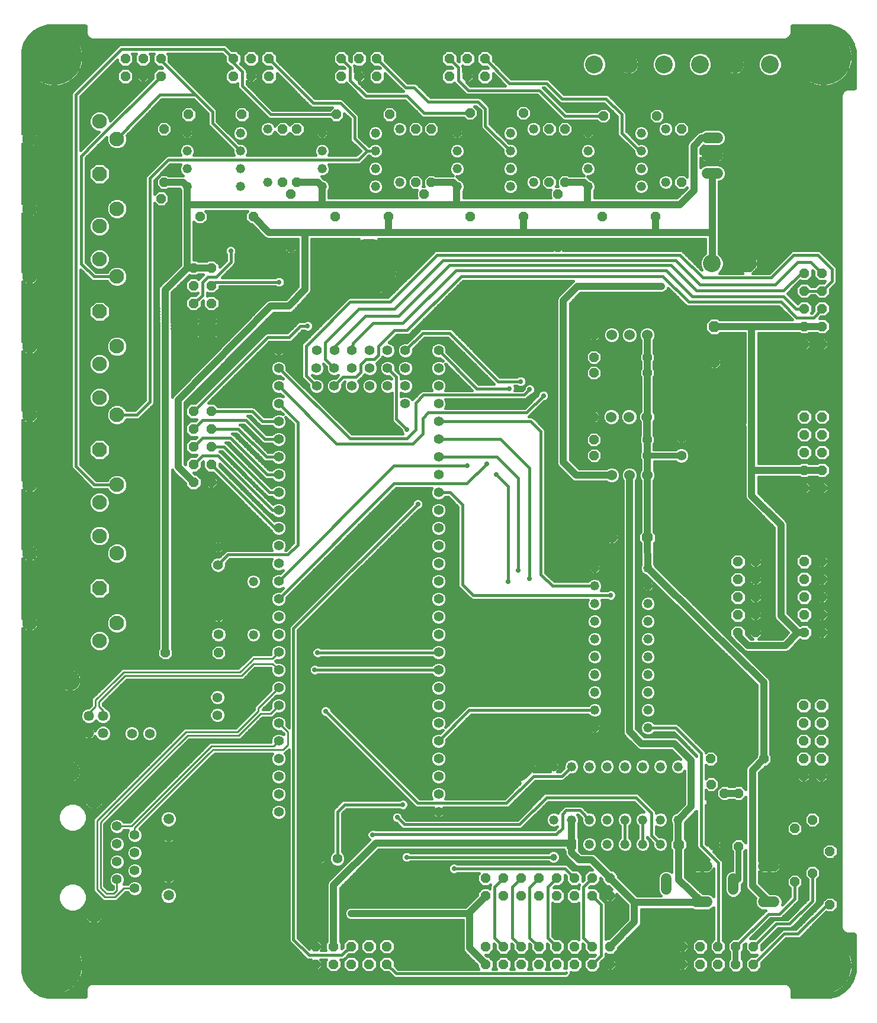
<source format=gbl>
G75*
%MOIN*%
%OFA0B0*%
%FSLAX24Y24*%
%IPPOS*%
%LPD*%
%AMOC8*
5,1,8,0,0,1.08239X$1,22.5*
%
%ADD10C,0.0554*%
%ADD11C,0.0520*%
%ADD12R,0.0520X0.0520*%
%ADD13OC8,0.0630*%
%ADD14C,0.1000*%
%ADD15OC8,0.1000*%
%ADD16C,0.0600*%
%ADD17C,0.0574*%
%ADD18C,0.1142*%
%ADD19OC8,0.0560*%
%ADD20OC8,0.0520*%
%ADD21C,0.0600*%
%ADD22C,0.0945*%
%ADD23C,0.0594*%
%ADD24C,0.3150*%
%ADD25OC8,0.0827*%
%ADD26C,0.0827*%
%ADD27C,0.0160*%
%ADD28C,0.0290*%
%ADD29C,0.0400*%
%ADD30C,0.0396*%
%ADD31C,0.0320*%
%ADD32C,0.0100*%
D10*
X011220Y009761D03*
X011220Y010761D03*
X011220Y011761D03*
X011220Y012761D03*
X012220Y012261D03*
X012220Y011261D03*
X012220Y010261D03*
X012220Y009261D03*
X012061Y017988D03*
X013061Y017988D03*
X016877Y019021D03*
X016877Y020021D03*
X020321Y019565D03*
X020321Y020565D03*
X020321Y021565D03*
X020321Y022565D03*
X020321Y023565D03*
X020321Y024565D03*
X020321Y025565D03*
X020321Y026565D03*
X020321Y027565D03*
X020321Y028565D03*
X020321Y029565D03*
X020321Y030565D03*
X020321Y031565D03*
X020321Y032565D03*
X020321Y033565D03*
X020321Y034565D03*
X020321Y035565D03*
X020321Y036565D03*
X020321Y037565D03*
X020321Y038565D03*
X020321Y039565D03*
X022455Y039565D03*
X022451Y038565D03*
X023449Y038565D03*
X023455Y039565D03*
X024449Y039565D03*
X024449Y038565D03*
X025449Y038565D03*
X025449Y039565D03*
X026449Y039565D03*
X027449Y039565D03*
X027449Y038565D03*
X026449Y038565D03*
X026449Y037565D03*
X027449Y037565D03*
X027449Y036565D03*
X025449Y037565D03*
X024449Y037565D03*
X023449Y037565D03*
X022455Y037565D03*
X029321Y037565D03*
X029321Y038565D03*
X029321Y039565D03*
X029321Y036565D03*
X029321Y035565D03*
X029321Y034565D03*
X029321Y033565D03*
X029321Y032565D03*
X029321Y031565D03*
X029321Y030565D03*
X029321Y029565D03*
X029321Y028565D03*
X029321Y027565D03*
X029321Y026565D03*
X029321Y025565D03*
X029321Y024565D03*
X029321Y023565D03*
X029321Y022565D03*
X029321Y021565D03*
X029321Y020565D03*
X029321Y019565D03*
X029321Y018565D03*
X029321Y017565D03*
X029321Y016565D03*
X029321Y015565D03*
X029321Y014565D03*
X029321Y013565D03*
X023628Y010941D03*
X022628Y010941D03*
X020321Y013565D03*
X020321Y014565D03*
X020321Y015565D03*
X020321Y016565D03*
X020321Y017565D03*
X020321Y018565D03*
X016935Y023566D03*
X016935Y024566D03*
X016908Y027481D03*
X016908Y028481D03*
X042988Y033641D03*
X042988Y034641D03*
D11*
X041109Y027297D03*
X041109Y026297D03*
X041109Y025297D03*
X041109Y024297D03*
X041109Y023297D03*
X041109Y022297D03*
X041109Y021297D03*
X041109Y020297D03*
X041109Y019297D03*
X041109Y018297D03*
X040808Y016121D03*
X039808Y016121D03*
X038808Y016121D03*
X037808Y016121D03*
X036808Y016121D03*
X035808Y016121D03*
X038109Y018297D03*
X038109Y019297D03*
X038109Y020297D03*
X038109Y021297D03*
X038109Y022297D03*
X038109Y023297D03*
X038109Y024297D03*
X038109Y025297D03*
X038109Y026297D03*
X038109Y027297D03*
X041808Y016121D03*
X042808Y016121D03*
X042808Y013121D03*
X041808Y013121D03*
X040808Y013121D03*
X039808Y013121D03*
X038808Y013121D03*
X037808Y013121D03*
X036808Y013121D03*
X035808Y013121D03*
X037808Y011741D03*
X038808Y011741D03*
X039808Y011741D03*
X040808Y011741D03*
X041808Y011741D03*
X018899Y023548D03*
X018899Y026548D03*
X018168Y048801D03*
X018168Y049801D03*
X018168Y050801D03*
X018168Y051801D03*
X019708Y052041D03*
X019708Y049041D03*
X022768Y048801D03*
X022768Y049801D03*
X022768Y050801D03*
X022768Y051801D03*
X025768Y051801D03*
X025768Y050801D03*
X025768Y049801D03*
X025768Y048801D03*
X027128Y049041D03*
X027128Y052041D03*
X030368Y051801D03*
X030368Y050801D03*
X030368Y049801D03*
X030368Y048801D03*
X033368Y048801D03*
X033368Y049801D03*
X033368Y050801D03*
X033368Y051801D03*
X034668Y052041D03*
X034668Y049041D03*
X037728Y048801D03*
X037728Y049801D03*
X037728Y050801D03*
X037728Y051801D03*
X040728Y051801D03*
X040728Y050801D03*
X040728Y049801D03*
X040728Y048801D03*
X042108Y049041D03*
X042108Y052041D03*
X015168Y051801D03*
X015168Y050801D03*
X015168Y049801D03*
X015168Y048801D03*
D12*
X036808Y011741D03*
D13*
X042830Y011719D03*
X044830Y011719D03*
X041078Y029024D03*
X039078Y029024D03*
X044828Y038901D03*
X044828Y040901D03*
D14*
X044708Y044461D03*
X044040Y055681D03*
X046008Y055681D03*
X047977Y055681D03*
X042017Y055681D03*
X040048Y055681D03*
X038080Y055681D03*
D15*
X046708Y044461D03*
D16*
X045024Y049548D02*
X044424Y049548D01*
X044424Y050548D02*
X045024Y050548D01*
X045024Y051548D02*
X044424Y051548D01*
X044448Y010501D02*
X043848Y010501D01*
X042148Y009801D02*
X042148Y009201D01*
X043848Y008501D02*
X044448Y008501D01*
X045908Y009201D02*
X045908Y009801D01*
X047608Y010501D02*
X048208Y010501D01*
X048208Y008501D02*
X047608Y008501D01*
D17*
X010429Y017992D03*
X009641Y017992D03*
X009641Y018976D03*
X010429Y018976D03*
D18*
X008574Y020972D03*
X008574Y015854D03*
D19*
X022408Y005989D03*
X023408Y005989D03*
X024408Y005989D03*
X025408Y005989D03*
X026408Y005989D03*
X026408Y004989D03*
X025408Y004989D03*
X024408Y004989D03*
X023408Y004989D03*
X022408Y004989D03*
X031968Y004981D03*
X031968Y005981D03*
X032968Y005981D03*
X033968Y005981D03*
X034968Y005981D03*
X035968Y005981D03*
X036968Y005981D03*
X037968Y005981D03*
X038968Y005981D03*
X038968Y004981D03*
X037968Y004981D03*
X036968Y004981D03*
X035968Y004981D03*
X034968Y004981D03*
X033968Y004981D03*
X032968Y004981D03*
X032968Y008841D03*
X032968Y009841D03*
X033968Y009841D03*
X033968Y008841D03*
X034968Y008841D03*
X034968Y009841D03*
X035968Y009841D03*
X035968Y008841D03*
X036968Y008841D03*
X036968Y009841D03*
X037968Y009841D03*
X037968Y008841D03*
X038968Y008841D03*
X038968Y009841D03*
X043048Y005981D03*
X044048Y005981D03*
X045048Y005981D03*
X046048Y005981D03*
X047048Y005981D03*
X047048Y004981D03*
X046048Y004981D03*
X045048Y004981D03*
X044048Y004981D03*
X043048Y004981D03*
X049868Y015561D03*
X049868Y016561D03*
X049868Y017561D03*
X049868Y018561D03*
X049868Y019561D03*
X050868Y019561D03*
X050868Y018561D03*
X050868Y017561D03*
X050868Y016561D03*
X050868Y015561D03*
X050908Y023681D03*
X050908Y024681D03*
X050908Y025681D03*
X050908Y026681D03*
X050908Y027681D03*
X049908Y027681D03*
X049908Y026681D03*
X049908Y025681D03*
X049908Y024681D03*
X049908Y023681D03*
X047168Y023661D03*
X047168Y024661D03*
X047168Y025661D03*
X047168Y026661D03*
X047168Y027661D03*
X046168Y027661D03*
X046168Y026661D03*
X046168Y025661D03*
X046168Y024661D03*
X046168Y023661D03*
X049908Y031821D03*
X049908Y032821D03*
X049908Y033821D03*
X049908Y034821D03*
X049908Y035821D03*
X050908Y035821D03*
X050908Y034821D03*
X050908Y033821D03*
X050908Y032821D03*
X050908Y031821D03*
X050908Y039921D03*
X050908Y040921D03*
X050908Y041921D03*
X050908Y042921D03*
X050908Y043921D03*
X049908Y043921D03*
X049908Y042921D03*
X049908Y041921D03*
X049908Y040921D03*
X049908Y039921D03*
X031928Y055001D03*
X031928Y056001D03*
X030928Y056001D03*
X029928Y056001D03*
X029928Y055001D03*
X030928Y055001D03*
X025848Y055001D03*
X024848Y055001D03*
X024848Y056001D03*
X025848Y056001D03*
X023848Y056001D03*
X023848Y055001D03*
X019768Y055001D03*
X019768Y056001D03*
X018768Y056001D03*
X017768Y056001D03*
X017768Y055001D03*
X018768Y055001D03*
X013688Y055001D03*
X013688Y056001D03*
X012688Y056001D03*
X011688Y056001D03*
X011688Y055001D03*
X012688Y055001D03*
X015528Y044221D03*
X015528Y043221D03*
X016528Y043221D03*
X016528Y044221D03*
X016528Y042221D03*
X015528Y042221D03*
X015528Y041221D03*
X015528Y040221D03*
X016528Y040221D03*
X016528Y041221D03*
X016528Y036141D03*
X015528Y036141D03*
X015528Y035141D03*
X016528Y035141D03*
X016528Y034141D03*
X015528Y034141D03*
X015528Y033141D03*
X015528Y032141D03*
X016528Y032141D03*
X016528Y033141D03*
X031968Y009841D03*
X031968Y008841D03*
D20*
X044668Y014121D03*
X044668Y015121D03*
X045418Y014621D03*
X046208Y014621D03*
X047628Y016561D03*
X044628Y016561D03*
X046208Y011621D03*
X049371Y012633D03*
X050363Y013123D03*
X051347Y011347D03*
X050363Y010123D03*
X049371Y009633D03*
X051347Y008347D03*
X041079Y033646D03*
X041062Y034536D03*
X038062Y034536D03*
X038079Y033646D03*
X038068Y038301D03*
X038068Y039181D03*
X041068Y039181D03*
X041068Y038301D03*
X036028Y045381D03*
X034088Y047101D03*
X036028Y048381D03*
X036428Y049041D03*
X035548Y049041D03*
X035548Y052041D03*
X036428Y052041D03*
X038608Y052781D03*
X041608Y052781D03*
X042988Y052041D03*
X042988Y049041D03*
X041528Y047101D03*
X038528Y047101D03*
X034088Y052941D03*
X031088Y052941D03*
X028908Y052041D03*
X028028Y052041D03*
X026568Y052861D03*
X023568Y052861D03*
X021348Y052041D03*
X020548Y052041D03*
X018248Y052861D03*
X015248Y052861D03*
X013868Y052041D03*
X013868Y049041D03*
X013708Y048121D03*
X015888Y047101D03*
X013708Y045121D03*
X018888Y047101D03*
X020988Y048361D03*
X021348Y049041D03*
X020548Y049041D03*
X023488Y047101D03*
X020988Y045361D03*
X026488Y047101D03*
X028508Y048381D03*
X028908Y049041D03*
X028028Y049041D03*
X031088Y047101D03*
X028508Y045381D03*
X016944Y022533D03*
X013944Y022533D03*
D21*
X038047Y035823D03*
X039047Y035823D03*
X040047Y035823D03*
X041047Y035823D03*
X041068Y032541D03*
X040068Y032541D03*
X039068Y032541D03*
X039068Y040441D03*
X038068Y040441D03*
X040068Y040441D03*
X041068Y040441D03*
D22*
X009921Y014230D03*
X009921Y007793D03*
D23*
X014122Y008860D03*
X014122Y009860D03*
X014122Y012163D03*
X014122Y013163D03*
D24*
X007677Y004909D03*
X033267Y016720D03*
X050984Y004909D03*
X025393Y044279D03*
X007677Y056090D03*
X050984Y056090D03*
D25*
X010236Y049515D03*
X010236Y041759D03*
X010236Y033964D03*
X010236Y026169D03*
D26*
X011220Y024200D03*
X010236Y023216D03*
X006299Y024200D03*
X006299Y028137D03*
X006299Y031996D03*
X006299Y035933D03*
X006299Y039791D03*
X006299Y043728D03*
X006299Y047547D03*
X006299Y051484D03*
X010236Y052468D03*
X011220Y051484D03*
X011220Y047547D03*
X010236Y046563D03*
X010236Y044712D03*
X011220Y043728D03*
X011220Y039791D03*
X010236Y038807D03*
X010236Y036917D03*
X011220Y035933D03*
X011220Y031996D03*
X010236Y031011D03*
X010236Y029122D03*
X011220Y028137D03*
D27*
X005907Y004539D02*
X006017Y004129D01*
X006229Y003762D01*
X006529Y003462D01*
X006897Y003249D01*
X007307Y003139D01*
X007519Y003126D01*
X009395Y003126D01*
X009412Y003128D01*
X009441Y003145D01*
X009458Y003174D01*
X009460Y003191D01*
X009460Y003595D01*
X009577Y003796D01*
X009577Y003796D01*
X009748Y003895D01*
X009766Y003913D01*
X048895Y003913D01*
X048913Y003895D01*
X049084Y003796D01*
X049084Y003796D01*
X049200Y003595D01*
X049200Y003191D01*
X049203Y003174D01*
X049219Y003145D01*
X049249Y003128D01*
X049265Y003126D01*
X051141Y003126D01*
X051354Y003139D01*
X051764Y003249D01*
X052131Y003462D01*
X052431Y003762D01*
X052644Y004129D01*
X052754Y004539D01*
X052767Y004752D01*
X052767Y006628D01*
X052765Y006644D01*
X052748Y006674D01*
X052719Y006690D01*
X052702Y006693D01*
X052298Y006693D01*
X052097Y006809D01*
X052097Y006809D01*
X052097Y006809D01*
X051998Y006980D01*
X051980Y006998D01*
X051980Y007204D01*
X051980Y054001D01*
X051998Y054019D01*
X052097Y054190D01*
X052097Y054190D01*
X052298Y054307D01*
X052702Y054307D01*
X052719Y054309D01*
X052748Y054326D01*
X052765Y054355D01*
X052767Y054372D01*
X052767Y056248D01*
X052754Y056460D01*
X052644Y056870D01*
X052431Y057237D01*
X052131Y057538D01*
X051764Y057750D01*
X051354Y057860D01*
X051141Y057874D01*
X049265Y057874D01*
X049249Y057871D01*
X049219Y057855D01*
X049203Y057825D01*
X049200Y057809D01*
X049200Y057405D01*
X049084Y057203D01*
X049084Y057203D01*
X049084Y057203D01*
X048913Y057104D01*
X048895Y057086D01*
X009766Y057086D01*
X009748Y057104D01*
X009577Y057203D01*
X009577Y057203D01*
X009460Y057405D01*
X009460Y057809D01*
X009458Y057825D01*
X009441Y057855D01*
X009412Y057871D01*
X009395Y057874D01*
X007519Y057874D01*
X007307Y057860D01*
X006897Y057750D01*
X006529Y057538D01*
X006229Y057237D01*
X006017Y056870D01*
X005907Y056460D01*
X005893Y056248D01*
X005893Y051765D01*
X005923Y051805D01*
X005977Y051860D01*
X006040Y051906D01*
X006109Y051941D01*
X006183Y051965D01*
X006241Y051974D01*
X006241Y051542D01*
X006357Y051542D01*
X006357Y051974D01*
X006414Y051965D01*
X006488Y051941D01*
X006557Y051906D01*
X006620Y051860D01*
X006675Y051805D01*
X006721Y051742D01*
X006756Y051673D01*
X006780Y051599D01*
X006789Y051542D01*
X006357Y051542D01*
X006357Y051426D01*
X006789Y051426D01*
X006780Y051368D01*
X006756Y051294D01*
X006721Y051225D01*
X006675Y051162D01*
X006620Y051108D01*
X006557Y051062D01*
X006488Y051027D01*
X006414Y051003D01*
X006357Y050993D01*
X006357Y051426D01*
X006241Y051426D01*
X006241Y050993D01*
X006183Y051003D01*
X006109Y051027D01*
X006040Y051062D01*
X005977Y051108D01*
X005923Y051162D01*
X005893Y051203D01*
X005893Y047828D01*
X005923Y047868D01*
X005977Y047923D01*
X006040Y047969D01*
X006109Y048004D01*
X006183Y048028D01*
X006241Y048037D01*
X006241Y047605D01*
X006357Y047605D01*
X006357Y048037D01*
X006414Y048028D01*
X006488Y048004D01*
X006557Y047969D01*
X006620Y047923D01*
X006675Y047868D01*
X006721Y047805D01*
X006756Y047736D01*
X006780Y047662D01*
X006789Y047605D01*
X006357Y047605D01*
X006357Y047489D01*
X006789Y047489D01*
X006780Y047431D01*
X006756Y047357D01*
X006721Y047288D01*
X006675Y047225D01*
X006620Y047171D01*
X006557Y047125D01*
X006488Y047090D01*
X006414Y047066D01*
X006357Y047056D01*
X006357Y047489D01*
X006241Y047489D01*
X006241Y047056D01*
X006183Y047066D01*
X006109Y047090D01*
X006040Y047125D01*
X005977Y047171D01*
X005923Y047225D01*
X005893Y047266D01*
X005893Y044009D01*
X005923Y044049D01*
X005977Y044104D01*
X006040Y044150D01*
X006109Y044185D01*
X006183Y044209D01*
X006241Y044218D01*
X006241Y043786D01*
X006357Y043786D01*
X006789Y043786D01*
X006780Y043843D01*
X006756Y043917D01*
X006721Y043987D01*
X006675Y044049D01*
X006620Y044104D01*
X006557Y044150D01*
X006488Y044185D01*
X006414Y044209D01*
X006357Y044218D01*
X006357Y043786D01*
X006357Y043670D01*
X006789Y043670D01*
X006780Y043612D01*
X006756Y043539D01*
X006721Y043469D01*
X006675Y043407D01*
X006620Y043352D01*
X006557Y043306D01*
X006488Y043271D01*
X006414Y043247D01*
X006357Y043238D01*
X006357Y043670D01*
X006241Y043670D01*
X006241Y043238D01*
X006183Y043247D01*
X006109Y043271D01*
X006040Y043306D01*
X005977Y043352D01*
X005923Y043407D01*
X005893Y043447D01*
X005893Y040072D01*
X005923Y040112D01*
X005977Y040167D01*
X006040Y040213D01*
X006109Y040248D01*
X006183Y040272D01*
X006241Y040281D01*
X006241Y039849D01*
X006357Y039849D01*
X006789Y039849D01*
X006780Y039906D01*
X006756Y039980D01*
X006721Y040050D01*
X006675Y040112D01*
X006620Y040167D01*
X006557Y040213D01*
X006488Y040248D01*
X006414Y040272D01*
X006357Y040281D01*
X006357Y039849D01*
X006357Y039733D01*
X006789Y039733D01*
X006780Y039675D01*
X006756Y039602D01*
X006721Y039532D01*
X006675Y039470D01*
X006620Y039415D01*
X006557Y039369D01*
X006488Y039334D01*
X006414Y039310D01*
X006357Y039301D01*
X006357Y039733D01*
X006241Y039733D01*
X006241Y039301D01*
X006183Y039310D01*
X006109Y039334D01*
X006040Y039369D01*
X005977Y039415D01*
X005923Y039470D01*
X005893Y039510D01*
X005893Y036214D01*
X005923Y036254D01*
X005977Y036309D01*
X006040Y036355D01*
X006109Y036390D01*
X006183Y036414D01*
X006241Y036423D01*
X006241Y035990D01*
X006357Y035990D01*
X006789Y035990D01*
X006780Y036048D01*
X006756Y036122D01*
X006721Y036191D01*
X006675Y036254D01*
X006620Y036309D01*
X006557Y036355D01*
X006488Y036390D01*
X006414Y036414D01*
X006357Y036423D01*
X006357Y035990D01*
X006357Y035875D01*
X006789Y035875D01*
X006780Y035817D01*
X006756Y035743D01*
X006721Y035674D01*
X006675Y035611D01*
X006620Y035556D01*
X006557Y035511D01*
X006488Y035475D01*
X006414Y035451D01*
X006357Y035442D01*
X006357Y035875D01*
X006241Y035875D01*
X006241Y035442D01*
X006183Y035451D01*
X006109Y035475D01*
X006040Y035511D01*
X005977Y035556D01*
X005923Y035611D01*
X005893Y035651D01*
X005893Y032277D01*
X005923Y032317D01*
X005977Y032372D01*
X006040Y032418D01*
X006109Y032453D01*
X006183Y032477D01*
X006241Y032486D01*
X006241Y032053D01*
X006357Y032053D01*
X006789Y032053D01*
X006780Y032111D01*
X006756Y032185D01*
X006721Y032254D01*
X006675Y032317D01*
X006620Y032372D01*
X006557Y032418D01*
X006488Y032453D01*
X006414Y032477D01*
X006357Y032486D01*
X006357Y032053D01*
X006357Y031938D01*
X006789Y031938D01*
X006780Y031880D01*
X006756Y031806D01*
X006721Y031737D01*
X006675Y031674D01*
X006620Y031619D01*
X006557Y031574D01*
X006488Y031538D01*
X006414Y031514D01*
X006357Y031505D01*
X006357Y031938D01*
X006241Y031938D01*
X006241Y031505D01*
X006183Y031514D01*
X006109Y031538D01*
X006040Y031574D01*
X005977Y031619D01*
X005923Y031674D01*
X005893Y031714D01*
X005893Y028419D01*
X005923Y028459D01*
X005893Y028459D01*
X005923Y028459D02*
X005977Y028514D01*
X006040Y028559D01*
X006109Y028595D01*
X006183Y028619D01*
X006241Y028628D01*
X006241Y028195D01*
X006357Y028195D01*
X006789Y028195D01*
X006780Y028253D01*
X006756Y028327D01*
X006721Y028396D01*
X006675Y028459D01*
X010711Y028459D01*
X010717Y028474D02*
X010627Y028255D01*
X010627Y028019D01*
X010717Y027801D01*
X010884Y027634D01*
X011102Y027544D01*
X011338Y027544D01*
X011556Y027634D01*
X011723Y027801D01*
X011814Y028019D01*
X011814Y028255D01*
X011723Y028474D01*
X011556Y028640D01*
X011338Y028731D01*
X011102Y028731D01*
X010884Y028640D01*
X010717Y028474D01*
X010645Y028301D02*
X006765Y028301D01*
X006675Y028459D02*
X006620Y028514D01*
X006557Y028559D01*
X006488Y028595D01*
X006414Y028619D01*
X006357Y028628D01*
X006357Y028195D01*
X006357Y028080D01*
X006789Y028080D01*
X006780Y028022D01*
X006756Y027948D01*
X006721Y027879D01*
X006675Y027816D01*
X006620Y027761D01*
X006557Y027715D01*
X006488Y027680D01*
X006414Y027656D01*
X006357Y027647D01*
X006357Y028080D01*
X006241Y028080D01*
X006241Y027647D01*
X006183Y027656D01*
X006109Y027680D01*
X006040Y027715D01*
X005977Y027761D01*
X005923Y027816D01*
X005893Y027856D01*
X005893Y024482D01*
X005923Y024522D01*
X005977Y024577D01*
X006040Y024622D01*
X006109Y024658D01*
X006183Y024682D01*
X006241Y024691D01*
X006241Y024258D01*
X006357Y024258D01*
X006789Y024258D01*
X006780Y024316D01*
X006756Y024390D01*
X006721Y024459D01*
X006675Y024522D01*
X006620Y024577D01*
X006557Y024622D01*
X006488Y024658D01*
X006414Y024682D01*
X006357Y024691D01*
X006357Y024258D01*
X006357Y024143D01*
X006789Y024143D01*
X006780Y024085D01*
X006756Y024011D01*
X006721Y023942D01*
X006675Y023879D01*
X006620Y023824D01*
X006557Y023778D01*
X006488Y023743D01*
X006414Y023719D01*
X006357Y023710D01*
X006357Y024143D01*
X006241Y024143D01*
X006241Y023710D01*
X006183Y023719D01*
X006109Y023743D01*
X006040Y023778D01*
X005977Y023824D01*
X005923Y023879D01*
X005893Y023919D01*
X005893Y004752D01*
X005907Y004539D01*
X005911Y004526D02*
X006066Y004526D01*
X006060Y004551D02*
X006097Y004411D01*
X006147Y004275D01*
X006208Y004144D01*
X006280Y004019D01*
X006363Y003901D01*
X006456Y003790D01*
X006558Y003688D01*
X006668Y003595D01*
X006787Y003512D01*
X006912Y003440D01*
X007043Y003379D01*
X007179Y003329D01*
X007318Y003292D01*
X007461Y003267D01*
X007597Y003255D01*
X007597Y004829D01*
X007757Y004829D01*
X007757Y004989D01*
X009331Y004989D01*
X009319Y005125D01*
X009294Y005268D01*
X009257Y005407D01*
X009207Y005543D01*
X009146Y005674D01*
X009074Y005799D01*
X008991Y005917D01*
X008898Y006028D01*
X008796Y006130D01*
X008685Y006223D01*
X008567Y006306D01*
X008442Y006378D01*
X008311Y006439D01*
X008175Y006489D01*
X008035Y006526D01*
X007893Y006551D01*
X007757Y006563D01*
X007757Y004989D01*
X007597Y004989D01*
X007597Y006563D01*
X007461Y006551D01*
X007318Y006526D01*
X007179Y006489D01*
X007043Y006439D01*
X006912Y006378D01*
X006787Y006306D01*
X006668Y006223D01*
X006558Y006130D01*
X006456Y006028D01*
X006363Y005917D01*
X006280Y005799D01*
X006208Y005674D01*
X006147Y005543D01*
X006097Y005407D01*
X006060Y005268D01*
X006035Y005125D01*
X006023Y004989D01*
X007597Y004989D01*
X007597Y004829D01*
X006023Y004829D01*
X006035Y004693D01*
X006060Y004551D01*
X006036Y004684D02*
X005898Y004684D01*
X005893Y004843D02*
X007597Y004843D01*
X007597Y005001D02*
X007757Y005001D01*
X007757Y004843D02*
X022048Y004843D01*
X022048Y004840D02*
X022258Y004629D01*
X022398Y004629D01*
X022398Y004979D01*
X022418Y004979D01*
X022418Y004999D01*
X022768Y004999D01*
X022768Y005138D01*
X022665Y005241D01*
X023009Y005241D01*
X022948Y005179D01*
X022948Y004798D01*
X023217Y004529D01*
X023598Y004529D01*
X023868Y004798D01*
X023868Y005179D01*
X023806Y005241D01*
X023920Y005241D01*
X024016Y005280D01*
X024089Y005353D01*
X024264Y005529D01*
X024598Y005529D01*
X024868Y005798D01*
X024868Y006179D01*
X024598Y006449D01*
X024217Y006449D01*
X023948Y006179D01*
X023948Y005947D01*
X023868Y005867D01*
X023868Y006179D01*
X023788Y006259D01*
X023788Y009282D01*
X025946Y011441D01*
X036368Y011441D01*
X036368Y011406D01*
X036428Y011346D01*
X036428Y011205D01*
X036486Y011065D01*
X036906Y010645D01*
X037013Y010538D01*
X037153Y010481D01*
X037791Y010481D01*
X037971Y010301D01*
X037778Y010301D01*
X037508Y010031D01*
X037508Y009748D01*
X037428Y009668D01*
X037428Y010031D01*
X037159Y010301D01*
X036876Y010301D01*
X036576Y010601D01*
X036480Y010641D01*
X030388Y010641D01*
X030372Y010656D01*
X030253Y010706D01*
X030124Y010706D01*
X030004Y010656D01*
X029913Y010565D01*
X029863Y010445D01*
X029863Y010316D01*
X029913Y010196D01*
X030004Y010105D01*
X030124Y010056D01*
X030253Y010056D01*
X030372Y010105D01*
X030388Y010121D01*
X031598Y010121D01*
X031508Y010031D01*
X031508Y009650D01*
X031778Y009381D01*
X032159Y009381D01*
X032235Y009457D01*
X032208Y009392D01*
X032208Y009251D01*
X032159Y009301D01*
X031778Y009301D01*
X031508Y009031D01*
X031508Y008878D01*
X030853Y008223D01*
X030851Y008221D01*
X024333Y008221D01*
X024193Y008163D01*
X024086Y008056D01*
X024028Y007916D01*
X024028Y007765D01*
X024086Y007625D01*
X024193Y007518D01*
X024333Y007461D01*
X030688Y007461D01*
X030688Y005825D01*
X030746Y005685D01*
X031508Y004923D01*
X031508Y004790D01*
X031578Y004721D01*
X027044Y004721D01*
X026868Y004897D01*
X026868Y005179D01*
X026598Y005449D01*
X026217Y005449D01*
X025948Y005179D01*
X025948Y004798D01*
X026217Y004529D01*
X026500Y004529D01*
X026789Y004240D01*
X026884Y004201D01*
X036410Y004201D01*
X036443Y004196D01*
X036461Y004201D01*
X036500Y004201D01*
X036596Y004240D01*
X036669Y004313D01*
X036670Y004317D01*
X036706Y004344D01*
X036758Y004433D01*
X036772Y004527D01*
X036778Y004521D01*
X037159Y004521D01*
X037428Y004790D01*
X037428Y005171D01*
X037159Y005441D01*
X036778Y005441D01*
X036508Y005171D01*
X036508Y004790D01*
X036516Y004782D01*
X036494Y004785D01*
X036399Y004761D01*
X036428Y004790D01*
X036428Y005171D01*
X036159Y005441D01*
X035778Y005441D01*
X035508Y005171D01*
X035508Y004790D01*
X035578Y004721D01*
X035359Y004721D01*
X035428Y004790D01*
X035428Y005171D01*
X035159Y005441D01*
X034778Y005441D01*
X034508Y005171D01*
X034508Y004790D01*
X034578Y004721D01*
X034359Y004721D01*
X034428Y004790D01*
X034428Y005171D01*
X034159Y005441D01*
X033778Y005441D01*
X033508Y005171D01*
X033508Y004790D01*
X033578Y004721D01*
X033359Y004721D01*
X033428Y004790D01*
X033428Y005171D01*
X033159Y005441D01*
X032778Y005441D01*
X032508Y005171D01*
X032508Y004790D01*
X032578Y004721D01*
X032359Y004721D01*
X032428Y004790D01*
X032428Y005171D01*
X032159Y005441D01*
X032066Y005441D01*
X031986Y005521D01*
X032159Y005521D01*
X032428Y005790D01*
X032428Y006153D01*
X032508Y006073D01*
X032508Y005790D01*
X032778Y005521D01*
X033159Y005521D01*
X033428Y005790D01*
X033428Y006139D01*
X033508Y006062D01*
X033508Y005790D01*
X033778Y005521D01*
X034159Y005521D01*
X034428Y005790D01*
X034428Y006139D01*
X034508Y006062D01*
X034508Y005790D01*
X034778Y005521D01*
X035159Y005521D01*
X035428Y005790D01*
X035428Y006139D01*
X035508Y006062D01*
X035508Y005790D01*
X035778Y005521D01*
X036159Y005521D01*
X036428Y005790D01*
X036428Y006171D01*
X036159Y006441D01*
X035865Y006441D01*
X035728Y006571D01*
X035728Y008430D01*
X035778Y008381D01*
X036159Y008381D01*
X036428Y008650D01*
X036428Y009031D01*
X036159Y009301D01*
X035796Y009301D01*
X035876Y009381D01*
X036159Y009381D01*
X036428Y009650D01*
X036428Y010013D01*
X036508Y009933D01*
X036508Y009650D01*
X036778Y009381D01*
X037159Y009381D01*
X037235Y009457D01*
X037208Y009392D01*
X037208Y009251D01*
X037159Y009301D01*
X036778Y009301D01*
X036508Y009031D01*
X036508Y008650D01*
X036778Y008381D01*
X037159Y008381D01*
X037208Y008430D01*
X037208Y006510D01*
X037207Y006507D01*
X037208Y006458D01*
X037208Y006409D01*
X037209Y006406D01*
X037209Y006404D01*
X037220Y006379D01*
X037159Y006441D01*
X036778Y006441D01*
X036508Y006171D01*
X036508Y005790D01*
X036778Y005521D01*
X037159Y005521D01*
X037428Y005790D01*
X037428Y006139D01*
X037508Y006062D01*
X037508Y005790D01*
X037778Y005521D01*
X038141Y005521D01*
X038061Y005441D01*
X037778Y005441D01*
X037508Y005171D01*
X037508Y004790D01*
X037778Y004521D01*
X038159Y004521D01*
X038428Y004790D01*
X038428Y005073D01*
X038689Y005333D01*
X038728Y005429D01*
X038728Y005570D01*
X038778Y005521D01*
X039159Y005521D01*
X039428Y005790D01*
X039428Y005903D01*
X040670Y007145D01*
X040728Y007285D01*
X040728Y008081D01*
X043608Y008081D01*
X043753Y008021D01*
X044544Y008021D01*
X044720Y008094D01*
X044808Y008182D01*
X044808Y006391D01*
X044588Y006171D01*
X044588Y005790D01*
X044858Y005521D01*
X045239Y005521D01*
X045508Y005790D01*
X045508Y006171D01*
X045328Y006351D01*
X045328Y010752D01*
X045289Y010848D01*
X045216Y010921D01*
X044813Y011324D01*
X044830Y011324D01*
X044830Y011719D01*
X044830Y011719D01*
X044435Y011719D01*
X044435Y011883D01*
X044667Y012114D01*
X044830Y012114D01*
X044830Y011719D01*
X044435Y011719D01*
X044435Y011701D01*
X044368Y011768D01*
X044368Y013940D01*
X044528Y013781D01*
X044668Y013781D01*
X044668Y014121D01*
X044668Y014461D01*
X044528Y014461D01*
X044368Y014301D01*
X044368Y014798D01*
X044486Y014681D01*
X044851Y014681D01*
X045108Y014938D01*
X045108Y015303D01*
X044851Y015561D01*
X044486Y015561D01*
X044368Y015443D01*
X044368Y016198D01*
X044446Y016121D01*
X044811Y016121D01*
X045068Y016378D01*
X045068Y016743D01*
X044811Y017001D01*
X044446Y017001D01*
X044365Y016920D01*
X044329Y017008D01*
X044256Y017081D01*
X042889Y018448D01*
X042888Y018448D01*
X042852Y018485D01*
X042816Y018521D01*
X042815Y018521D01*
X042767Y018541D01*
X042720Y018561D01*
X042720Y018561D01*
X042720Y018561D01*
X042668Y018561D01*
X042617Y018561D01*
X042616Y018560D01*
X041471Y018558D01*
X041358Y018670D01*
X041197Y018737D01*
X041022Y018737D01*
X040860Y018670D01*
X040736Y018547D01*
X040669Y018385D01*
X040669Y018210D01*
X040736Y018048D01*
X040860Y017924D01*
X041022Y017857D01*
X041197Y017857D01*
X041358Y017924D01*
X041472Y018038D01*
X042561Y018040D01*
X043848Y016753D01*
X043848Y016698D01*
X043764Y016783D01*
X042804Y017743D01*
X042664Y017801D01*
X040906Y017801D01*
X040448Y018258D01*
X040448Y032242D01*
X040475Y032269D01*
X040548Y032445D01*
X040548Y032636D01*
X040475Y032812D01*
X040340Y032947D01*
X040164Y033021D01*
X039973Y033021D01*
X039796Y032947D01*
X039661Y032812D01*
X039588Y032636D01*
X039588Y032445D01*
X039661Y032269D01*
X039688Y032242D01*
X039688Y018025D01*
X039746Y017885D01*
X040426Y017205D01*
X040533Y017098D01*
X040673Y017041D01*
X042431Y017041D01*
X042922Y016550D01*
X042896Y016561D01*
X042721Y016561D01*
X042559Y016494D01*
X042435Y016370D01*
X042368Y016208D01*
X042368Y016033D01*
X042435Y015871D01*
X042559Y015748D01*
X042721Y015681D01*
X042896Y015681D01*
X043058Y015748D01*
X043168Y015858D01*
X043168Y014018D01*
X042704Y013554D01*
X042559Y013494D01*
X042435Y013370D01*
X042368Y013208D01*
X042368Y013033D01*
X042428Y012888D01*
X042428Y012017D01*
X042335Y011924D01*
X042335Y011514D01*
X042450Y011399D01*
X042450Y010177D01*
X042420Y010207D01*
X042244Y010281D01*
X042053Y010281D01*
X041876Y010207D01*
X041741Y010072D01*
X041668Y009896D01*
X041668Y009105D01*
X041741Y008929D01*
X041830Y008841D01*
X040506Y008841D01*
X039428Y009918D01*
X039428Y010031D01*
X039159Y010301D01*
X039046Y010301D01*
X038164Y011183D01*
X038024Y011241D01*
X037386Y011241D01*
X037234Y011392D01*
X037248Y011406D01*
X037248Y012075D01*
X037188Y012135D01*
X037188Y012888D01*
X037248Y013033D01*
X037248Y013208D01*
X037181Y013370D01*
X037151Y013401D01*
X037161Y013401D01*
X037368Y013193D01*
X037368Y013033D01*
X037435Y012871D01*
X037559Y012748D01*
X037721Y012681D01*
X037896Y012681D01*
X038058Y012748D01*
X038181Y012871D01*
X038248Y013033D01*
X038248Y013208D01*
X038181Y013370D01*
X038058Y013494D01*
X037896Y013561D01*
X037736Y013561D01*
X037436Y013861D01*
X037436Y013861D01*
X037416Y013881D01*
X037320Y013921D01*
X036457Y013921D01*
X036361Y013881D01*
X036288Y013808D01*
X036288Y013808D01*
X036141Y013661D01*
X036068Y013588D01*
X036033Y013504D01*
X035896Y013561D01*
X035721Y013561D01*
X035559Y013494D01*
X035435Y013370D01*
X035368Y013208D01*
X035368Y013033D01*
X035435Y012871D01*
X035559Y012748D01*
X035721Y012681D01*
X035896Y012681D01*
X036006Y012726D01*
X035841Y012561D01*
X025782Y012561D01*
X025673Y012606D01*
X025544Y012606D01*
X025424Y012556D01*
X025333Y012465D01*
X025283Y012345D01*
X025283Y012216D01*
X025333Y012096D01*
X025424Y012005D01*
X025432Y012002D01*
X023142Y009712D01*
X023091Y009662D01*
X023089Y009659D01*
X023086Y009656D01*
X023059Y009589D01*
X023030Y009524D01*
X023030Y009520D01*
X023028Y009516D01*
X023028Y009479D01*
X023028Y009477D01*
X023028Y009405D01*
X023026Y009333D01*
X023028Y009330D01*
X023028Y006259D01*
X022948Y006179D01*
X022948Y005798D01*
X022985Y005761D01*
X022688Y005761D01*
X022768Y005840D01*
X022768Y005979D01*
X022418Y005979D01*
X022418Y005999D01*
X022768Y005999D01*
X022768Y006138D01*
X022557Y006349D01*
X022418Y006349D01*
X022418Y005999D01*
X022398Y005999D01*
X022398Y006349D01*
X022258Y006349D01*
X022048Y006138D01*
X022048Y005999D01*
X022398Y005999D01*
X022398Y005979D01*
X022048Y005979D01*
X022048Y005849D01*
X021408Y006488D01*
X021408Y023793D01*
X028201Y030586D01*
X028223Y030586D01*
X028342Y030635D01*
X028434Y030726D01*
X028483Y030846D01*
X028483Y030975D01*
X028434Y031095D01*
X028342Y031186D01*
X028223Y031236D01*
X028094Y031236D01*
X027974Y031186D01*
X027883Y031095D01*
X027833Y030975D01*
X027833Y030953D01*
X020928Y024048D01*
X020888Y023952D01*
X020888Y018323D01*
X020766Y018445D01*
X020778Y018474D01*
X020778Y018656D01*
X020709Y018824D01*
X020580Y018953D01*
X020412Y019022D01*
X020230Y019022D01*
X020062Y018953D01*
X019933Y018824D01*
X019864Y018656D01*
X019864Y018474D01*
X019933Y018306D01*
X020062Y018177D01*
X020230Y018108D01*
X020412Y018108D01*
X020441Y018120D01*
X020598Y017962D01*
X020598Y017934D01*
X020580Y017953D01*
X020412Y018022D01*
X020230Y018022D01*
X020062Y017953D01*
X019933Y017824D01*
X019864Y017656D01*
X019864Y017511D01*
X016452Y017511D01*
X016048Y017107D01*
X011933Y012991D01*
X011620Y012991D01*
X011608Y013020D01*
X011479Y013149D01*
X011311Y013219D01*
X011129Y013219D01*
X010961Y013149D01*
X010833Y013020D01*
X010763Y012852D01*
X010763Y012670D01*
X010833Y012502D01*
X010961Y012374D01*
X011129Y012304D01*
X011311Y012304D01*
X011479Y012374D01*
X011608Y012502D01*
X011620Y012531D01*
X011844Y012531D01*
X011833Y012520D01*
X011763Y012352D01*
X011763Y012170D01*
X011833Y012002D01*
X011961Y011874D01*
X012129Y011804D01*
X012311Y011804D01*
X012479Y011874D01*
X012608Y012002D01*
X012677Y012170D01*
X012677Y012352D01*
X012608Y012520D01*
X012501Y012627D01*
X016514Y016640D01*
X016725Y016851D01*
X019960Y016851D01*
X019933Y016824D01*
X019864Y016656D01*
X019864Y016474D01*
X019933Y016306D01*
X020062Y016177D01*
X020230Y016108D01*
X020412Y016108D01*
X020580Y016177D01*
X020709Y016306D01*
X020778Y016474D01*
X020778Y016656D01*
X020709Y016824D01*
X020673Y016860D01*
X020888Y017075D01*
X020888Y006329D01*
X020928Y006233D01*
X021001Y006160D01*
X021881Y005280D01*
X021977Y005241D01*
X022150Y005241D01*
X022048Y005138D01*
X022048Y004999D01*
X022398Y004999D01*
X022398Y004979D01*
X022048Y004979D01*
X022048Y004840D01*
X022048Y005001D02*
X009330Y005001D01*
X009313Y005160D02*
X022069Y005160D01*
X021843Y005318D02*
X009280Y005318D01*
X009231Y005477D02*
X021685Y005477D01*
X021526Y005635D02*
X009164Y005635D01*
X009077Y005794D02*
X021368Y005794D01*
X021209Y005952D02*
X008962Y005952D01*
X008816Y006111D02*
X021051Y006111D01*
X020913Y006269D02*
X008620Y006269D01*
X008336Y006428D02*
X020888Y006428D01*
X020888Y006586D02*
X005893Y006586D01*
X005893Y006428D02*
X007018Y006428D01*
X006734Y006269D02*
X005893Y006269D01*
X005893Y006111D02*
X006538Y006111D01*
X006392Y005952D02*
X005893Y005952D01*
X005893Y005794D02*
X006277Y005794D01*
X006190Y005635D02*
X005893Y005635D01*
X005893Y005477D02*
X006122Y005477D01*
X006073Y005318D02*
X005893Y005318D01*
X005893Y005160D02*
X006041Y005160D01*
X006024Y005001D02*
X005893Y005001D01*
X005953Y004367D02*
X006113Y004367D01*
X006178Y004209D02*
X005996Y004209D01*
X006063Y004050D02*
X006262Y004050D01*
X006154Y003892D02*
X006370Y003892D01*
X006258Y003733D02*
X006513Y003733D01*
X006417Y003575D02*
X006698Y003575D01*
X006608Y003416D02*
X006963Y003416D01*
X006883Y003258D02*
X007567Y003258D01*
X007597Y003258D02*
X007757Y003258D01*
X007757Y003255D02*
X007893Y003267D01*
X008035Y003292D01*
X008175Y003329D01*
X008311Y003379D01*
X008442Y003440D01*
X008567Y003512D01*
X008685Y003595D01*
X008796Y003688D01*
X008898Y003790D01*
X008991Y003901D01*
X009074Y004019D01*
X009146Y004144D01*
X009207Y004275D01*
X009257Y004411D01*
X009294Y004551D01*
X009319Y004693D01*
X009331Y004829D01*
X007757Y004829D01*
X007757Y003255D01*
X007787Y003258D02*
X009460Y003258D01*
X009460Y003416D02*
X008391Y003416D01*
X008656Y003575D02*
X009460Y003575D01*
X009540Y003733D02*
X008841Y003733D01*
X008983Y003892D02*
X009742Y003892D01*
X009176Y004209D02*
X026865Y004209D01*
X026662Y004367D02*
X009241Y004367D01*
X009287Y004526D02*
X026503Y004526D01*
X026936Y004461D02*
X026408Y004989D01*
X026729Y005318D02*
X031113Y005318D01*
X030955Y005477D02*
X024212Y005477D01*
X024217Y005449D02*
X023948Y005179D01*
X023948Y004798D01*
X024217Y004529D01*
X024598Y004529D01*
X024868Y004798D01*
X024868Y005179D01*
X024598Y005449D01*
X024217Y005449D01*
X024086Y005318D02*
X024054Y005318D01*
X023948Y005160D02*
X023868Y005160D01*
X023868Y005001D02*
X023948Y005001D01*
X023948Y004843D02*
X023868Y004843D01*
X023753Y004684D02*
X024062Y004684D01*
X024753Y004684D02*
X025062Y004684D01*
X024948Y004798D02*
X025217Y004529D01*
X025598Y004529D01*
X025868Y004798D01*
X025868Y005179D01*
X025598Y005449D01*
X025217Y005449D01*
X024948Y005179D01*
X024948Y004798D01*
X024948Y004843D02*
X024868Y004843D01*
X024868Y005001D02*
X024948Y005001D01*
X024948Y005160D02*
X024868Y005160D01*
X024729Y005318D02*
X025086Y005318D01*
X025217Y005529D02*
X025598Y005529D01*
X025868Y005798D01*
X025868Y006179D01*
X025598Y006449D01*
X025217Y006449D01*
X024948Y006179D01*
X024948Y005798D01*
X025217Y005529D01*
X025111Y005635D02*
X024704Y005635D01*
X024863Y005794D02*
X024952Y005794D01*
X024948Y005952D02*
X024868Y005952D01*
X024868Y006111D02*
X024948Y006111D01*
X025037Y006269D02*
X024778Y006269D01*
X024619Y006428D02*
X025196Y006428D01*
X025619Y006428D02*
X026196Y006428D01*
X026217Y006449D02*
X025948Y006179D01*
X025948Y005798D01*
X026217Y005529D01*
X026598Y005529D01*
X026868Y005798D01*
X026868Y006179D01*
X026598Y006449D01*
X026217Y006449D01*
X026037Y006269D02*
X025778Y006269D01*
X025868Y006111D02*
X025948Y006111D01*
X025948Y005952D02*
X025868Y005952D01*
X025863Y005794D02*
X025952Y005794D01*
X026111Y005635D02*
X025704Y005635D01*
X025729Y005318D02*
X026086Y005318D01*
X025948Y005160D02*
X025868Y005160D01*
X025868Y005001D02*
X025948Y005001D01*
X025948Y004843D02*
X025868Y004843D01*
X025753Y004684D02*
X026062Y004684D01*
X026868Y005001D02*
X031430Y005001D01*
X031508Y004843D02*
X026922Y004843D01*
X026868Y005160D02*
X031272Y005160D01*
X030796Y005635D02*
X026704Y005635D01*
X026863Y005794D02*
X030701Y005794D01*
X030688Y005952D02*
X026868Y005952D01*
X026868Y006111D02*
X030688Y006111D01*
X030688Y006269D02*
X026778Y006269D01*
X026619Y006428D02*
X030688Y006428D01*
X030688Y006586D02*
X023788Y006586D01*
X023788Y006428D02*
X024196Y006428D01*
X024037Y006269D02*
X023788Y006269D01*
X023868Y006111D02*
X023948Y006111D01*
X023948Y005952D02*
X023868Y005952D01*
X023868Y005501D02*
X022028Y005501D01*
X021148Y006381D01*
X021148Y012281D01*
X021148Y023901D01*
X028158Y030911D01*
X027942Y031154D02*
X026277Y031154D01*
X026436Y031312D02*
X028931Y031312D01*
X028933Y031306D02*
X029062Y031177D01*
X029230Y031108D01*
X029412Y031108D01*
X029580Y031177D01*
X029708Y031305D01*
X029856Y031305D01*
X030408Y030753D01*
X030408Y026329D01*
X030448Y026233D01*
X031008Y025673D01*
X031048Y025633D01*
X031121Y025560D01*
X031217Y025521D01*
X037725Y025521D01*
X037669Y025385D01*
X037669Y025210D01*
X037736Y025048D01*
X037860Y024924D01*
X038022Y024857D01*
X038197Y024857D01*
X038358Y024924D01*
X038482Y025048D01*
X038549Y025210D01*
X038549Y025385D01*
X038493Y025521D01*
X038809Y025521D01*
X038824Y025505D01*
X038944Y025456D01*
X039073Y025456D01*
X039192Y025505D01*
X039284Y025596D01*
X039333Y025716D01*
X039333Y025845D01*
X039284Y025965D01*
X039192Y026056D01*
X039073Y026106D01*
X038944Y026106D01*
X038824Y026056D01*
X038809Y026041D01*
X038475Y026041D01*
X038482Y026048D01*
X038549Y026210D01*
X038549Y026385D01*
X038482Y026547D01*
X038358Y026670D01*
X038197Y026737D01*
X038022Y026737D01*
X037860Y026670D01*
X037747Y026557D01*
X035846Y026557D01*
X035328Y027052D01*
X035328Y035072D01*
X035289Y035168D01*
X035216Y035241D01*
X034728Y035728D01*
X034728Y035728D01*
X034692Y035765D01*
X034656Y035801D01*
X034655Y035801D01*
X034655Y035801D01*
X034608Y035821D01*
X034560Y035841D01*
X034560Y035841D01*
X034559Y035841D01*
X034508Y035841D01*
X034457Y035841D01*
X034456Y035840D01*
X034416Y035840D01*
X035271Y036696D01*
X035293Y036696D01*
X035412Y036745D01*
X035504Y036836D01*
X035553Y036956D01*
X035553Y037085D01*
X035504Y037205D01*
X035412Y037296D01*
X035293Y037346D01*
X035164Y037346D01*
X035044Y037296D01*
X034953Y037205D01*
X034903Y037085D01*
X034903Y037063D01*
X034161Y036321D01*
X029715Y036321D01*
X029778Y036474D01*
X029778Y036656D01*
X029718Y036801D01*
X034180Y036801D01*
X034276Y036840D01*
X034491Y037056D01*
X034513Y037056D01*
X034632Y037105D01*
X034724Y037196D01*
X034773Y037316D01*
X034773Y037445D01*
X034724Y037565D01*
X034632Y037656D01*
X034513Y037706D01*
X034384Y037706D01*
X034264Y037656D01*
X034173Y037565D01*
X034123Y037445D01*
X034123Y037423D01*
X034021Y037321D01*
X033619Y037321D01*
X033633Y037356D01*
X033633Y037485D01*
X033602Y037561D01*
X033749Y037561D01*
X033764Y037545D01*
X033884Y037496D01*
X034013Y037496D01*
X034132Y037545D01*
X034224Y037636D01*
X034273Y037756D01*
X034273Y037885D01*
X034224Y038005D01*
X034132Y038096D01*
X034013Y038146D01*
X033884Y038146D01*
X033764Y038096D01*
X033749Y038081D01*
X032776Y038081D01*
X030096Y040761D01*
X030000Y040801D01*
X028373Y040801D01*
X028277Y040761D01*
X028204Y040688D01*
X027538Y040022D01*
X027358Y040022D01*
X027190Y039953D01*
X027061Y039824D01*
X026992Y039656D01*
X026992Y039474D01*
X027061Y039306D01*
X027190Y039177D01*
X027358Y039108D01*
X027540Y039108D01*
X027708Y039177D01*
X027837Y039306D01*
X027906Y039474D01*
X027906Y039654D01*
X028532Y040281D01*
X029841Y040281D01*
X032441Y037681D01*
X031573Y037681D01*
X029778Y039475D01*
X029778Y039656D01*
X029709Y039824D01*
X029580Y039953D01*
X029412Y040022D01*
X029230Y040022D01*
X029062Y039953D01*
X028933Y039824D01*
X028864Y039656D01*
X028864Y039474D01*
X028933Y039306D01*
X029062Y039177D01*
X029230Y039108D01*
X029410Y039108D01*
X029556Y038963D01*
X029412Y039022D01*
X029230Y039022D01*
X029062Y038953D01*
X028933Y038824D01*
X028864Y038656D01*
X028864Y038474D01*
X028933Y038306D01*
X029062Y038177D01*
X029230Y038108D01*
X029412Y038108D01*
X029580Y038177D01*
X029709Y038306D01*
X029778Y038474D01*
X029778Y038656D01*
X029719Y038800D01*
X031198Y037321D01*
X029715Y037321D01*
X029778Y037474D01*
X029778Y037656D01*
X029709Y037824D01*
X029580Y037953D01*
X029412Y038022D01*
X029230Y038022D01*
X029062Y037953D01*
X028933Y037824D01*
X028864Y037656D01*
X028864Y037474D01*
X028927Y037321D01*
X028417Y037321D01*
X028321Y037281D01*
X028248Y037208D01*
X027845Y036804D01*
X027837Y036824D01*
X027708Y036953D01*
X027540Y037022D01*
X027358Y037022D01*
X027208Y036960D01*
X027208Y037170D01*
X027358Y037108D01*
X027540Y037108D01*
X027708Y037177D01*
X027837Y037306D01*
X027906Y037474D01*
X027906Y037656D01*
X027837Y037824D01*
X027708Y037953D01*
X027540Y038022D01*
X027358Y038022D01*
X027208Y037960D01*
X027208Y038112D01*
X027175Y038192D01*
X027190Y038177D01*
X027358Y038108D01*
X027540Y038108D01*
X027708Y038177D01*
X027837Y038306D01*
X027906Y038474D01*
X027906Y038656D01*
X027837Y038824D01*
X027708Y038953D01*
X027540Y039022D01*
X027358Y039022D01*
X027190Y038953D01*
X027061Y038824D01*
X026992Y038656D01*
X026992Y038474D01*
X027055Y038322D01*
X026905Y038471D01*
X026906Y038474D01*
X026906Y038656D01*
X026837Y038824D01*
X026708Y038953D01*
X026540Y039022D01*
X026358Y039022D01*
X026190Y038953D01*
X026061Y038824D01*
X025992Y038656D01*
X025992Y038474D01*
X026061Y038306D01*
X026190Y038177D01*
X026358Y038108D01*
X026533Y038108D01*
X026675Y037966D01*
X026540Y038022D01*
X026358Y038022D01*
X026190Y037953D01*
X026061Y037824D01*
X025992Y037656D01*
X025992Y037474D01*
X026061Y037306D01*
X026190Y037177D01*
X026358Y037108D01*
X026540Y037108D01*
X026688Y037169D01*
X026688Y035649D01*
X026728Y035553D01*
X026801Y035480D01*
X027223Y035058D01*
X027223Y035036D01*
X027273Y034916D01*
X027309Y034881D01*
X024452Y034881D01*
X020778Y038481D01*
X020778Y038656D01*
X020709Y038824D01*
X020580Y038953D01*
X020412Y039022D01*
X020230Y039022D01*
X020062Y038953D01*
X019933Y038824D01*
X019864Y038656D01*
X019864Y038474D01*
X019933Y038306D01*
X020062Y038177D01*
X020230Y038108D01*
X020412Y038108D01*
X020415Y038109D01*
X020570Y037957D01*
X020412Y038022D01*
X020230Y038022D01*
X020062Y037953D01*
X019933Y037824D01*
X019864Y037656D01*
X019864Y037474D01*
X019933Y037306D01*
X020062Y037177D01*
X020230Y037108D01*
X020410Y037108D01*
X020556Y036963D01*
X020412Y037022D01*
X020230Y037022D01*
X020062Y036953D01*
X019933Y036824D01*
X019864Y036656D01*
X019864Y036474D01*
X019933Y036306D01*
X020062Y036177D01*
X020230Y036108D01*
X020410Y036108D01*
X020556Y035963D01*
X020412Y036022D01*
X020230Y036022D01*
X020062Y035953D01*
X019934Y035825D01*
X019512Y035825D01*
X018976Y036361D01*
X018880Y036401D01*
X016919Y036401D01*
X016719Y036601D01*
X016356Y036601D01*
X019796Y040041D01*
X020960Y040041D01*
X021056Y040080D01*
X021129Y040153D01*
X021656Y040681D01*
X021749Y040681D01*
X021764Y040665D01*
X021884Y040616D01*
X022013Y040616D01*
X022132Y040665D01*
X022224Y040756D01*
X022273Y040876D01*
X022273Y041005D01*
X022224Y041125D01*
X022132Y041216D01*
X022013Y041266D01*
X021884Y041266D01*
X021764Y041216D01*
X021749Y041201D01*
X021497Y041201D01*
X021401Y041161D01*
X020801Y040561D01*
X019637Y040561D01*
X019541Y040521D01*
X015621Y036601D01*
X015338Y036601D01*
X015068Y036331D01*
X015068Y035950D01*
X015338Y035681D01*
X015701Y035681D01*
X015621Y035601D01*
X015338Y035601D01*
X015068Y035331D01*
X015068Y034950D01*
X015338Y034681D01*
X015701Y034681D01*
X015621Y034601D01*
X015338Y034601D01*
X015068Y034331D01*
X015068Y033950D01*
X015338Y033681D01*
X015701Y033681D01*
X015621Y033601D01*
X015338Y033601D01*
X015068Y033331D01*
X015068Y033138D01*
X015048Y033158D01*
X015048Y036625D01*
X020027Y041681D01*
X020841Y041681D01*
X020849Y041678D01*
X020917Y041681D01*
X020984Y041681D01*
X020992Y041684D01*
X021000Y041684D01*
X021061Y041713D01*
X021124Y041738D01*
X021130Y041744D01*
X021137Y041748D01*
X021183Y041798D01*
X021230Y041845D01*
X021234Y041853D01*
X022063Y042758D01*
X022110Y042805D01*
X022114Y042813D01*
X022120Y042819D01*
X022143Y042883D01*
X022168Y042945D01*
X022168Y042954D01*
X022171Y042962D01*
X022168Y043029D01*
X022168Y045841D01*
X024845Y045841D01*
X024760Y045809D01*
X024629Y045748D01*
X024503Y045676D01*
X024385Y045593D01*
X024274Y045500D01*
X024172Y045398D01*
X024079Y045287D01*
X023996Y045169D01*
X023924Y045044D01*
X023863Y044913D01*
X023814Y044777D01*
X023776Y044638D01*
X023751Y044495D01*
X023739Y044359D01*
X025313Y044359D01*
X025313Y044199D01*
X023739Y044199D01*
X023751Y044063D01*
X023776Y043921D01*
X023814Y043781D01*
X023863Y043645D01*
X023924Y043514D01*
X023996Y043389D01*
X024079Y043271D01*
X024172Y043160D01*
X024274Y043058D01*
X024385Y042965D01*
X024503Y042882D01*
X024629Y042810D01*
X024760Y042749D01*
X024895Y042699D01*
X025035Y042662D01*
X025177Y042637D01*
X025313Y042625D01*
X025313Y044199D01*
X025473Y044199D01*
X025473Y042625D01*
X025610Y042637D01*
X025752Y042662D01*
X025891Y042699D01*
X026027Y042749D01*
X026158Y042810D01*
X026283Y042882D01*
X026402Y042965D01*
X026512Y043058D01*
X026615Y043160D01*
X026707Y043271D01*
X026790Y043389D01*
X026863Y043514D01*
X026924Y043645D01*
X026973Y043781D01*
X027010Y043921D01*
X027036Y044063D01*
X027047Y044199D01*
X025473Y044199D01*
X025473Y044359D01*
X027047Y044359D01*
X027036Y044495D01*
X027010Y044638D01*
X026973Y044777D01*
X026924Y044913D01*
X026863Y045044D01*
X026790Y045169D01*
X026707Y045287D01*
X026615Y045398D01*
X026512Y045500D01*
X026402Y045593D01*
X026283Y045676D01*
X026158Y045748D01*
X026027Y045809D01*
X025942Y045841D01*
X044344Y045841D01*
X044344Y045046D01*
X044323Y045037D01*
X044132Y044846D01*
X044028Y044596D01*
X044028Y044325D01*
X044125Y044091D01*
X043056Y045161D01*
X042960Y045201D01*
X036329Y045201D01*
X036368Y045240D01*
X036368Y045381D01*
X036368Y045521D01*
X036169Y045721D01*
X036028Y045721D01*
X035888Y045721D01*
X035688Y045521D01*
X035688Y045381D01*
X036028Y045381D01*
X036028Y045721D01*
X036028Y045381D01*
X036028Y045381D01*
X036028Y045381D01*
X035688Y045381D01*
X035688Y045240D01*
X035728Y045201D01*
X029177Y045201D01*
X029081Y045161D01*
X029008Y045088D01*
X026481Y042561D01*
X024297Y042561D01*
X024201Y042521D01*
X024128Y042448D01*
X022048Y040368D01*
X021648Y039968D01*
X021608Y039872D01*
X021608Y038089D01*
X021648Y037993D01*
X021721Y037920D01*
X021998Y037643D01*
X021998Y037474D01*
X022067Y037306D01*
X022196Y037177D01*
X022364Y037108D01*
X022546Y037108D01*
X022714Y037177D01*
X022842Y037306D01*
X022912Y037474D01*
X022912Y037656D01*
X022842Y037824D01*
X022714Y037953D01*
X022546Y038022D01*
X022364Y038022D01*
X022357Y038019D01*
X022204Y038172D01*
X022360Y038108D01*
X022542Y038108D01*
X022710Y038177D01*
X022838Y038306D01*
X022908Y038474D01*
X022908Y038656D01*
X022850Y038796D01*
X022992Y038654D01*
X022992Y038474D01*
X023061Y038306D01*
X023190Y038177D01*
X023358Y038108D01*
X023540Y038108D01*
X023684Y038167D01*
X023538Y038022D01*
X023358Y038022D01*
X023190Y037953D01*
X023061Y037824D01*
X022992Y037656D01*
X022992Y037474D01*
X023061Y037306D01*
X023190Y037177D01*
X023358Y037108D01*
X023540Y037108D01*
X023708Y037177D01*
X023837Y037306D01*
X023906Y037474D01*
X023906Y037654D01*
X024051Y037800D01*
X023992Y037656D01*
X023992Y037474D01*
X024061Y037306D01*
X024190Y037177D01*
X024358Y037108D01*
X024540Y037108D01*
X024708Y037177D01*
X024837Y037306D01*
X024906Y037474D01*
X024906Y037656D01*
X024837Y037824D01*
X024818Y037842D01*
X024889Y037913D01*
X024889Y037913D01*
X025096Y038120D01*
X025169Y038193D01*
X025170Y038197D01*
X025190Y038177D01*
X025358Y038108D01*
X025540Y038108D01*
X025708Y038177D01*
X025837Y038306D01*
X025906Y038474D01*
X025906Y038656D01*
X025837Y038824D01*
X025825Y038836D01*
X025836Y038840D01*
X026096Y039100D01*
X026169Y039173D01*
X026176Y039191D01*
X026190Y039177D01*
X026358Y039108D01*
X026540Y039108D01*
X026708Y039177D01*
X026837Y039306D01*
X026906Y039474D01*
X026906Y039656D01*
X026837Y039824D01*
X026708Y039953D01*
X026540Y040022D01*
X026538Y040022D01*
X026956Y040441D01*
X027600Y040441D01*
X027696Y040480D01*
X030696Y043481D01*
X036911Y043481D01*
X036133Y042703D01*
X036026Y042596D01*
X035968Y042456D01*
X035968Y033185D01*
X036026Y033045D01*
X036746Y032325D01*
X036853Y032218D01*
X036993Y032161D01*
X038770Y032161D01*
X038796Y032134D01*
X038973Y032061D01*
X039164Y032061D01*
X039340Y032134D01*
X039475Y032269D01*
X039548Y032445D01*
X039548Y032636D01*
X039475Y032812D01*
X039340Y032947D01*
X039164Y033021D01*
X038973Y033021D01*
X038796Y032947D01*
X038770Y032921D01*
X037226Y032921D01*
X036728Y033418D01*
X036728Y042223D01*
X037306Y042801D01*
X041944Y042801D01*
X042084Y042858D01*
X042190Y042965D01*
X042239Y043082D01*
X043168Y042153D01*
X043241Y042080D01*
X043337Y042041D01*
X048481Y042041D01*
X049221Y041301D01*
X045128Y041301D01*
X045033Y041396D01*
X044623Y041396D01*
X044333Y041106D01*
X044333Y040696D01*
X044623Y040406D01*
X045033Y040406D01*
X045168Y040541D01*
X046568Y040541D01*
X046568Y035504D01*
X046548Y035456D01*
X046548Y035305D01*
X046568Y035257D01*
X046568Y031305D01*
X046626Y031165D01*
X048208Y029583D01*
X048208Y024545D01*
X048266Y024405D01*
X049011Y023661D01*
X048671Y023321D01*
X047337Y023321D01*
X047528Y023511D01*
X047528Y023651D01*
X047178Y023651D01*
X047178Y023671D01*
X047158Y023671D01*
X047158Y024021D01*
X047019Y024021D01*
X046808Y023810D01*
X046808Y023671D01*
X047158Y023671D01*
X047158Y023651D01*
X046808Y023651D01*
X046808Y023511D01*
X046999Y023321D01*
X046906Y023321D01*
X046628Y023598D01*
X046628Y023851D01*
X046359Y024121D01*
X045978Y024121D01*
X045708Y023851D01*
X045708Y023470D01*
X045827Y023351D01*
X045846Y023305D01*
X046426Y022725D01*
X046533Y022618D01*
X046673Y022561D01*
X048904Y022561D01*
X049044Y022618D01*
X049682Y023257D01*
X049718Y023221D01*
X050099Y023221D01*
X050368Y023490D01*
X050368Y023871D01*
X050099Y024141D01*
X049718Y024141D01*
X049662Y024085D01*
X048968Y024778D01*
X048968Y029816D01*
X048910Y029956D01*
X048804Y030063D01*
X047328Y031538D01*
X047328Y032441D01*
X049638Y032441D01*
X049718Y032361D01*
X050099Y032361D01*
X050179Y032441D01*
X050638Y032441D01*
X050718Y032361D01*
X051099Y032361D01*
X051368Y032630D01*
X051368Y033011D01*
X051099Y033281D01*
X050718Y033281D01*
X050638Y033201D01*
X050179Y033201D01*
X050099Y033281D01*
X049718Y033281D01*
X049638Y033201D01*
X047328Y033201D01*
X047328Y040541D01*
X049638Y040541D01*
X049718Y040461D01*
X050099Y040461D01*
X050179Y040541D01*
X050638Y040541D01*
X050718Y040461D01*
X051099Y040461D01*
X051368Y040730D01*
X051368Y041111D01*
X051099Y041381D01*
X050756Y041381D01*
X050836Y041461D01*
X051099Y041461D01*
X051368Y041730D01*
X051368Y042111D01*
X051099Y042381D01*
X050718Y042381D01*
X050448Y042111D01*
X050448Y041808D01*
X050321Y041681D01*
X050319Y041681D01*
X050368Y041730D01*
X050368Y042111D01*
X050099Y042381D01*
X049718Y042381D01*
X049537Y042200D01*
X048956Y042781D01*
X049677Y043501D01*
X049718Y043461D01*
X050099Y043461D01*
X050368Y043730D01*
X050368Y044073D01*
X050448Y043993D01*
X050448Y043730D01*
X050718Y043461D01*
X051081Y043461D01*
X051001Y043381D01*
X050718Y043381D01*
X050518Y043181D01*
X050299Y043181D01*
X050099Y043381D01*
X049718Y043381D01*
X049448Y043111D01*
X049448Y042730D01*
X049718Y042461D01*
X050099Y042461D01*
X050299Y042661D01*
X050518Y042661D01*
X050718Y042461D01*
X051099Y042461D01*
X051368Y042730D01*
X051368Y043013D01*
X051689Y043333D01*
X051728Y043429D01*
X051728Y044192D01*
X051689Y044288D01*
X051616Y044361D01*
X050816Y045161D01*
X050720Y045201D01*
X049257Y045201D01*
X049161Y045161D01*
X049088Y045088D01*
X047921Y043921D01*
X046989Y043921D01*
X047288Y044220D01*
X047288Y044441D01*
X046728Y044441D01*
X046728Y044481D01*
X046688Y044481D01*
X046688Y045041D01*
X046468Y045041D01*
X046128Y044701D01*
X046128Y044481D01*
X046688Y044481D01*
X046688Y044441D01*
X046128Y044441D01*
X046128Y044220D01*
X046428Y043921D01*
X045130Y043921D01*
X045285Y044075D01*
X045388Y044325D01*
X045388Y044596D01*
X045285Y044846D01*
X045109Y045021D01*
X045111Y045062D01*
X045108Y045069D01*
X045108Y046296D01*
X045104Y046307D01*
X045104Y049068D01*
X045119Y049068D01*
X045296Y049141D01*
X045431Y049276D01*
X045504Y049453D01*
X045504Y049644D01*
X045431Y049820D01*
X045296Y049955D01*
X045119Y050028D01*
X044328Y050028D01*
X044152Y049955D01*
X044068Y049871D01*
X044068Y050413D01*
X044087Y050368D01*
X044129Y050306D01*
X044182Y050253D01*
X044244Y050211D01*
X044313Y050183D01*
X044386Y050168D01*
X044704Y050168D01*
X044704Y050528D01*
X044744Y050528D01*
X044744Y050568D01*
X045404Y050568D01*
X045404Y050586D01*
X045389Y050659D01*
X045361Y050728D01*
X045319Y050790D01*
X045266Y050843D01*
X045204Y050885D01*
X045135Y050913D01*
X045061Y050928D01*
X044744Y050928D01*
X044744Y050568D01*
X044704Y050568D01*
X044704Y050928D01*
X044386Y050928D01*
X044313Y050913D01*
X044244Y050885D01*
X044182Y050843D01*
X044129Y050790D01*
X044087Y050728D01*
X044068Y050683D01*
X044068Y050923D01*
X044247Y051102D01*
X044328Y051068D01*
X045119Y051068D01*
X045296Y051141D01*
X045431Y051276D01*
X045504Y051453D01*
X045504Y051644D01*
X045431Y051820D01*
X045296Y051955D01*
X045119Y052028D01*
X044328Y052028D01*
X044152Y051955D01*
X044117Y051921D01*
X044073Y051921D01*
X043933Y051863D01*
X043473Y051403D01*
X043366Y051296D01*
X043308Y051156D01*
X043308Y049343D01*
X043171Y049481D01*
X042806Y049481D01*
X042548Y049223D01*
X042548Y048858D01*
X042806Y048601D01*
X043171Y048601D01*
X043308Y048738D01*
X043308Y048718D01*
X042751Y048161D01*
X038088Y048161D01*
X038088Y048538D01*
X038101Y048551D01*
X038168Y048713D01*
X038168Y048888D01*
X038101Y049050D01*
X037978Y049174D01*
X037833Y049234D01*
X037706Y049361D01*
X037816Y049361D01*
X037978Y049428D01*
X038101Y049551D01*
X038168Y049713D01*
X038168Y049888D01*
X038101Y050050D01*
X037978Y050174D01*
X037816Y050241D01*
X037641Y050241D01*
X037479Y050174D01*
X033617Y050174D01*
X033618Y050174D02*
X033456Y050241D01*
X033281Y050241D01*
X033119Y050174D01*
X030617Y050174D01*
X030618Y050174D02*
X030456Y050241D01*
X030281Y050241D01*
X030119Y050174D01*
X026017Y050174D01*
X026018Y050174D02*
X025856Y050241D01*
X025681Y050241D01*
X025519Y050174D01*
X025029Y050174D01*
X025009Y050153D02*
X025396Y050541D01*
X025406Y050541D01*
X025519Y050428D01*
X025681Y050361D01*
X025856Y050361D01*
X026018Y050428D01*
X026141Y050551D01*
X026208Y050713D01*
X026208Y050888D01*
X026141Y051050D01*
X026018Y051174D01*
X025856Y051241D01*
X025681Y051241D01*
X025519Y051174D01*
X025406Y051061D01*
X025396Y051061D01*
X024848Y051608D01*
X024848Y052752D01*
X024809Y052848D01*
X024736Y052921D01*
X023936Y053721D01*
X023840Y053761D01*
X022376Y053761D01*
X020228Y055908D01*
X020228Y056191D01*
X019959Y056461D01*
X019578Y056461D01*
X019308Y056191D01*
X019308Y055810D01*
X019578Y055541D01*
X019861Y055541D01*
X019941Y055461D01*
X019578Y055461D01*
X019308Y055191D01*
X019308Y054810D01*
X019578Y054541D01*
X019959Y054541D01*
X020228Y054810D01*
X020228Y055173D01*
X022048Y053353D01*
X022121Y053280D01*
X022217Y053241D01*
X023325Y053241D01*
X023205Y053121D01*
X019976Y053121D01*
X018528Y054568D01*
X018528Y054731D01*
X018619Y054641D01*
X018758Y054641D01*
X018758Y054991D01*
X018778Y054991D01*
X018778Y055011D01*
X018758Y055011D01*
X018758Y055361D01*
X018619Y055361D01*
X018528Y055270D01*
X018528Y055312D01*
X018489Y055408D01*
X018157Y055739D01*
X018228Y055810D01*
X018228Y056191D01*
X017959Y056461D01*
X017676Y056461D01*
X017376Y056761D01*
X017280Y056801D01*
X011417Y056801D01*
X011321Y056761D01*
X011248Y056688D01*
X009481Y054921D01*
X008761Y054201D01*
X008688Y054128D01*
X008648Y054032D01*
X008648Y032989D01*
X008688Y032893D01*
X009733Y031848D01*
X009806Y031775D01*
X009901Y031736D01*
X010686Y031736D01*
X010717Y031660D01*
X010884Y031493D01*
X011102Y031402D01*
X011338Y031402D01*
X011556Y031493D01*
X011723Y031660D01*
X011814Y031878D01*
X011814Y032114D01*
X011723Y032332D01*
X011556Y032499D01*
X011338Y032589D01*
X011102Y032589D01*
X010884Y032499D01*
X010717Y032332D01*
X010686Y032256D01*
X010061Y032256D01*
X009168Y033148D01*
X009168Y044113D01*
X009701Y043581D01*
X009774Y043508D01*
X009869Y043468D01*
X010686Y043468D01*
X010717Y043392D01*
X010884Y043225D01*
X011102Y043135D01*
X011338Y043135D01*
X011556Y043225D01*
X011723Y043392D01*
X011814Y043610D01*
X011814Y043846D01*
X011723Y044064D01*
X011556Y044231D01*
X011338Y044321D01*
X011102Y044321D01*
X010884Y044231D01*
X010717Y044064D01*
X010686Y043988D01*
X010029Y043988D01*
X009468Y044548D01*
X009468Y050413D01*
X010169Y051113D01*
X010627Y051571D01*
X010627Y051366D01*
X010717Y051148D01*
X010884Y050981D01*
X011102Y050890D01*
X011338Y050890D01*
X011556Y050981D01*
X011723Y051148D01*
X011814Y051366D01*
X011814Y051602D01*
X011778Y051688D01*
X013735Y053721D01*
X015521Y053721D01*
X016328Y052913D01*
X016328Y052329D01*
X016368Y052233D01*
X016441Y052160D01*
X017728Y050873D01*
X017728Y050713D01*
X017791Y050561D01*
X015545Y050561D01*
X015608Y050713D01*
X015608Y050888D01*
X015541Y051050D01*
X015418Y051174D01*
X015256Y051241D01*
X015081Y051241D01*
X014919Y051174D01*
X014795Y051050D01*
X014728Y050888D01*
X014728Y050713D01*
X014791Y050561D01*
X014057Y050561D01*
X013961Y050521D01*
X013888Y050448D01*
X013888Y050448D01*
X012921Y049481D01*
X012848Y049408D01*
X012808Y049312D01*
X012808Y036778D01*
X012223Y036193D01*
X011755Y036193D01*
X011723Y036269D01*
X011556Y036436D01*
X011338Y036526D01*
X011102Y036526D01*
X010884Y036436D01*
X010717Y036269D01*
X010627Y036051D01*
X010627Y035815D01*
X010717Y035597D01*
X010884Y035430D01*
X011102Y035339D01*
X011338Y035339D01*
X011556Y035430D01*
X011723Y035597D01*
X011755Y035673D01*
X012382Y035673D01*
X012478Y035712D01*
X012551Y035785D01*
X013289Y036523D01*
X013328Y036619D01*
X013328Y047878D01*
X013526Y047681D01*
X013891Y047681D01*
X014148Y047938D01*
X014148Y048303D01*
X013891Y048561D01*
X013526Y048561D01*
X013328Y048363D01*
X013328Y049153D01*
X014216Y050041D01*
X014791Y050041D01*
X014728Y049888D01*
X014728Y049713D01*
X014795Y049551D01*
X014919Y049428D01*
X014936Y049421D01*
X014111Y049421D01*
X014051Y049481D01*
X013686Y049481D01*
X013428Y049223D01*
X013428Y048858D01*
X013686Y048601D01*
X014051Y048601D01*
X014111Y048661D01*
X014750Y048661D01*
X014788Y048568D01*
X014788Y044378D01*
X014166Y043756D01*
X014166Y043756D01*
X013712Y043302D01*
X013711Y043302D01*
X013659Y043248D01*
X013606Y043196D01*
X013606Y043195D01*
X013605Y043194D01*
X013577Y043125D01*
X013548Y043056D01*
X013548Y043055D01*
X013548Y043054D01*
X013548Y042979D01*
X013548Y042905D01*
X013549Y042904D01*
X013568Y039339D01*
X013568Y022780D01*
X013504Y022716D01*
X013504Y022351D01*
X013762Y022093D01*
X014126Y022093D01*
X014384Y022351D01*
X014384Y022716D01*
X014328Y022771D01*
X014328Y032828D01*
X014346Y032785D01*
X014453Y032678D01*
X015068Y032063D01*
X015068Y031950D01*
X015338Y031681D01*
X015719Y031681D01*
X015988Y031950D01*
X015988Y032331D01*
X015719Y032601D01*
X015606Y032601D01*
X015526Y032681D01*
X015719Y032681D01*
X015988Y032950D01*
X015988Y033233D01*
X016068Y033313D01*
X016068Y032950D01*
X016338Y032681D01*
X016621Y032681D01*
X019884Y029418D01*
X019890Y029411D01*
X019933Y029306D01*
X020062Y029177D01*
X020230Y029108D01*
X020412Y029108D01*
X020580Y029177D01*
X020709Y029306D01*
X020778Y029474D01*
X020778Y029656D01*
X020709Y029824D01*
X020580Y029953D01*
X020412Y030022D01*
X020230Y030022D01*
X020078Y029959D01*
X016988Y033048D01*
X016988Y033173D01*
X019744Y030418D01*
X019817Y030345D01*
X019912Y030305D01*
X019934Y030305D01*
X020062Y030177D01*
X020230Y030108D01*
X020412Y030108D01*
X020580Y030177D01*
X020709Y030306D01*
X020778Y030474D01*
X020778Y030656D01*
X020709Y030824D01*
X020580Y030953D01*
X020412Y031022D01*
X020230Y031022D01*
X020062Y030953D01*
X020003Y030894D01*
X017036Y033861D01*
X016988Y033881D01*
X017121Y033881D01*
X019584Y031418D01*
X019657Y031345D01*
X019752Y031305D01*
X019934Y031305D01*
X020062Y031177D01*
X020230Y031108D01*
X020412Y031108D01*
X020580Y031177D01*
X020709Y031306D01*
X020778Y031474D01*
X020778Y031656D01*
X020709Y031824D01*
X020580Y031953D01*
X020412Y032022D01*
X020230Y032022D01*
X020062Y031953D01*
X019934Y031825D01*
X019912Y031825D01*
X017376Y034361D01*
X017328Y034381D01*
X017501Y034381D01*
X019464Y032418D01*
X019537Y032345D01*
X019632Y032305D01*
X019934Y032305D01*
X020062Y032177D01*
X020230Y032108D01*
X020412Y032108D01*
X020580Y032177D01*
X020709Y032306D01*
X020778Y032474D01*
X020778Y032656D01*
X020709Y032824D01*
X020580Y032953D01*
X020412Y033022D01*
X020230Y033022D01*
X020062Y032953D01*
X019934Y032825D01*
X019792Y032825D01*
X017756Y034861D01*
X017708Y034881D01*
X017941Y034881D01*
X019404Y033418D01*
X019477Y033345D01*
X019572Y033305D01*
X019934Y033305D01*
X020062Y033177D01*
X020230Y033108D01*
X020412Y033108D01*
X020580Y033177D01*
X020709Y033306D01*
X020778Y033474D01*
X020778Y033656D01*
X020709Y033824D01*
X020580Y033953D01*
X020412Y034022D01*
X020230Y034022D01*
X020062Y033953D01*
X019934Y033825D01*
X019732Y033825D01*
X018196Y035361D01*
X018148Y035381D01*
X018361Y035381D01*
X019324Y034418D01*
X019397Y034345D01*
X019492Y034305D01*
X019934Y034305D01*
X020062Y034177D01*
X020230Y034108D01*
X020412Y034108D01*
X020580Y034177D01*
X020709Y034306D01*
X020778Y034474D01*
X020778Y034656D01*
X020709Y034824D01*
X020580Y034953D01*
X020412Y035022D01*
X020230Y035022D01*
X020062Y034953D01*
X019934Y034825D01*
X019652Y034825D01*
X018616Y035861D01*
X018568Y035881D01*
X018721Y035881D01*
X019184Y035418D01*
X019257Y035345D01*
X019352Y035305D01*
X019934Y035305D01*
X020062Y035177D01*
X020230Y035108D01*
X020412Y035108D01*
X020580Y035177D01*
X020709Y035306D01*
X020778Y035474D01*
X020778Y035656D01*
X020719Y035800D01*
X021128Y035390D01*
X021128Y028728D01*
X020721Y028321D01*
X020715Y028321D01*
X020778Y028474D01*
X020778Y028656D01*
X020709Y028824D01*
X020580Y028953D01*
X020412Y029022D01*
X020230Y029022D01*
X020062Y028953D01*
X019933Y028824D01*
X019864Y028656D01*
X019864Y028474D01*
X019927Y028321D01*
X017417Y028321D01*
X017321Y028281D01*
X016978Y027938D01*
X016817Y027938D01*
X016649Y027868D01*
X016521Y027740D01*
X016451Y027571D01*
X016451Y027390D01*
X016521Y027222D01*
X016649Y027093D01*
X016817Y027023D01*
X016999Y027023D01*
X017167Y027093D01*
X017296Y027222D01*
X017365Y027390D01*
X017365Y027571D01*
X017360Y027585D01*
X017576Y027801D01*
X019924Y027801D01*
X019864Y027656D01*
X019864Y027474D01*
X019933Y027306D01*
X020062Y027177D01*
X020230Y027108D01*
X020412Y027108D01*
X020556Y027167D01*
X020410Y027022D01*
X020230Y027022D01*
X020062Y026953D01*
X019933Y026824D01*
X019864Y026656D01*
X019864Y026474D01*
X019933Y026306D01*
X020062Y026177D01*
X020230Y026108D01*
X020412Y026108D01*
X020556Y026167D01*
X020410Y026022D01*
X020230Y026022D01*
X020062Y025953D01*
X019933Y025824D01*
X019864Y025656D01*
X019864Y025474D01*
X019933Y025306D01*
X020062Y025177D01*
X020230Y025108D01*
X020412Y025108D01*
X020580Y025177D01*
X020709Y025306D01*
X020778Y025474D01*
X020778Y025654D01*
X026924Y031801D01*
X028924Y031801D01*
X028864Y031656D01*
X028864Y031474D01*
X028933Y031306D01*
X028865Y031471D02*
X026594Y031471D01*
X026753Y031629D02*
X028864Y031629D01*
X028918Y031788D02*
X026911Y031788D01*
X026817Y032061D02*
X030908Y032061D01*
X032028Y033181D01*
X032604Y033565D02*
X033788Y032381D01*
X033788Y027181D01*
X034428Y026701D02*
X034428Y032941D01*
X032804Y034565D01*
X029321Y034565D01*
X028428Y034861D02*
X028428Y035341D01*
X028428Y035741D01*
X028748Y036061D01*
X034268Y036061D01*
X035228Y037021D01*
X035553Y037018D02*
X035968Y037018D01*
X035968Y036860D02*
X035513Y036860D01*
X035306Y036701D02*
X035968Y036701D01*
X035968Y036543D02*
X035118Y036543D01*
X034960Y036384D02*
X035968Y036384D01*
X035968Y036226D02*
X034801Y036226D01*
X034643Y036067D02*
X035968Y036067D01*
X035968Y035909D02*
X034484Y035909D01*
X034707Y035750D02*
X035968Y035750D01*
X035968Y035592D02*
X034865Y035592D01*
X035023Y035433D02*
X035968Y035433D01*
X035968Y035275D02*
X035182Y035275D01*
X035310Y035116D02*
X035968Y035116D01*
X035968Y034958D02*
X035328Y034958D01*
X035328Y034799D02*
X035968Y034799D01*
X035968Y034641D02*
X035328Y034641D01*
X035328Y034482D02*
X035968Y034482D01*
X035968Y034324D02*
X035328Y034324D01*
X035328Y034165D02*
X035968Y034165D01*
X035968Y034007D02*
X035328Y034007D01*
X035328Y033848D02*
X035968Y033848D01*
X035968Y033690D02*
X035328Y033690D01*
X035328Y033531D02*
X035968Y033531D01*
X035968Y033373D02*
X035328Y033373D01*
X035328Y033214D02*
X035968Y033214D01*
X036022Y033056D02*
X035328Y033056D01*
X035328Y032897D02*
X036174Y032897D01*
X036333Y032739D02*
X035328Y032739D01*
X035328Y032580D02*
X036491Y032580D01*
X036650Y032422D02*
X035328Y032422D01*
X035328Y032263D02*
X036808Y032263D01*
X037091Y033056D02*
X040688Y033056D01*
X040688Y033214D02*
X038270Y033214D01*
X038262Y033206D02*
X038519Y033464D01*
X038519Y033828D01*
X038262Y034086D01*
X037897Y034086D01*
X037639Y033828D01*
X037639Y033464D01*
X037897Y033206D01*
X038262Y033206D01*
X038428Y033373D02*
X040688Y033373D01*
X040688Y033415D02*
X040688Y032839D01*
X040661Y032812D01*
X040588Y032636D01*
X040588Y032445D01*
X040661Y032269D01*
X040688Y032242D01*
X040688Y029335D01*
X040583Y029229D01*
X040583Y028819D01*
X040701Y028700D01*
X040715Y027497D01*
X040669Y027385D01*
X040669Y027210D01*
X040736Y027048D01*
X040860Y026924D01*
X041008Y026863D01*
X041288Y026587D01*
X041270Y026599D01*
X041208Y026624D01*
X041143Y026637D01*
X041109Y026637D01*
X041076Y026637D01*
X041010Y026624D01*
X040948Y026599D01*
X040892Y026561D01*
X040845Y026514D01*
X040808Y026458D01*
X040782Y026397D01*
X040769Y026331D01*
X040769Y026297D01*
X040769Y026264D01*
X040782Y026198D01*
X040808Y026136D01*
X040845Y026081D01*
X040892Y026033D01*
X040948Y025996D01*
X041010Y025970D01*
X041076Y025957D01*
X041109Y025957D01*
X041109Y026297D01*
X041109Y026297D01*
X041109Y025957D01*
X041143Y025957D01*
X041208Y025970D01*
X041270Y025996D01*
X041326Y026033D01*
X041373Y026081D01*
X041410Y026136D01*
X041436Y026198D01*
X041449Y026264D01*
X041449Y026297D01*
X041109Y026297D01*
X040769Y026297D01*
X041109Y026297D01*
X041109Y026297D01*
X041109Y026297D01*
X041449Y026297D01*
X041449Y026331D01*
X041436Y026397D01*
X041410Y026458D01*
X041396Y026480D01*
X044025Y023883D01*
X044080Y023829D01*
X044133Y023777D01*
X047248Y020702D01*
X047248Y016803D01*
X047188Y016743D01*
X047188Y016658D01*
X046666Y016136D01*
X046608Y015996D01*
X046608Y014843D01*
X046391Y015061D01*
X046026Y015061D01*
X045966Y015001D01*
X045661Y015001D01*
X045601Y015061D01*
X045236Y015061D01*
X044978Y014803D01*
X044978Y014438D01*
X045236Y014181D01*
X045601Y014181D01*
X045661Y014241D01*
X045966Y014241D01*
X046026Y014181D01*
X046391Y014181D01*
X046608Y014398D01*
X046608Y011843D01*
X046391Y012061D01*
X046026Y012061D01*
X045768Y011803D01*
X045768Y011438D01*
X045868Y011338D01*
X045868Y010281D01*
X045813Y010281D01*
X045636Y010207D01*
X045501Y010072D01*
X045428Y009896D01*
X045428Y009105D01*
X045501Y008929D01*
X045636Y008794D01*
X045813Y008721D01*
X046004Y008721D01*
X046180Y008794D01*
X046315Y008929D01*
X046388Y009105D01*
X046388Y009467D01*
X046389Y009468D01*
X046401Y009472D01*
X046440Y009512D01*
X046482Y009548D01*
X046488Y009559D01*
X046497Y009568D01*
X046518Y009619D01*
X046543Y009669D01*
X046544Y009681D01*
X046548Y009693D01*
X046548Y009748D01*
X046552Y009804D01*
X046548Y009816D01*
X046548Y011338D01*
X046608Y011398D01*
X046608Y009345D01*
X046666Y009205D01*
X047171Y008700D01*
X047128Y008596D01*
X047128Y008405D01*
X047201Y008229D01*
X047336Y008094D01*
X047513Y008021D01*
X047721Y008021D01*
X047668Y007968D01*
X047668Y007968D01*
X046141Y006441D01*
X045858Y006441D01*
X045588Y006171D01*
X045588Y005790D01*
X045708Y005670D01*
X045708Y005291D01*
X045588Y005171D01*
X045588Y004790D01*
X045858Y004521D01*
X046239Y004521D01*
X046508Y004790D01*
X046508Y005171D01*
X046388Y005291D01*
X046388Y005670D01*
X046508Y005790D01*
X046508Y006073D01*
X046588Y006153D01*
X046588Y005790D01*
X046858Y005521D01*
X047221Y005521D01*
X047141Y005441D01*
X046858Y005441D01*
X046588Y005171D01*
X046588Y004790D01*
X046858Y004521D01*
X047239Y004521D01*
X047508Y004790D01*
X047508Y005073D01*
X048876Y006441D01*
X049600Y006441D01*
X049696Y006480D01*
X051144Y007928D01*
X051165Y007907D01*
X051529Y007907D01*
X051787Y008165D01*
X051787Y008529D01*
X051529Y008787D01*
X051165Y008787D01*
X050907Y008529D01*
X050907Y008427D01*
X049441Y006961D01*
X048717Y006961D01*
X048621Y006921D01*
X047508Y005808D01*
X047508Y006073D01*
X048436Y007001D01*
X049120Y007001D01*
X049216Y007040D01*
X049289Y007113D01*
X049289Y007113D01*
X050583Y008408D01*
X050623Y008503D01*
X050623Y009761D01*
X050803Y009941D01*
X050803Y010305D01*
X050545Y010563D01*
X050181Y010563D01*
X049923Y010305D01*
X049923Y009941D01*
X050103Y009761D01*
X050103Y008663D01*
X048961Y007521D01*
X048277Y007521D01*
X048181Y007481D01*
X047141Y006441D01*
X046876Y006441D01*
X047996Y007561D01*
X048560Y007561D01*
X048656Y007600D01*
X048729Y007673D01*
X049591Y008536D01*
X049631Y008631D01*
X049631Y009271D01*
X049811Y009451D01*
X049811Y009815D01*
X049553Y010073D01*
X049923Y010073D01*
X049923Y010232D02*
X048477Y010232D01*
X048503Y010258D02*
X048545Y010321D01*
X048574Y010390D01*
X050008Y010390D01*
X050166Y010549D02*
X048586Y010549D01*
X048588Y010538D02*
X048574Y010611D01*
X048545Y010681D01*
X048503Y010743D01*
X048451Y010796D01*
X048388Y010837D01*
X048319Y010866D01*
X048246Y010881D01*
X047928Y010881D01*
X047928Y010521D01*
X047888Y010521D01*
X047888Y010881D01*
X047571Y010881D01*
X047497Y010866D01*
X047428Y010837D01*
X047368Y010797D01*
X047368Y015763D01*
X047726Y016121D01*
X047811Y016121D01*
X048068Y016378D01*
X048068Y016743D01*
X048008Y016803D01*
X048008Y020786D01*
X048009Y020787D01*
X048008Y020862D01*
X048008Y020936D01*
X048008Y020937D01*
X048008Y020939D01*
X047979Y021007D01*
X047950Y021076D01*
X047950Y021077D01*
X047949Y021078D01*
X047896Y021130D01*
X047844Y021183D01*
X047842Y021183D01*
X044612Y024372D01*
X041541Y027405D01*
X041482Y027547D01*
X041475Y027554D01*
X041461Y028708D01*
X041573Y028819D01*
X041573Y029229D01*
X041448Y029353D01*
X041448Y032242D01*
X041475Y032269D01*
X041548Y032445D01*
X041548Y032636D01*
X041475Y032812D01*
X041459Y032828D01*
X041459Y033301D01*
X042682Y033301D01*
X042729Y033253D01*
X042897Y033183D01*
X043079Y033183D01*
X043247Y033253D01*
X043376Y033382D01*
X043445Y033550D01*
X043445Y033731D01*
X043376Y033900D01*
X043247Y034028D01*
X043079Y034098D01*
X042897Y034098D01*
X042729Y034028D01*
X042682Y033981D01*
X041448Y033981D01*
X041448Y034300D01*
X041502Y034354D01*
X041502Y034718D01*
X041448Y034772D01*
X041448Y035545D01*
X041454Y035551D01*
X041527Y035727D01*
X041527Y035918D01*
X041454Y036095D01*
X041448Y036100D01*
X041448Y038058D01*
X041508Y038118D01*
X041508Y038483D01*
X041448Y038543D01*
X041448Y038938D01*
X041508Y038998D01*
X041508Y039363D01*
X041448Y039423D01*
X041448Y040142D01*
X041475Y040169D01*
X041548Y040345D01*
X041548Y040536D01*
X041475Y040712D01*
X041340Y040847D01*
X041164Y040921D01*
X040973Y040921D01*
X040796Y040847D01*
X040661Y040712D01*
X040588Y040536D01*
X040588Y040345D01*
X040661Y040169D01*
X040688Y040142D01*
X040688Y039423D01*
X040628Y039363D01*
X040628Y038998D01*
X040688Y038938D01*
X040688Y038543D01*
X040628Y038483D01*
X040628Y038118D01*
X040688Y038058D01*
X040688Y036143D01*
X040640Y036095D01*
X040567Y035918D01*
X040567Y035727D01*
X040640Y035551D01*
X040667Y035524D01*
X040667Y034763D01*
X040622Y034718D01*
X040622Y034354D01*
X040682Y034294D01*
X040682Y033871D01*
X040639Y033828D01*
X040639Y033464D01*
X040688Y033415D01*
X040639Y033531D02*
X038519Y033531D01*
X038519Y033690D02*
X040639Y033690D01*
X040659Y033848D02*
X038500Y033848D01*
X038341Y034007D02*
X040682Y034007D01*
X040682Y034165D02*
X038313Y034165D01*
X038244Y034096D02*
X038502Y034354D01*
X038502Y034718D01*
X038244Y034976D01*
X037880Y034976D01*
X037622Y034718D01*
X037622Y034354D01*
X037880Y034096D01*
X038244Y034096D01*
X038472Y034324D02*
X040652Y034324D01*
X040622Y034482D02*
X038502Y034482D01*
X038502Y034641D02*
X040622Y034641D01*
X040667Y034799D02*
X038421Y034799D01*
X038263Y034958D02*
X040667Y034958D01*
X040667Y035116D02*
X036728Y035116D01*
X036728Y034958D02*
X037861Y034958D01*
X037703Y034799D02*
X036728Y034799D01*
X036728Y034641D02*
X037622Y034641D01*
X037622Y034482D02*
X036728Y034482D01*
X036728Y034324D02*
X037652Y034324D01*
X037811Y034165D02*
X036728Y034165D01*
X036728Y034007D02*
X037818Y034007D01*
X037659Y033848D02*
X036728Y033848D01*
X036728Y033690D02*
X037639Y033690D01*
X037639Y033531D02*
X036728Y033531D01*
X036774Y033373D02*
X037731Y033373D01*
X037889Y033214D02*
X036932Y033214D01*
X035328Y032105D02*
X038867Y032105D01*
X039270Y032105D02*
X039688Y032105D01*
X039688Y031946D02*
X035328Y031946D01*
X035328Y031788D02*
X039688Y031788D01*
X039688Y031629D02*
X035328Y031629D01*
X035328Y031471D02*
X039688Y031471D01*
X039688Y031312D02*
X035328Y031312D01*
X035328Y031154D02*
X039688Y031154D01*
X039688Y030995D02*
X035328Y030995D01*
X035328Y030837D02*
X039688Y030837D01*
X039688Y030678D02*
X035328Y030678D01*
X035328Y030520D02*
X039688Y030520D01*
X039688Y030361D02*
X035328Y030361D01*
X035328Y030203D02*
X039688Y030203D01*
X039688Y030044D02*
X035328Y030044D01*
X035328Y029886D02*
X039688Y029886D01*
X039688Y029727D02*
X035328Y029727D01*
X035328Y029569D02*
X039688Y029569D01*
X039688Y029410D02*
X039250Y029410D01*
X039241Y029419D02*
X039078Y029419D01*
X039078Y029024D01*
X039473Y029024D01*
X039473Y029188D01*
X039241Y029419D01*
X039078Y029419D02*
X038914Y029419D01*
X038683Y029188D01*
X038683Y029024D01*
X039078Y029024D01*
X039078Y029024D01*
X039473Y029024D01*
X039473Y028860D01*
X039241Y028629D01*
X039078Y028629D01*
X039078Y029024D01*
X039078Y029024D01*
X039078Y029024D01*
X039078Y029419D01*
X039078Y029410D02*
X039078Y029410D01*
X039078Y029252D02*
X039078Y029252D01*
X039078Y029093D02*
X039078Y029093D01*
X039078Y029024D02*
X039078Y029024D01*
X039078Y028629D01*
X038914Y028629D01*
X038683Y028860D01*
X038683Y029024D01*
X039078Y029024D01*
X039078Y028935D02*
X039078Y028935D01*
X039078Y028776D02*
X039078Y028776D01*
X039389Y028776D02*
X039688Y028776D01*
X039688Y028618D02*
X035328Y028618D01*
X035328Y028776D02*
X038767Y028776D01*
X038683Y028935D02*
X035328Y028935D01*
X035328Y029093D02*
X038683Y029093D01*
X038747Y029252D02*
X035328Y029252D01*
X035328Y029410D02*
X038905Y029410D01*
X039409Y029252D02*
X039688Y029252D01*
X039688Y029093D02*
X039473Y029093D01*
X039473Y028935D02*
X039688Y028935D01*
X039688Y028459D02*
X035328Y028459D01*
X035328Y028301D02*
X039688Y028301D01*
X039688Y028142D02*
X035328Y028142D01*
X035328Y027984D02*
X039688Y027984D01*
X039688Y027825D02*
X035328Y027825D01*
X035328Y027667D02*
X039688Y027667D01*
X039688Y027508D02*
X038377Y027508D01*
X038373Y027514D02*
X038326Y027561D01*
X038270Y027599D01*
X038208Y027624D01*
X038143Y027637D01*
X038109Y027637D01*
X038076Y027637D01*
X038010Y027624D01*
X037948Y027599D01*
X037892Y027561D01*
X037845Y027514D01*
X037808Y027458D01*
X037782Y027397D01*
X037769Y027331D01*
X037769Y027297D01*
X037769Y027264D01*
X037782Y027198D01*
X037808Y027136D01*
X037845Y027081D01*
X037892Y027033D01*
X037948Y026996D01*
X038010Y026970D01*
X038076Y026957D01*
X038109Y026957D01*
X038109Y027297D01*
X038109Y027297D01*
X038109Y026957D01*
X038143Y026957D01*
X038208Y026970D01*
X038270Y026996D01*
X038326Y027033D01*
X038373Y027081D01*
X038410Y027136D01*
X038436Y027198D01*
X038449Y027264D01*
X038449Y027297D01*
X038109Y027297D01*
X037769Y027297D01*
X038109Y027297D01*
X038109Y027297D01*
X038109Y027297D01*
X038449Y027297D01*
X038449Y027331D01*
X038436Y027397D01*
X038410Y027458D01*
X038373Y027514D01*
X038445Y027350D02*
X039688Y027350D01*
X039688Y027191D02*
X038433Y027191D01*
X038325Y027033D02*
X039688Y027033D01*
X039688Y026874D02*
X035514Y026874D01*
X035348Y027033D02*
X037893Y027033D01*
X037785Y027191D02*
X035328Y027191D01*
X035328Y027350D02*
X037773Y027350D01*
X037841Y027508D02*
X035328Y027508D01*
X035068Y026941D02*
X035741Y026297D01*
X038109Y026297D01*
X037969Y026716D02*
X035680Y026716D01*
X035068Y026941D02*
X035068Y033898D01*
X035068Y035021D01*
X034508Y035581D01*
X029321Y035565D01*
X029741Y036384D02*
X034224Y036384D01*
X034383Y036543D02*
X029778Y036543D01*
X029759Y036701D02*
X034541Y036701D01*
X034700Y036860D02*
X034295Y036860D01*
X034454Y037018D02*
X034858Y037018D01*
X034941Y037177D02*
X034704Y037177D01*
X034773Y037335D02*
X035138Y037335D01*
X035318Y037335D02*
X035968Y037335D01*
X035968Y037177D02*
X035515Y037177D01*
X035968Y037494D02*
X034753Y037494D01*
X034636Y037652D02*
X035968Y037652D01*
X035968Y037811D02*
X034273Y037811D01*
X034260Y037652D02*
X034230Y037652D01*
X034143Y037494D02*
X033630Y037494D01*
X033625Y037335D02*
X034035Y037335D01*
X034128Y037061D02*
X034448Y037381D01*
X034128Y037061D02*
X028468Y037061D01*
X028028Y036621D01*
X028028Y035101D01*
X027548Y034621D01*
X024345Y034621D01*
X020321Y038565D01*
X019908Y038762D02*
X018517Y038762D01*
X018676Y038920D02*
X020030Y038920D01*
X020152Y039248D02*
X020217Y039222D01*
X020286Y039208D01*
X020312Y039208D01*
X020312Y039556D01*
X019964Y039556D01*
X019964Y039530D01*
X019978Y039461D01*
X020004Y039396D01*
X020044Y039337D01*
X020093Y039288D01*
X020152Y039248D01*
X020179Y039237D02*
X018993Y039237D01*
X019151Y039396D02*
X020005Y039396D01*
X019964Y039554D02*
X019310Y039554D01*
X019468Y039713D02*
X019996Y039713D01*
X020004Y039734D02*
X019978Y039669D01*
X019964Y039600D01*
X019964Y039574D01*
X020312Y039574D01*
X020312Y039922D01*
X020286Y039922D01*
X020217Y039908D01*
X020152Y039881D01*
X020093Y039842D01*
X020044Y039793D01*
X020004Y039734D01*
X020136Y039871D02*
X019627Y039871D01*
X019785Y040030D02*
X021710Y040030D01*
X021608Y039871D02*
X020506Y039871D01*
X020490Y039881D02*
X020425Y039908D01*
X020356Y039922D01*
X020330Y039922D01*
X020330Y039574D01*
X020312Y039574D01*
X020312Y039556D01*
X020330Y039556D01*
X020330Y039574D01*
X020678Y039574D01*
X020678Y039600D01*
X020664Y039669D01*
X020638Y039734D01*
X020598Y039793D01*
X020549Y039842D01*
X020490Y039881D01*
X020330Y039871D02*
X020312Y039871D01*
X020312Y039713D02*
X020330Y039713D01*
X020330Y039556D02*
X020678Y039556D01*
X020678Y039530D01*
X020664Y039461D01*
X020638Y039396D01*
X020598Y039337D01*
X020549Y039288D01*
X020490Y039248D01*
X020425Y039222D01*
X020356Y039208D01*
X020330Y039208D01*
X020330Y039556D01*
X020330Y039554D02*
X020312Y039554D01*
X020312Y039396D02*
X020330Y039396D01*
X020330Y039237D02*
X020312Y039237D01*
X020463Y039237D02*
X021608Y039237D01*
X021608Y039079D02*
X018834Y039079D01*
X018416Y039396D02*
X017777Y039396D01*
X017933Y039554D02*
X018574Y039554D01*
X018733Y039713D02*
X018089Y039713D01*
X018245Y039871D02*
X018891Y039871D01*
X019050Y040030D02*
X018402Y040030D01*
X018558Y040188D02*
X019208Y040188D01*
X019367Y040347D02*
X018714Y040347D01*
X018870Y040505D02*
X019525Y040505D01*
X019688Y040301D02*
X015528Y036141D01*
X015068Y036067D02*
X015048Y036067D01*
X015048Y035909D02*
X015110Y035909D01*
X015048Y035750D02*
X015268Y035750D01*
X015329Y035592D02*
X015048Y035592D01*
X015048Y035433D02*
X015170Y035433D01*
X015068Y035275D02*
X015048Y035275D01*
X015048Y035116D02*
X015068Y035116D01*
X015068Y034958D02*
X015048Y034958D01*
X015048Y034799D02*
X015219Y034799D01*
X015048Y034641D02*
X015661Y034641D01*
X016028Y034641D02*
X016888Y034641D01*
X017548Y034641D01*
X017608Y034641D01*
X019684Y032565D01*
X020321Y032565D01*
X020744Y032739D02*
X021128Y032739D01*
X021128Y032897D02*
X020635Y032897D01*
X020617Y033214D02*
X021128Y033214D01*
X021128Y033056D02*
X019561Y033056D01*
X019402Y033214D02*
X020025Y033214D01*
X020007Y032897D02*
X019719Y032897D01*
X019301Y032580D02*
X019156Y032580D01*
X019143Y032739D02*
X018998Y032739D01*
X018984Y032897D02*
X018839Y032897D01*
X018826Y033056D02*
X018681Y033056D01*
X018667Y033214D02*
X018522Y033214D01*
X018509Y033373D02*
X018364Y033373D01*
X018350Y033531D02*
X018205Y033531D01*
X018192Y033690D02*
X018047Y033690D01*
X018033Y033848D02*
X017888Y033848D01*
X017875Y034007D02*
X017730Y034007D01*
X017716Y034165D02*
X017571Y034165D01*
X017558Y034324D02*
X017413Y034324D01*
X017228Y034141D02*
X019804Y031565D01*
X020321Y031565D01*
X020120Y031154D02*
X019743Y031154D01*
X019735Y031312D02*
X019584Y031312D01*
X019531Y031471D02*
X019426Y031471D01*
X019372Y031629D02*
X019267Y031629D01*
X019214Y031788D02*
X019109Y031788D01*
X019055Y031946D02*
X018950Y031946D01*
X018897Y032105D02*
X018792Y032105D01*
X018738Y032263D02*
X018633Y032263D01*
X018580Y032422D02*
X018475Y032422D01*
X018421Y032580D02*
X018316Y032580D01*
X018263Y032739D02*
X018158Y032739D01*
X018104Y032897D02*
X017999Y032897D01*
X017946Y033056D02*
X017841Y033056D01*
X017787Y033214D02*
X017682Y033214D01*
X017629Y033373D02*
X017524Y033373D01*
X017470Y033531D02*
X017365Y033531D01*
X017312Y033690D02*
X017207Y033690D01*
X017153Y033848D02*
X017048Y033848D01*
X016888Y033641D02*
X019964Y030565D01*
X020321Y030565D01*
X020165Y030995D02*
X019901Y030995D01*
X019483Y030678D02*
X019358Y030678D01*
X019325Y030837D02*
X019200Y030837D01*
X019166Y030995D02*
X019041Y030995D01*
X019008Y031154D02*
X018883Y031154D01*
X018849Y031312D02*
X018724Y031312D01*
X018691Y031471D02*
X018566Y031471D01*
X018532Y031629D02*
X018407Y031629D01*
X018374Y031788D02*
X018249Y031788D01*
X018215Y031946D02*
X018090Y031946D01*
X018057Y032105D02*
X017932Y032105D01*
X017898Y032263D02*
X017773Y032263D01*
X017740Y032422D02*
X017615Y032422D01*
X017581Y032580D02*
X017456Y032580D01*
X017423Y032739D02*
X017298Y032739D01*
X017264Y032897D02*
X017139Y032897D01*
X017106Y033056D02*
X016988Y033056D01*
X016528Y033141D02*
X020104Y029565D01*
X020321Y029565D01*
X020647Y029886D02*
X021128Y029886D01*
X021128Y030044D02*
X019992Y030044D01*
X020037Y030203D02*
X019834Y030203D01*
X019800Y030361D02*
X019675Y030361D01*
X019642Y030520D02*
X019517Y030520D01*
X019099Y030203D02*
X014328Y030203D01*
X014328Y030361D02*
X018940Y030361D01*
X018782Y030520D02*
X014328Y030520D01*
X014328Y030678D02*
X018623Y030678D01*
X018465Y030837D02*
X014328Y030837D01*
X014328Y030995D02*
X018306Y030995D01*
X018148Y031154D02*
X014328Y031154D01*
X014328Y031312D02*
X017989Y031312D01*
X017831Y031471D02*
X014328Y031471D01*
X014328Y031629D02*
X017672Y031629D01*
X017514Y031788D02*
X016684Y031788D01*
X016677Y031781D02*
X016888Y031991D01*
X016888Y032131D01*
X016538Y032131D01*
X016538Y032151D01*
X016518Y032151D01*
X016518Y032501D01*
X016379Y032501D01*
X016168Y032290D01*
X016168Y032151D01*
X016518Y032151D01*
X016518Y032131D01*
X016168Y032131D01*
X016168Y031991D01*
X016379Y031781D01*
X016518Y031781D01*
X016518Y032131D01*
X016538Y032131D01*
X016538Y031781D01*
X016677Y031781D01*
X016538Y031788D02*
X016518Y031788D01*
X016372Y031788D02*
X015826Y031788D01*
X015984Y031946D02*
X016214Y031946D01*
X016168Y032105D02*
X015988Y032105D01*
X015988Y032263D02*
X016168Y032263D01*
X016300Y032422D02*
X015898Y032422D01*
X015739Y032580D02*
X016721Y032580D01*
X016677Y032501D02*
X016538Y032501D01*
X016538Y032151D01*
X016888Y032151D01*
X016888Y032290D01*
X016677Y032501D01*
X016756Y032422D02*
X016880Y032422D01*
X016888Y032263D02*
X017038Y032263D01*
X016888Y032105D02*
X017197Y032105D01*
X017355Y031946D02*
X016843Y031946D01*
X016538Y031946D02*
X016518Y031946D01*
X016518Y032105D02*
X016538Y032105D01*
X016538Y032263D02*
X016518Y032263D01*
X016518Y032422D02*
X016538Y032422D01*
X016280Y032739D02*
X015777Y032739D01*
X015935Y032897D02*
X016121Y032897D01*
X016068Y033056D02*
X015988Y033056D01*
X015988Y033214D02*
X016068Y033214D01*
X016028Y033641D02*
X016888Y033641D01*
X016988Y034141D02*
X016528Y034141D01*
X016988Y034141D02*
X017068Y034141D01*
X017148Y034141D01*
X017228Y034141D01*
X017817Y034799D02*
X018022Y034799D01*
X017976Y034641D02*
X018181Y034641D01*
X018134Y034482D02*
X018339Y034482D01*
X018293Y034324D02*
X018498Y034324D01*
X018451Y034165D02*
X018656Y034165D01*
X018610Y034007D02*
X018815Y034007D01*
X018768Y033848D02*
X018973Y033848D01*
X018927Y033690D02*
X019132Y033690D01*
X019085Y033531D02*
X019290Y033531D01*
X019244Y033373D02*
X019449Y033373D01*
X019624Y033565D02*
X020321Y033565D01*
X020736Y033373D02*
X021128Y033373D01*
X021128Y033531D02*
X020778Y033531D01*
X020764Y033690D02*
X021128Y033690D01*
X021128Y033848D02*
X020684Y033848D01*
X020449Y034007D02*
X021128Y034007D01*
X021128Y034165D02*
X020550Y034165D01*
X020716Y034324D02*
X021128Y034324D01*
X021128Y034482D02*
X020778Y034482D01*
X020778Y034641D02*
X021128Y034641D01*
X021128Y034799D02*
X020719Y034799D01*
X020568Y034958D02*
X021128Y034958D01*
X021128Y035116D02*
X020432Y035116D01*
X020210Y035116D02*
X019360Y035116D01*
X019202Y035275D02*
X019965Y035275D01*
X020074Y034958D02*
X019519Y034958D01*
X019544Y034565D02*
X020321Y034565D01*
X020092Y034165D02*
X019391Y034165D01*
X019447Y034324D02*
X019233Y034324D01*
X019259Y034482D02*
X019074Y034482D01*
X019101Y034641D02*
X018916Y034641D01*
X018942Y034799D02*
X018757Y034799D01*
X018784Y034958D02*
X018599Y034958D01*
X018625Y035116D02*
X018440Y035116D01*
X018467Y035275D02*
X018282Y035275D01*
X018048Y035141D02*
X019624Y033565D01*
X019708Y033848D02*
X019958Y033848D01*
X020193Y034007D02*
X019550Y034007D01*
X019544Y034565D02*
X018468Y035641D01*
X016908Y035641D01*
X016028Y035641D01*
X015528Y035141D01*
X016028Y034641D02*
X015528Y034141D01*
X015219Y034482D02*
X015048Y034482D01*
X015048Y034324D02*
X015068Y034324D01*
X015068Y034165D02*
X015048Y034165D01*
X015048Y034007D02*
X015068Y034007D01*
X015048Y033848D02*
X015170Y033848D01*
X015048Y033690D02*
X015329Y033690D01*
X015268Y033531D02*
X015048Y033531D01*
X015048Y033373D02*
X015110Y033373D01*
X015068Y033214D02*
X015048Y033214D01*
X015528Y033141D02*
X016028Y033641D01*
X014710Y032422D02*
X014328Y032422D01*
X014328Y032580D02*
X014551Y032580D01*
X014393Y032739D02*
X014328Y032739D01*
X014328Y032263D02*
X014868Y032263D01*
X015027Y032105D02*
X014328Y032105D01*
X014328Y031946D02*
X015072Y031946D01*
X015231Y031788D02*
X014328Y031788D01*
X013568Y031788D02*
X011776Y031788D01*
X011814Y031946D02*
X013568Y031946D01*
X013568Y032105D02*
X011814Y032105D01*
X011752Y032263D02*
X013568Y032263D01*
X013568Y032422D02*
X011633Y032422D01*
X011360Y032580D02*
X013568Y032580D01*
X013568Y032739D02*
X009578Y032739D01*
X009419Y032897D02*
X013568Y032897D01*
X013568Y033056D02*
X009261Y033056D01*
X009168Y033214D02*
X013568Y033214D01*
X013568Y033373D02*
X010483Y033373D01*
X010482Y033371D02*
X010829Y033718D01*
X010829Y034210D01*
X010482Y034558D01*
X009990Y034558D01*
X009643Y034210D01*
X009643Y033718D01*
X009990Y033371D01*
X010482Y033371D01*
X010642Y033531D02*
X013568Y033531D01*
X013568Y033690D02*
X010800Y033690D01*
X010829Y033848D02*
X013568Y033848D01*
X013568Y034007D02*
X010829Y034007D01*
X010829Y034165D02*
X013568Y034165D01*
X013568Y034324D02*
X010716Y034324D01*
X010557Y034482D02*
X013568Y034482D01*
X013568Y034641D02*
X009168Y034641D01*
X009168Y034799D02*
X013568Y034799D01*
X013568Y034958D02*
X009168Y034958D01*
X009168Y035116D02*
X013568Y035116D01*
X013568Y035275D02*
X009168Y035275D01*
X009168Y035433D02*
X010881Y035433D01*
X010722Y035592D02*
X009168Y035592D01*
X009168Y035750D02*
X010653Y035750D01*
X010627Y035909D02*
X009168Y035909D01*
X009168Y036067D02*
X010634Y036067D01*
X010699Y036226D02*
X009168Y036226D01*
X009168Y036384D02*
X009972Y036384D01*
X009900Y036414D02*
X010118Y036324D01*
X010354Y036324D01*
X010572Y036414D01*
X010739Y036581D01*
X010829Y036799D01*
X010829Y037035D01*
X010739Y037253D01*
X010572Y037420D01*
X010354Y037510D01*
X010118Y037510D01*
X009900Y037420D01*
X009733Y037253D01*
X009643Y037035D01*
X009643Y036799D01*
X009733Y036581D01*
X009900Y036414D01*
X009771Y036543D02*
X009168Y036543D01*
X009168Y036701D02*
X009683Y036701D01*
X009643Y036860D02*
X009168Y036860D01*
X009168Y037018D02*
X009643Y037018D01*
X009701Y037177D02*
X009168Y037177D01*
X009168Y037335D02*
X009815Y037335D01*
X010078Y037494D02*
X009168Y037494D01*
X009168Y037652D02*
X012808Y037652D01*
X012808Y037494D02*
X010394Y037494D01*
X010657Y037335D02*
X012808Y037335D01*
X012808Y037177D02*
X010771Y037177D01*
X010829Y037018D02*
X012808Y037018D01*
X012808Y036860D02*
X010829Y036860D01*
X010789Y036701D02*
X012731Y036701D01*
X012573Y036543D02*
X010701Y036543D01*
X010832Y036384D02*
X010500Y036384D01*
X011220Y035933D02*
X012330Y035933D01*
X013068Y036671D01*
X013068Y037821D01*
X013068Y049261D01*
X014108Y050301D01*
X024788Y050301D01*
X025288Y050801D01*
X025768Y050801D01*
X025470Y051125D02*
X025332Y051125D01*
X025173Y051283D02*
X032518Y051283D01*
X032677Y051125D02*
X030667Y051125D01*
X030618Y051174D02*
X030456Y051241D01*
X030281Y051241D01*
X030119Y051174D01*
X029995Y051050D01*
X029928Y050888D01*
X029928Y050713D01*
X029995Y050551D01*
X030119Y050428D01*
X030281Y050361D01*
X030456Y050361D01*
X030618Y050428D01*
X030741Y050551D01*
X030808Y050713D01*
X030808Y050888D01*
X030741Y051050D01*
X030618Y051174D01*
X030776Y050966D02*
X032835Y050966D01*
X032928Y050873D02*
X032928Y050713D01*
X032995Y050551D01*
X033119Y050428D01*
X033281Y050361D01*
X033456Y050361D01*
X033618Y050428D01*
X033741Y050551D01*
X033808Y050713D01*
X033808Y050888D01*
X033741Y051050D01*
X033618Y051174D01*
X033456Y051241D01*
X033296Y051241D01*
X032208Y052328D01*
X032208Y053232D01*
X032169Y053328D01*
X032096Y053401D01*
X031696Y053801D01*
X031600Y053841D01*
X028856Y053841D01*
X028096Y054601D01*
X028000Y054641D01*
X027576Y054641D01*
X026308Y055908D01*
X026308Y056191D01*
X026039Y056461D01*
X025658Y056461D01*
X025388Y056191D01*
X025388Y055810D01*
X025658Y055541D01*
X025941Y055541D01*
X026021Y055461D01*
X025658Y055461D01*
X025388Y055191D01*
X025388Y054810D01*
X025658Y054541D01*
X026039Y054541D01*
X026308Y054810D01*
X026308Y055173D01*
X027248Y054233D01*
X027321Y054161D01*
X025336Y054161D01*
X024838Y054658D01*
X024838Y054991D01*
X024858Y054991D01*
X024858Y055011D01*
X024838Y055011D01*
X024838Y055361D01*
X024699Y055361D01*
X024608Y055270D01*
X024608Y055552D01*
X024582Y055617D01*
X024658Y055541D01*
X025039Y055541D01*
X025308Y055810D01*
X025308Y056191D01*
X025039Y056461D01*
X024658Y056461D01*
X024388Y056191D01*
X024388Y055828D01*
X024308Y055908D01*
X024308Y056191D01*
X024039Y056461D01*
X023658Y056461D01*
X023388Y056191D01*
X023388Y055810D01*
X023658Y055541D01*
X023941Y055541D01*
X024021Y055461D01*
X023658Y055461D01*
X023388Y055191D01*
X023388Y054810D01*
X023658Y054541D01*
X024039Y054541D01*
X024130Y054631D01*
X025008Y053753D01*
X025081Y053680D01*
X025177Y053641D01*
X027441Y053641D01*
X028361Y052720D01*
X028457Y052681D01*
X030726Y052681D01*
X030906Y052501D01*
X031271Y052501D01*
X031528Y052758D01*
X031528Y053123D01*
X031331Y053321D01*
X031441Y053321D01*
X031688Y053073D01*
X031688Y052169D01*
X031728Y052073D01*
X032928Y050873D01*
X032928Y050808D02*
X030808Y050808D01*
X030782Y050649D02*
X032955Y050649D01*
X033056Y050491D02*
X030681Y050491D01*
X030618Y050174D02*
X030741Y050050D01*
X030808Y049888D01*
X030808Y049713D01*
X030741Y049551D01*
X030618Y049428D01*
X030456Y049361D01*
X030346Y049361D01*
X030473Y049234D01*
X030618Y049174D01*
X030741Y049050D01*
X030808Y048888D01*
X030808Y048713D01*
X030741Y048551D01*
X030728Y048538D01*
X030728Y048161D01*
X035626Y048161D01*
X035588Y048198D01*
X035588Y048563D01*
X035626Y048601D01*
X035366Y048601D01*
X035108Y048858D01*
X035108Y049223D01*
X035366Y049481D01*
X035731Y049481D01*
X035988Y049223D01*
X035988Y048858D01*
X035951Y048821D01*
X036026Y048821D01*
X035988Y048858D01*
X035988Y049223D01*
X036246Y049481D01*
X036611Y049481D01*
X036671Y049421D01*
X037496Y049421D01*
X037479Y049428D01*
X037355Y049551D01*
X037288Y049713D01*
X037288Y049888D01*
X037355Y050050D01*
X037479Y050174D01*
X037341Y050015D02*
X033756Y050015D01*
X033741Y050050D02*
X033618Y050174D01*
X033741Y050050D02*
X033808Y049888D01*
X033808Y049713D01*
X033741Y049551D01*
X033618Y049428D01*
X033456Y049361D01*
X033281Y049361D01*
X033119Y049428D01*
X032995Y049551D01*
X032928Y049713D01*
X032928Y049888D01*
X032995Y050050D01*
X033119Y050174D01*
X032981Y050015D02*
X030756Y050015D01*
X030808Y049857D02*
X032928Y049857D01*
X032935Y049698D02*
X030802Y049698D01*
X030730Y049540D02*
X033007Y049540D01*
X033231Y049381D02*
X030506Y049381D01*
X030499Y049223D02*
X033238Y049223D01*
X033281Y049241D02*
X033119Y049174D01*
X032995Y049050D01*
X032928Y048888D01*
X032928Y048713D01*
X032995Y048551D01*
X033119Y048428D01*
X033281Y048361D01*
X033456Y048361D01*
X033618Y048428D01*
X033741Y048551D01*
X033808Y048713D01*
X033808Y048888D01*
X033741Y049050D01*
X033618Y049174D01*
X033456Y049241D01*
X033281Y049241D01*
X033499Y049223D02*
X034267Y049223D01*
X034295Y049290D02*
X034228Y049128D01*
X034228Y048953D01*
X034295Y048791D01*
X034419Y048668D01*
X034581Y048601D01*
X034756Y048601D01*
X034918Y048668D01*
X035041Y048791D01*
X035108Y048953D01*
X035108Y049128D01*
X035041Y049290D01*
X034918Y049414D01*
X034756Y049481D01*
X034581Y049481D01*
X034419Y049414D01*
X034295Y049290D01*
X034387Y049381D02*
X033506Y049381D01*
X033730Y049540D02*
X037367Y049540D01*
X037295Y049698D02*
X033802Y049698D01*
X033808Y049857D02*
X037288Y049857D01*
X037479Y050428D02*
X037641Y050361D01*
X037816Y050361D01*
X037978Y050428D01*
X038101Y050551D01*
X038168Y050713D01*
X038168Y050888D01*
X038101Y051050D01*
X037978Y051174D01*
X037816Y051241D01*
X037641Y051241D01*
X037479Y051174D01*
X037355Y051050D01*
X037288Y050888D01*
X037288Y050713D01*
X037355Y050551D01*
X037479Y050428D01*
X037416Y050491D02*
X033681Y050491D01*
X033782Y050649D02*
X037315Y050649D01*
X037288Y050808D02*
X033808Y050808D01*
X033776Y050966D02*
X037321Y050966D01*
X037430Y051125D02*
X033667Y051125D01*
X033618Y051428D02*
X033456Y051361D01*
X033281Y051361D01*
X033119Y051428D01*
X032995Y051551D01*
X032928Y051713D01*
X032928Y051888D01*
X032995Y052050D01*
X033119Y052174D01*
X033281Y052241D01*
X033456Y052241D01*
X033618Y052174D01*
X033741Y052050D01*
X033808Y051888D01*
X033808Y051713D01*
X033741Y051551D01*
X033618Y051428D01*
X033632Y051442D02*
X039640Y051442D01*
X039798Y051283D02*
X033253Y051283D01*
X033105Y051442D02*
X033095Y051442D01*
X032975Y051600D02*
X032936Y051600D01*
X032928Y051759D02*
X032778Y051759D01*
X032619Y051917D02*
X032940Y051917D01*
X033021Y052076D02*
X032461Y052076D01*
X032302Y052234D02*
X033265Y052234D01*
X033471Y052234D02*
X034272Y052234D01*
X034295Y052290D02*
X034228Y052128D01*
X034228Y051953D01*
X034295Y051791D01*
X034419Y051668D01*
X034581Y051601D01*
X034756Y051601D01*
X034918Y051668D01*
X035041Y051791D01*
X035108Y051953D01*
X035108Y052128D01*
X035041Y052290D01*
X034918Y052414D01*
X034756Y052481D01*
X034581Y052481D01*
X034419Y052414D01*
X034295Y052290D01*
X034398Y052393D02*
X032208Y052393D01*
X032208Y052551D02*
X033856Y052551D01*
X033906Y052501D02*
X034271Y052501D01*
X034528Y052758D01*
X034528Y053123D01*
X034271Y053381D01*
X033906Y053381D01*
X033648Y053123D01*
X033648Y052758D01*
X033906Y052501D01*
X033697Y052710D02*
X032208Y052710D01*
X032208Y052868D02*
X033648Y052868D01*
X033648Y053027D02*
X032208Y053027D01*
X032208Y053185D02*
X033711Y053185D01*
X033869Y053344D02*
X032153Y053344D01*
X031994Y053502D02*
X035339Y053502D01*
X035498Y053344D02*
X034308Y053344D01*
X034466Y053185D02*
X035656Y053185D01*
X035815Y053027D02*
X034528Y053027D01*
X034528Y052868D02*
X035973Y052868D01*
X036132Y052710D02*
X034480Y052710D01*
X034321Y052551D02*
X036303Y052551D01*
X036281Y052560D02*
X036377Y052521D01*
X038246Y052521D01*
X038426Y052341D01*
X038791Y052341D01*
X039048Y052598D01*
X039048Y052963D01*
X038791Y053221D01*
X038426Y053221D01*
X038246Y053041D01*
X036536Y053041D01*
X035216Y054361D01*
X035281Y054361D01*
X036048Y053593D01*
X036121Y053520D01*
X036217Y053481D01*
X038641Y053481D01*
X039368Y052753D01*
X039368Y051769D01*
X039408Y051673D01*
X040288Y050793D01*
X040288Y050713D01*
X040355Y050551D01*
X040479Y050428D01*
X040641Y050361D01*
X040816Y050361D01*
X040978Y050428D01*
X041101Y050551D01*
X041168Y050713D01*
X041168Y050888D01*
X041101Y051050D01*
X040978Y051174D01*
X040816Y051241D01*
X040641Y051241D01*
X040595Y051222D01*
X039888Y051928D01*
X039888Y052912D01*
X039849Y053008D01*
X039776Y053081D01*
X038896Y053961D01*
X038800Y054001D01*
X036376Y054001D01*
X035536Y054841D01*
X035440Y054881D01*
X033416Y054881D01*
X032388Y055908D01*
X032388Y056191D01*
X032119Y056461D01*
X031738Y056461D01*
X031468Y056191D01*
X031468Y055810D01*
X031738Y055541D01*
X032021Y055541D01*
X032101Y055461D01*
X031738Y055461D01*
X031468Y055191D01*
X031468Y054810D01*
X031738Y054541D01*
X032119Y054541D01*
X032388Y054810D01*
X032388Y055173D01*
X033081Y054481D01*
X031096Y054481D01*
X030918Y054658D01*
X030918Y054991D01*
X030938Y054991D01*
X030938Y055011D01*
X030918Y055011D01*
X030918Y055361D01*
X030779Y055361D01*
X030688Y055270D01*
X030688Y055552D01*
X030662Y055617D01*
X030738Y055541D01*
X031119Y055541D01*
X031388Y055810D01*
X031388Y056191D01*
X031119Y056461D01*
X030738Y056461D01*
X030468Y056191D01*
X030468Y055828D01*
X030388Y055908D01*
X030388Y056191D01*
X030119Y056461D01*
X029738Y056461D01*
X029468Y056191D01*
X029468Y055810D01*
X029738Y055541D01*
X030021Y055541D01*
X030101Y055461D01*
X029738Y055461D01*
X029468Y055191D01*
X029468Y054810D01*
X029738Y054541D01*
X030119Y054541D01*
X030210Y054631D01*
X030768Y054073D01*
X030841Y054000D01*
X030937Y053961D01*
X034881Y053961D01*
X036208Y052633D01*
X036281Y052560D01*
X036246Y052481D02*
X035988Y052223D01*
X035731Y052481D01*
X035366Y052481D01*
X035108Y052223D01*
X035108Y051858D01*
X035366Y051601D01*
X035731Y051601D01*
X035988Y051858D01*
X035988Y052223D01*
X035988Y051858D01*
X036246Y051601D01*
X036611Y051601D01*
X036868Y051858D01*
X036868Y052223D01*
X036611Y052481D01*
X036246Y052481D01*
X036158Y052393D02*
X035819Y052393D01*
X035977Y052234D02*
X036000Y052234D01*
X035988Y052076D02*
X035988Y052076D01*
X035988Y051917D02*
X035988Y051917D01*
X035889Y051759D02*
X036088Y051759D01*
X036699Y052393D02*
X038374Y052393D01*
X038608Y052781D02*
X036428Y052781D01*
X034988Y054221D01*
X031468Y054221D01*
X030988Y054221D01*
X030428Y054781D01*
X030428Y055501D01*
X029928Y056001D01*
X029468Y056038D02*
X026308Y056038D01*
X026303Y056197D02*
X029474Y056197D01*
X029632Y056355D02*
X026144Y056355D01*
X025848Y056001D02*
X027468Y054381D01*
X027948Y054381D01*
X028748Y053581D01*
X031548Y053581D01*
X031948Y053181D01*
X031948Y052221D01*
X033368Y050801D01*
X033762Y051600D02*
X037453Y051600D01*
X037464Y051584D02*
X037512Y051536D01*
X037567Y051499D01*
X037629Y051474D01*
X037695Y051461D01*
X037728Y051461D01*
X037728Y051801D01*
X037728Y052141D01*
X037695Y052141D01*
X037629Y052127D01*
X037567Y052102D01*
X037512Y052065D01*
X037464Y052017D01*
X037427Y051962D01*
X037401Y051900D01*
X037388Y051834D01*
X037388Y051801D01*
X037728Y051801D01*
X037728Y051801D01*
X037728Y051801D01*
X037728Y052141D01*
X037762Y052141D01*
X037828Y052127D01*
X037889Y052102D01*
X037945Y052065D01*
X037992Y052017D01*
X038030Y051962D01*
X038055Y051900D01*
X038068Y051834D01*
X038068Y051801D01*
X037728Y051801D01*
X037388Y051801D01*
X037388Y051767D01*
X037401Y051701D01*
X037427Y051640D01*
X037464Y051584D01*
X037390Y051759D02*
X036769Y051759D01*
X036868Y051917D02*
X037409Y051917D01*
X037528Y052076D02*
X036868Y052076D01*
X036857Y052234D02*
X039368Y052234D01*
X039368Y052076D02*
X037929Y052076D01*
X038048Y051917D02*
X039368Y051917D01*
X039373Y051759D02*
X038067Y051759D01*
X038068Y051767D02*
X038068Y051801D01*
X037728Y051801D01*
X037728Y051801D01*
X037728Y051801D01*
X037728Y051461D01*
X037762Y051461D01*
X037828Y051474D01*
X037889Y051499D01*
X037945Y051536D01*
X037992Y051584D01*
X038030Y051640D01*
X038055Y051701D01*
X038068Y051767D01*
X038003Y051600D02*
X039481Y051600D01*
X039628Y051821D02*
X040648Y050801D01*
X040728Y050801D01*
X040416Y050491D02*
X038041Y050491D01*
X038142Y050649D02*
X040315Y050649D01*
X040274Y050808D02*
X038168Y050808D01*
X038136Y050966D02*
X040115Y050966D01*
X039957Y051125D02*
X038027Y051125D01*
X037728Y051600D02*
X037728Y051600D01*
X037728Y051759D02*
X037728Y051759D01*
X037728Y051917D02*
X037728Y051917D01*
X037728Y052076D02*
X037728Y052076D01*
X038843Y052393D02*
X039368Y052393D01*
X039368Y052551D02*
X039001Y052551D01*
X039048Y052710D02*
X039368Y052710D01*
X039253Y052868D02*
X039048Y052868D01*
X039095Y053027D02*
X038985Y053027D01*
X038936Y053185D02*
X038826Y053185D01*
X038778Y053344D02*
X036233Y053344D01*
X036165Y053502D02*
X036074Y053502D01*
X035981Y053661D02*
X035916Y053661D01*
X035822Y053819D02*
X035757Y053819D01*
X035664Y053978D02*
X035599Y053978D01*
X035505Y054136D02*
X035440Y054136D01*
X035347Y054295D02*
X035282Y054295D01*
X035388Y054621D02*
X036268Y053741D01*
X036348Y053741D01*
X038748Y053741D01*
X039628Y052861D01*
X039628Y051821D01*
X039899Y051917D02*
X040300Y051917D01*
X040288Y051888D02*
X040288Y051713D01*
X040355Y051551D01*
X040479Y051428D01*
X040641Y051361D01*
X040816Y051361D01*
X040978Y051428D01*
X041101Y051551D01*
X041168Y051713D01*
X041168Y051888D01*
X041101Y052050D01*
X040978Y052174D01*
X040816Y052241D01*
X040641Y052241D01*
X040479Y052174D01*
X040355Y052050D01*
X040288Y051888D01*
X040288Y051759D02*
X040058Y051759D01*
X040216Y051600D02*
X040335Y051600D01*
X040375Y051442D02*
X040465Y051442D01*
X040533Y051283D02*
X043361Y051283D01*
X043308Y051125D02*
X041027Y051125D01*
X041136Y050966D02*
X043308Y050966D01*
X043308Y050808D02*
X041168Y050808D01*
X041142Y050649D02*
X043308Y050649D01*
X043308Y050491D02*
X041041Y050491D01*
X040977Y050174D02*
X043308Y050174D01*
X043308Y050332D02*
X025188Y050332D01*
X025346Y050491D02*
X025456Y050491D01*
X025519Y050174D02*
X025395Y050050D01*
X025328Y049888D01*
X025328Y049713D01*
X025395Y049551D01*
X025519Y049428D01*
X025681Y049361D01*
X025856Y049361D01*
X026018Y049428D01*
X026141Y049551D01*
X026208Y049713D01*
X026208Y049888D01*
X026141Y050050D01*
X026018Y050174D01*
X026156Y050015D02*
X029981Y050015D01*
X029995Y050050D02*
X029928Y049888D01*
X029928Y049713D01*
X029995Y049551D01*
X030119Y049428D01*
X030136Y049421D01*
X029151Y049421D01*
X029091Y049481D01*
X028726Y049481D01*
X028468Y049223D01*
X028211Y049481D01*
X027846Y049481D01*
X027588Y049223D01*
X027588Y048858D01*
X027846Y048601D01*
X028106Y048601D01*
X028068Y048563D01*
X028068Y048198D01*
X028106Y048161D01*
X023148Y048161D01*
X023148Y048568D01*
X023208Y048713D01*
X023208Y048888D01*
X023141Y049050D01*
X023018Y049174D01*
X022873Y049234D01*
X022850Y049256D01*
X022746Y049361D01*
X022856Y049361D01*
X023018Y049428D01*
X023141Y049551D01*
X023208Y049713D01*
X023208Y049888D01*
X023145Y050041D01*
X024840Y050041D01*
X024936Y050080D01*
X025009Y050153D01*
X025381Y050015D02*
X023156Y050015D01*
X023208Y049857D02*
X025328Y049857D01*
X025335Y049698D02*
X023202Y049698D01*
X023130Y049540D02*
X025407Y049540D01*
X025631Y049381D02*
X022906Y049381D01*
X022899Y049223D02*
X025638Y049223D01*
X025681Y049241D02*
X025519Y049174D01*
X025395Y049050D01*
X025328Y048888D01*
X025328Y048713D01*
X025395Y048551D01*
X025519Y048428D01*
X025681Y048361D01*
X025856Y048361D01*
X026018Y048428D01*
X026141Y048551D01*
X026208Y048713D01*
X026208Y048888D01*
X026141Y049050D01*
X026018Y049174D01*
X025856Y049241D01*
X025681Y049241D01*
X025899Y049223D02*
X026727Y049223D01*
X026755Y049290D02*
X026688Y049128D01*
X026688Y048953D01*
X026755Y048791D01*
X026879Y048668D01*
X027041Y048601D01*
X027216Y048601D01*
X027378Y048668D01*
X027501Y048791D01*
X027568Y048953D01*
X027568Y049128D01*
X027501Y049290D01*
X027378Y049414D01*
X027216Y049481D01*
X027041Y049481D01*
X026879Y049414D01*
X026755Y049290D01*
X026847Y049381D02*
X025906Y049381D01*
X026130Y049540D02*
X030007Y049540D01*
X029935Y049698D02*
X026202Y049698D01*
X026208Y049857D02*
X029928Y049857D01*
X029995Y050050D02*
X030119Y050174D01*
X030056Y050491D02*
X026081Y050491D01*
X026182Y050649D02*
X029955Y050649D01*
X029928Y050808D02*
X026208Y050808D01*
X026176Y050966D02*
X029961Y050966D01*
X030070Y051125D02*
X026067Y051125D01*
X026018Y051428D02*
X025856Y051361D01*
X025681Y051361D01*
X025519Y051428D01*
X025395Y051551D01*
X025328Y051713D01*
X025328Y051888D01*
X025395Y052050D01*
X025519Y052174D01*
X025681Y052241D01*
X025856Y052241D01*
X026018Y052174D01*
X026141Y052050D01*
X026208Y051888D01*
X026208Y051713D01*
X026141Y051551D01*
X026018Y051428D01*
X026032Y051442D02*
X032360Y051442D01*
X032201Y051600D02*
X030643Y051600D01*
X030632Y051584D02*
X030670Y051640D01*
X030695Y051701D01*
X030708Y051767D01*
X030708Y051801D01*
X030708Y051834D01*
X030695Y051900D01*
X030670Y051962D01*
X030632Y052017D01*
X030585Y052065D01*
X030529Y052102D01*
X030468Y052127D01*
X030402Y052141D01*
X030368Y052141D01*
X030335Y052141D01*
X030269Y052127D01*
X030207Y052102D01*
X030152Y052065D01*
X030104Y052017D01*
X030067Y051962D01*
X030041Y051900D01*
X030028Y051834D01*
X030028Y051801D01*
X030368Y051801D01*
X030368Y052141D01*
X030368Y051801D01*
X030368Y051801D01*
X030368Y051801D01*
X030028Y051801D01*
X030028Y051767D01*
X030041Y051701D01*
X030067Y051640D01*
X030104Y051584D01*
X030152Y051536D01*
X030207Y051499D01*
X030269Y051474D01*
X030335Y051461D01*
X030368Y051461D01*
X030368Y051801D01*
X030708Y051801D01*
X030368Y051801D01*
X030368Y051801D01*
X030368Y051801D01*
X030368Y051461D01*
X030402Y051461D01*
X030468Y051474D01*
X030529Y051499D01*
X030585Y051536D01*
X030632Y051584D01*
X030707Y051759D02*
X032043Y051759D01*
X031884Y051917D02*
X030688Y051917D01*
X030569Y052076D02*
X031727Y052076D01*
X031688Y052234D02*
X029337Y052234D01*
X029348Y052223D02*
X029091Y052481D01*
X028726Y052481D01*
X028468Y052223D01*
X028211Y052481D01*
X027846Y052481D01*
X027588Y052223D01*
X027588Y051858D01*
X027846Y051601D01*
X028211Y051601D01*
X028468Y051858D01*
X028468Y052223D01*
X028468Y051858D01*
X028726Y051601D01*
X029091Y051601D01*
X029348Y051858D01*
X029348Y052223D01*
X029348Y052076D02*
X030168Y052076D01*
X030049Y051917D02*
X029348Y051917D01*
X029249Y051759D02*
X030030Y051759D01*
X030093Y051600D02*
X026162Y051600D01*
X026208Y051759D02*
X026788Y051759D01*
X026755Y051791D02*
X026879Y051668D01*
X027041Y051601D01*
X027216Y051601D01*
X027378Y051668D01*
X027501Y051791D01*
X027568Y051953D01*
X027568Y052128D01*
X027501Y052290D01*
X027378Y052414D01*
X027216Y052481D01*
X027041Y052481D01*
X026879Y052414D01*
X026755Y052290D01*
X026688Y052128D01*
X026688Y051953D01*
X026755Y051791D01*
X026703Y051917D02*
X026196Y051917D01*
X026116Y052076D02*
X026688Y052076D01*
X026732Y052234D02*
X025871Y052234D01*
X025665Y052234D02*
X024848Y052234D01*
X024848Y052076D02*
X025421Y052076D01*
X025340Y051917D02*
X024848Y051917D01*
X024848Y051759D02*
X025328Y051759D01*
X025375Y051600D02*
X024856Y051600D01*
X025015Y051442D02*
X025505Y051442D01*
X025288Y050801D02*
X024588Y051501D01*
X024588Y052701D01*
X023788Y053501D01*
X022268Y053501D01*
X019768Y056001D01*
X019308Y056038D02*
X019228Y056038D01*
X019228Y056191D02*
X018959Y056461D01*
X018578Y056461D01*
X018308Y056191D01*
X018308Y055810D01*
X018578Y055541D01*
X018959Y055541D01*
X019228Y055810D01*
X019228Y056191D01*
X019223Y056197D02*
X019314Y056197D01*
X019472Y056355D02*
X019064Y056355D01*
X019228Y055880D02*
X019308Y055880D01*
X019397Y055721D02*
X019139Y055721D01*
X018981Y055563D02*
X019556Y055563D01*
X019521Y055404D02*
X018490Y055404D01*
X018556Y055563D02*
X018334Y055563D01*
X018397Y055721D02*
X018175Y055721D01*
X018228Y055880D02*
X018308Y055880D01*
X018308Y056038D02*
X018228Y056038D01*
X018223Y056197D02*
X018314Y056197D01*
X018472Y056355D02*
X018064Y056355D01*
X017768Y056001D02*
X017768Y055761D01*
X018268Y055261D01*
X018268Y054461D01*
X019868Y052861D01*
X023568Y052861D01*
X024008Y052868D02*
X024053Y052868D01*
X024008Y052914D02*
X024328Y052593D01*
X024328Y051449D01*
X024368Y051353D01*
X024921Y050801D01*
X024681Y050561D01*
X023145Y050561D01*
X023208Y050713D01*
X023208Y050888D01*
X023141Y051050D01*
X023018Y051174D01*
X022856Y051241D01*
X022681Y051241D01*
X022519Y051174D01*
X022395Y051050D01*
X022328Y050888D01*
X022328Y050713D01*
X022391Y050561D01*
X018545Y050561D01*
X018608Y050713D01*
X018608Y050888D01*
X018541Y051050D01*
X018418Y051174D01*
X018256Y051241D01*
X018096Y051241D01*
X016848Y052488D01*
X016848Y053072D01*
X016809Y053168D01*
X015849Y054128D01*
X015776Y054201D01*
X014148Y055828D01*
X014148Y056191D01*
X014059Y056281D01*
X017121Y056281D01*
X017308Y056093D01*
X017308Y055810D01*
X017578Y055541D01*
X017621Y055541D01*
X017621Y055540D01*
X017701Y055461D01*
X017578Y055461D01*
X017308Y055191D01*
X017308Y054810D01*
X017578Y054541D01*
X017959Y054541D01*
X018008Y054590D01*
X018008Y054409D01*
X018048Y054313D01*
X018121Y054240D01*
X019721Y052640D01*
X019817Y052601D01*
X023205Y052601D01*
X023385Y052421D01*
X023750Y052421D01*
X024008Y052678D01*
X024008Y052914D01*
X024008Y052710D02*
X024212Y052710D01*
X024328Y052551D02*
X023880Y052551D01*
X024328Y052393D02*
X021619Y052393D01*
X021531Y052481D02*
X021788Y052223D01*
X021788Y051858D01*
X021531Y051601D01*
X021166Y051601D01*
X020948Y051818D01*
X020731Y051601D01*
X020366Y051601D01*
X020109Y051858D01*
X020081Y051791D01*
X019958Y051668D01*
X019796Y051601D01*
X019621Y051601D01*
X019459Y051668D01*
X019335Y051791D01*
X019268Y051953D01*
X019268Y052128D01*
X019335Y052290D01*
X019459Y052414D01*
X019621Y052481D01*
X019796Y052481D01*
X019958Y052414D01*
X020081Y052290D01*
X020109Y052223D01*
X020366Y052481D01*
X020731Y052481D01*
X020948Y052263D01*
X021166Y052481D01*
X021531Y052481D01*
X021777Y052234D02*
X024328Y052234D01*
X024328Y052076D02*
X022969Y052076D01*
X022985Y052065D02*
X022929Y052102D01*
X022868Y052127D01*
X022802Y052141D01*
X022768Y052141D01*
X022735Y052141D01*
X022669Y052127D01*
X022607Y052102D01*
X022552Y052065D01*
X022504Y052017D01*
X022467Y051962D01*
X022441Y051900D01*
X022428Y051834D01*
X022428Y051801D01*
X022768Y051801D01*
X022768Y052141D01*
X022768Y051801D01*
X022768Y051801D01*
X022768Y051801D01*
X022428Y051801D01*
X022428Y051767D01*
X022441Y051701D01*
X022467Y051640D01*
X022504Y051584D01*
X022552Y051536D01*
X022607Y051499D01*
X022669Y051474D01*
X022735Y051461D01*
X022768Y051461D01*
X022768Y051801D01*
X023108Y051801D01*
X023108Y051834D01*
X023095Y051900D01*
X023070Y051962D01*
X023032Y052017D01*
X022985Y052065D01*
X023088Y051917D02*
X024328Y051917D01*
X024328Y051759D02*
X023107Y051759D01*
X023108Y051767D02*
X023108Y051801D01*
X022768Y051801D01*
X022768Y051801D01*
X022768Y051801D01*
X022768Y051461D01*
X022802Y051461D01*
X022868Y051474D01*
X022929Y051499D01*
X022985Y051536D01*
X023032Y051584D01*
X023070Y051640D01*
X023095Y051701D01*
X023108Y051767D01*
X023043Y051600D02*
X024328Y051600D01*
X024331Y051442D02*
X018432Y051442D01*
X018418Y051428D02*
X018541Y051551D01*
X018608Y051713D01*
X018608Y051888D01*
X018541Y052050D01*
X018418Y052174D01*
X018256Y052241D01*
X018081Y052241D01*
X017919Y052174D01*
X017795Y052050D01*
X017728Y051888D01*
X017728Y051713D01*
X017795Y051551D01*
X017919Y051428D01*
X018081Y051361D01*
X018256Y051361D01*
X018418Y051428D01*
X018562Y051600D02*
X022493Y051600D01*
X022430Y051759D02*
X021689Y051759D01*
X021788Y051917D02*
X022449Y051917D01*
X022568Y052076D02*
X021788Y052076D01*
X021078Y052393D02*
X020819Y052393D01*
X020278Y052393D02*
X019979Y052393D01*
X020104Y052234D02*
X020120Y052234D01*
X020049Y051759D02*
X020208Y051759D01*
X020889Y051759D02*
X021008Y051759D01*
X019652Y052710D02*
X018688Y052710D01*
X018688Y052678D02*
X018431Y052421D01*
X018066Y052421D01*
X017808Y052678D01*
X017808Y053043D01*
X018066Y053301D01*
X018431Y053301D01*
X018688Y053043D01*
X018688Y052678D01*
X018561Y052551D02*
X023255Y052551D01*
X023270Y053185D02*
X019911Y053185D01*
X019753Y053344D02*
X022058Y053344D01*
X021899Y053502D02*
X019594Y053502D01*
X019436Y053661D02*
X021741Y053661D01*
X021582Y053819D02*
X019277Y053819D01*
X019119Y053978D02*
X021424Y053978D01*
X021265Y054136D02*
X018960Y054136D01*
X018802Y054295D02*
X021107Y054295D01*
X020948Y054453D02*
X018643Y054453D01*
X018528Y054612D02*
X019507Y054612D01*
X019348Y054770D02*
X019047Y054770D01*
X019128Y054851D02*
X019128Y054991D01*
X018778Y054991D01*
X018778Y054641D01*
X018917Y054641D01*
X019128Y054851D01*
X019128Y054929D02*
X019308Y054929D01*
X019308Y055087D02*
X019128Y055087D01*
X019128Y055150D02*
X018917Y055361D01*
X018778Y055361D01*
X018778Y055011D01*
X019128Y055011D01*
X019128Y055150D01*
X019032Y055246D02*
X019363Y055246D01*
X018778Y055246D02*
X018758Y055246D01*
X018758Y055087D02*
X018778Y055087D01*
X018778Y054929D02*
X018758Y054929D01*
X018758Y054770D02*
X018778Y054770D01*
X018008Y054453D02*
X015523Y054453D01*
X015365Y054612D02*
X017507Y054612D01*
X017348Y054770D02*
X015206Y054770D01*
X015048Y054929D02*
X017308Y054929D01*
X017308Y055087D02*
X014889Y055087D01*
X014731Y055246D02*
X017363Y055246D01*
X017521Y055404D02*
X014572Y055404D01*
X014414Y055563D02*
X017556Y055563D01*
X017397Y055721D02*
X014255Y055721D01*
X014148Y055880D02*
X017308Y055880D01*
X017308Y056038D02*
X014148Y056038D01*
X014143Y056197D02*
X017205Y056197D01*
X017228Y056541D02*
X017768Y056001D01*
X017623Y056514D02*
X049384Y056514D01*
X049367Y056449D02*
X049404Y056588D01*
X049454Y056724D01*
X049515Y056855D01*
X049587Y056980D01*
X049670Y057098D01*
X049763Y057209D01*
X049865Y057311D01*
X049976Y057404D01*
X050094Y057487D01*
X050219Y057559D01*
X050350Y057620D01*
X050486Y057670D01*
X050625Y057707D01*
X050768Y057732D01*
X050904Y057744D01*
X050904Y056170D01*
X050904Y056010D01*
X051064Y056010D01*
X051064Y054436D01*
X051200Y054448D01*
X051342Y054473D01*
X051482Y054510D01*
X051618Y054560D01*
X051749Y054621D01*
X051874Y054693D01*
X051992Y054776D01*
X052103Y054869D01*
X052205Y054971D01*
X052298Y055082D01*
X052381Y055200D01*
X052453Y055325D01*
X052514Y055456D01*
X052564Y055592D01*
X052601Y055732D01*
X052626Y055874D01*
X052638Y056010D01*
X051064Y056010D01*
X051064Y056170D01*
X052638Y056170D01*
X052626Y056306D01*
X052601Y056449D01*
X052564Y056588D01*
X052514Y056724D01*
X052453Y056855D01*
X052381Y056980D01*
X052298Y057098D01*
X052205Y057209D01*
X052103Y057311D01*
X051992Y057404D01*
X051874Y057487D01*
X051749Y057559D01*
X051618Y057620D01*
X051482Y057670D01*
X051342Y057707D01*
X051200Y057732D01*
X051064Y057744D01*
X051064Y056170D01*
X050904Y056170D01*
X049330Y056170D01*
X049342Y056306D01*
X049367Y056449D01*
X049350Y056355D02*
X048125Y056355D01*
X048112Y056361D02*
X047842Y056361D01*
X047592Y056257D01*
X047400Y056066D01*
X047297Y055816D01*
X047297Y055545D01*
X047400Y055295D01*
X047592Y055104D01*
X047842Y055001D01*
X048112Y055001D01*
X048362Y055104D01*
X048553Y055295D01*
X048657Y055545D01*
X048657Y055816D01*
X048553Y056066D01*
X048362Y056257D01*
X048112Y056361D01*
X047829Y056355D02*
X044188Y056355D01*
X044175Y056361D02*
X043905Y056361D01*
X043655Y056257D01*
X043463Y056066D01*
X043360Y055816D01*
X043360Y055545D01*
X043463Y055295D01*
X043655Y055104D01*
X043905Y055001D01*
X044175Y055001D01*
X044425Y055104D01*
X044616Y055295D01*
X044720Y055545D01*
X044720Y055816D01*
X044616Y056066D01*
X044425Y056257D01*
X044175Y056361D01*
X043891Y056355D02*
X042165Y056355D01*
X042152Y056361D02*
X041882Y056361D01*
X041632Y056257D01*
X041440Y056066D01*
X041337Y055816D01*
X041337Y055545D01*
X041440Y055295D01*
X041632Y055104D01*
X041882Y055001D01*
X042152Y055001D01*
X042402Y055104D01*
X042593Y055295D01*
X042697Y055545D01*
X042697Y055816D01*
X042593Y056066D01*
X042402Y056257D01*
X042152Y056361D01*
X041869Y056355D02*
X038228Y056355D01*
X038215Y056361D02*
X037945Y056361D01*
X037695Y056257D01*
X037503Y056066D01*
X037400Y055816D01*
X037400Y055545D01*
X037503Y055295D01*
X037695Y055104D01*
X037945Y055001D01*
X038215Y055001D01*
X038465Y055104D01*
X038656Y055295D01*
X038760Y055545D01*
X038760Y055816D01*
X038656Y056066D01*
X038465Y056257D01*
X038215Y056361D01*
X037931Y056355D02*
X032224Y056355D01*
X032383Y056197D02*
X037634Y056197D01*
X037492Y056038D02*
X032388Y056038D01*
X032417Y055880D02*
X037426Y055880D01*
X037400Y055721D02*
X032575Y055721D01*
X032734Y055563D02*
X037400Y055563D01*
X037458Y055404D02*
X032892Y055404D01*
X033051Y055246D02*
X037553Y055246D01*
X037736Y055087D02*
X033209Y055087D01*
X033368Y054929D02*
X049805Y054929D01*
X049763Y054971D02*
X049865Y054869D01*
X049976Y054776D01*
X050094Y054693D01*
X050219Y054621D01*
X050350Y054560D01*
X050486Y054510D01*
X050625Y054473D01*
X050768Y054448D01*
X050904Y054436D01*
X050904Y056010D01*
X049330Y056010D01*
X049342Y055874D01*
X049367Y055732D01*
X049404Y055592D01*
X049454Y055456D01*
X049515Y055325D01*
X049587Y055200D01*
X049670Y055082D01*
X049763Y054971D01*
X049666Y055087D02*
X048321Y055087D01*
X048504Y055246D02*
X049561Y055246D01*
X049478Y055404D02*
X048598Y055404D01*
X048657Y055563D02*
X049415Y055563D01*
X049370Y055721D02*
X048657Y055721D01*
X048630Y055880D02*
X049341Y055880D01*
X049332Y056197D02*
X048422Y056197D01*
X048565Y056038D02*
X050904Y056038D01*
X050904Y055880D02*
X051064Y055880D01*
X051064Y056038D02*
X052767Y056038D01*
X052767Y055880D02*
X052627Y055880D01*
X052598Y055721D02*
X052767Y055721D01*
X052767Y055563D02*
X052553Y055563D01*
X052490Y055404D02*
X052767Y055404D01*
X052767Y055246D02*
X052407Y055246D01*
X052302Y055087D02*
X052767Y055087D01*
X052767Y054929D02*
X052163Y054929D01*
X051984Y054770D02*
X052767Y054770D01*
X052767Y054612D02*
X051729Y054612D01*
X051230Y054453D02*
X052767Y054453D01*
X052278Y054295D02*
X036082Y054295D01*
X035923Y054453D02*
X050738Y054453D01*
X050904Y054453D02*
X051064Y054453D01*
X051064Y054612D02*
X050904Y054612D01*
X050904Y054770D02*
X051064Y054770D01*
X051064Y054929D02*
X050904Y054929D01*
X050904Y055087D02*
X051064Y055087D01*
X051064Y055246D02*
X050904Y055246D01*
X050904Y055404D02*
X051064Y055404D01*
X051064Y055563D02*
X050904Y055563D01*
X050904Y055721D02*
X051064Y055721D01*
X051064Y056197D02*
X050904Y056197D01*
X050904Y056355D02*
X051064Y056355D01*
X051064Y056514D02*
X050904Y056514D01*
X050904Y056672D02*
X051064Y056672D01*
X051064Y056831D02*
X050904Y056831D01*
X050904Y056989D02*
X051064Y056989D01*
X051064Y057148D02*
X050904Y057148D01*
X050904Y057306D02*
X051064Y057306D01*
X051064Y057465D02*
X050904Y057465D01*
X050904Y057623D02*
X051064Y057623D01*
X051610Y057623D02*
X051983Y057623D01*
X051906Y057465D02*
X052204Y057465D01*
X052108Y057306D02*
X052363Y057306D01*
X052257Y057148D02*
X052483Y057148D01*
X052575Y056989D02*
X052375Y056989D01*
X052465Y056831D02*
X052654Y056831D01*
X052697Y056672D02*
X052533Y056672D01*
X052584Y056514D02*
X052739Y056514D01*
X052760Y056355D02*
X052618Y056355D01*
X052636Y056197D02*
X052767Y056197D01*
X051645Y057782D02*
X049200Y057782D01*
X049200Y057623D02*
X050357Y057623D01*
X050062Y057465D02*
X049200Y057465D01*
X049144Y057306D02*
X049860Y057306D01*
X049711Y057148D02*
X048988Y057148D01*
X049503Y056831D02*
X009157Y056831D01*
X009146Y056855D02*
X009074Y056980D01*
X008991Y057098D01*
X008898Y057209D01*
X008796Y057311D01*
X008685Y057404D01*
X008567Y057487D01*
X008442Y057559D01*
X008311Y057620D01*
X008175Y057670D01*
X008035Y057707D01*
X007893Y057732D01*
X007757Y057744D01*
X007757Y056170D01*
X009331Y056170D01*
X009319Y056306D01*
X009294Y056449D01*
X009257Y056588D01*
X009207Y056724D01*
X009146Y056855D01*
X009068Y056989D02*
X049593Y056989D01*
X049435Y056672D02*
X017464Y056672D01*
X017228Y056541D02*
X011468Y056541D01*
X009628Y054701D01*
X008908Y053981D01*
X008908Y033741D01*
X008908Y033041D01*
X009953Y031996D01*
X011220Y031996D01*
X010807Y032422D02*
X009895Y032422D01*
X009736Y032580D02*
X011080Y032580D01*
X010689Y032263D02*
X010053Y032263D01*
X009635Y031946D02*
X006357Y031946D01*
X006357Y031788D02*
X006241Y031788D01*
X006241Y031629D02*
X006357Y031629D01*
X006630Y031629D02*
X010748Y031629D01*
X010616Y031471D02*
X010937Y031471D01*
X010739Y031348D02*
X010572Y031514D01*
X010354Y031605D01*
X010118Y031605D01*
X009900Y031514D01*
X009733Y031348D01*
X009643Y031129D01*
X009643Y030893D01*
X009733Y030675D01*
X009900Y030508D01*
X010118Y030418D01*
X010354Y030418D01*
X010572Y030508D01*
X010739Y030675D01*
X010829Y030893D01*
X010829Y031129D01*
X010739Y031348D01*
X010754Y031312D02*
X013568Y031312D01*
X013568Y031154D02*
X010819Y031154D01*
X010829Y030995D02*
X013568Y030995D01*
X013568Y030837D02*
X010806Y030837D01*
X010740Y030678D02*
X013568Y030678D01*
X013568Y030520D02*
X010583Y030520D01*
X009889Y030520D02*
X005893Y030520D01*
X005893Y030678D02*
X009732Y030678D01*
X009666Y030837D02*
X005893Y030837D01*
X005893Y030995D02*
X009643Y030995D01*
X009653Y031154D02*
X005893Y031154D01*
X005893Y031312D02*
X009718Y031312D01*
X009856Y031471D02*
X005893Y031471D01*
X005893Y031629D02*
X005968Y031629D01*
X006241Y032105D02*
X006357Y032105D01*
X006357Y032263D02*
X006241Y032263D01*
X006241Y032422D02*
X006357Y032422D01*
X006550Y032422D02*
X009160Y032422D01*
X009318Y032263D02*
X006714Y032263D01*
X006781Y032105D02*
X009477Y032105D01*
X009794Y031788D02*
X006747Y031788D01*
X006048Y032422D02*
X005893Y032422D01*
X005893Y032580D02*
X009001Y032580D01*
X008843Y032739D02*
X005893Y032739D01*
X005893Y032897D02*
X008686Y032897D01*
X008648Y033056D02*
X005893Y033056D01*
X005893Y033214D02*
X008648Y033214D01*
X008648Y033373D02*
X005893Y033373D01*
X005893Y033531D02*
X008648Y033531D01*
X008648Y033690D02*
X005893Y033690D01*
X005893Y033848D02*
X008648Y033848D01*
X008648Y034007D02*
X005893Y034007D01*
X005893Y034165D02*
X008648Y034165D01*
X008648Y034324D02*
X005893Y034324D01*
X005893Y034482D02*
X008648Y034482D01*
X008648Y034641D02*
X005893Y034641D01*
X005893Y034799D02*
X008648Y034799D01*
X008648Y034958D02*
X005893Y034958D01*
X005893Y035116D02*
X008648Y035116D01*
X008648Y035275D02*
X005893Y035275D01*
X005893Y035433D02*
X008648Y035433D01*
X008648Y035592D02*
X006656Y035592D01*
X006758Y035750D02*
X008648Y035750D01*
X008648Y035909D02*
X006357Y035909D01*
X006357Y036067D02*
X006241Y036067D01*
X006241Y036226D02*
X006357Y036226D01*
X006357Y036384D02*
X006241Y036384D01*
X006098Y036384D02*
X005893Y036384D01*
X005893Y036226D02*
X005902Y036226D01*
X005893Y036543D02*
X008648Y036543D01*
X008648Y036701D02*
X005893Y036701D01*
X005893Y036860D02*
X008648Y036860D01*
X008648Y037018D02*
X005893Y037018D01*
X005893Y037177D02*
X008648Y037177D01*
X008648Y037335D02*
X005893Y037335D01*
X005893Y037494D02*
X008648Y037494D01*
X008648Y037652D02*
X005893Y037652D01*
X005893Y037811D02*
X008648Y037811D01*
X008648Y037969D02*
X005893Y037969D01*
X005893Y038128D02*
X008648Y038128D01*
X008648Y038286D02*
X005893Y038286D01*
X005893Y038445D02*
X008648Y038445D01*
X008648Y038603D02*
X005893Y038603D01*
X005893Y038762D02*
X008648Y038762D01*
X008648Y038920D02*
X005893Y038920D01*
X005893Y039079D02*
X008648Y039079D01*
X008648Y039237D02*
X005893Y039237D01*
X005893Y039396D02*
X006004Y039396D01*
X006241Y039396D02*
X006357Y039396D01*
X006357Y039554D02*
X006241Y039554D01*
X006241Y039713D02*
X006357Y039713D01*
X006357Y039871D02*
X006241Y039871D01*
X006241Y040030D02*
X006357Y040030D01*
X006357Y040188D02*
X006241Y040188D01*
X006006Y040188D02*
X005893Y040188D01*
X005893Y040347D02*
X008648Y040347D01*
X008648Y040505D02*
X005893Y040505D01*
X005893Y040664D02*
X008648Y040664D01*
X008648Y040822D02*
X005893Y040822D01*
X005893Y040981D02*
X008648Y040981D01*
X008648Y041139D02*
X005893Y041139D01*
X005893Y041298D02*
X008648Y041298D01*
X008648Y041456D02*
X005893Y041456D01*
X005893Y041615D02*
X008648Y041615D01*
X008648Y041773D02*
X005893Y041773D01*
X005893Y041932D02*
X008648Y041932D01*
X008648Y042090D02*
X005893Y042090D01*
X005893Y042249D02*
X008648Y042249D01*
X008648Y042407D02*
X005893Y042407D01*
X005893Y042566D02*
X008648Y042566D01*
X008648Y042724D02*
X005893Y042724D01*
X005893Y042883D02*
X008648Y042883D01*
X008648Y043041D02*
X005893Y043041D01*
X005893Y043200D02*
X008648Y043200D01*
X008648Y043358D02*
X006627Y043358D01*
X006745Y043517D02*
X008648Y043517D01*
X008648Y043675D02*
X006357Y043675D01*
X006357Y043517D02*
X006241Y043517D01*
X006241Y043358D02*
X006357Y043358D01*
X005971Y043358D02*
X005893Y043358D01*
X006241Y043834D02*
X006357Y043834D01*
X006357Y043992D02*
X006241Y043992D01*
X006241Y044151D02*
X006357Y044151D01*
X006556Y044151D02*
X008648Y044151D01*
X008648Y044309D02*
X005893Y044309D01*
X005893Y044151D02*
X006042Y044151D01*
X005893Y044468D02*
X008648Y044468D01*
X008648Y044626D02*
X005893Y044626D01*
X005893Y044785D02*
X008648Y044785D01*
X008648Y044943D02*
X005893Y044943D01*
X005893Y045102D02*
X008648Y045102D01*
X008648Y045260D02*
X005893Y045260D01*
X005893Y045419D02*
X008648Y045419D01*
X008648Y045577D02*
X005893Y045577D01*
X005893Y045736D02*
X008648Y045736D01*
X008648Y045894D02*
X005893Y045894D01*
X005893Y046053D02*
X008648Y046053D01*
X008648Y046211D02*
X005893Y046211D01*
X005893Y046370D02*
X008648Y046370D01*
X008648Y046528D02*
X005893Y046528D01*
X005893Y046687D02*
X008648Y046687D01*
X008648Y046845D02*
X005893Y046845D01*
X005893Y047004D02*
X008648Y047004D01*
X008648Y047162D02*
X006609Y047162D01*
X006737Y047321D02*
X008648Y047321D01*
X008648Y047479D02*
X006788Y047479D01*
X006784Y047638D02*
X008648Y047638D01*
X008648Y047796D02*
X006726Y047796D01*
X006577Y047955D02*
X008648Y047955D01*
X008648Y048113D02*
X005893Y048113D01*
X005893Y047955D02*
X006021Y047955D01*
X006241Y047955D02*
X006357Y047955D01*
X006357Y047796D02*
X006241Y047796D01*
X006241Y047638D02*
X006357Y047638D01*
X006357Y047479D02*
X006241Y047479D01*
X006241Y047321D02*
X006357Y047321D01*
X006357Y047162D02*
X006241Y047162D01*
X005989Y047162D02*
X005893Y047162D01*
X005893Y048272D02*
X008648Y048272D01*
X008648Y048430D02*
X005893Y048430D01*
X005893Y048589D02*
X008648Y048589D01*
X008648Y048747D02*
X005893Y048747D01*
X005893Y048906D02*
X008648Y048906D01*
X008648Y049064D02*
X005893Y049064D01*
X005893Y049223D02*
X008648Y049223D01*
X008648Y049381D02*
X005893Y049381D01*
X005893Y049540D02*
X008648Y049540D01*
X008648Y049698D02*
X005893Y049698D01*
X005893Y049857D02*
X008648Y049857D01*
X008648Y050015D02*
X005893Y050015D01*
X005893Y050174D02*
X008648Y050174D01*
X008648Y050332D02*
X005893Y050332D01*
X005893Y050491D02*
X008648Y050491D01*
X008648Y050649D02*
X005893Y050649D01*
X005893Y050808D02*
X008648Y050808D01*
X008648Y050966D02*
X005893Y050966D01*
X005893Y051125D02*
X005960Y051125D01*
X006241Y051125D02*
X006357Y051125D01*
X006357Y051283D02*
X006241Y051283D01*
X006357Y051442D02*
X008648Y051442D01*
X008648Y051600D02*
X006780Y051600D01*
X006709Y051759D02*
X008648Y051759D01*
X008648Y051917D02*
X006535Y051917D01*
X006357Y051917D02*
X006241Y051917D01*
X006241Y051759D02*
X006357Y051759D01*
X006357Y051600D02*
X006241Y051600D01*
X006062Y051917D02*
X005893Y051917D01*
X005893Y052076D02*
X008648Y052076D01*
X008648Y052234D02*
X005893Y052234D01*
X005893Y052393D02*
X008648Y052393D01*
X008648Y052551D02*
X005893Y052551D01*
X005893Y052710D02*
X008648Y052710D01*
X008648Y052868D02*
X005893Y052868D01*
X005893Y053027D02*
X008648Y053027D01*
X008648Y053185D02*
X005893Y053185D01*
X005893Y053344D02*
X008648Y053344D01*
X008648Y053502D02*
X005893Y053502D01*
X005893Y053661D02*
X008648Y053661D01*
X008648Y053819D02*
X005893Y053819D01*
X005893Y053978D02*
X008648Y053978D01*
X008696Y054136D02*
X005893Y054136D01*
X005893Y054295D02*
X008855Y054295D01*
X009013Y054453D02*
X007922Y054453D01*
X007893Y054448D02*
X008035Y054473D01*
X008175Y054510D01*
X008311Y054560D01*
X008442Y054621D01*
X008567Y054693D01*
X008685Y054776D01*
X008796Y054869D01*
X008898Y054971D01*
X008991Y055082D01*
X009074Y055200D01*
X009146Y055325D01*
X009207Y055456D01*
X009257Y055592D01*
X009294Y055732D01*
X009319Y055874D01*
X009331Y056010D01*
X007757Y056010D01*
X007757Y056170D01*
X007597Y056170D01*
X007597Y056010D01*
X007757Y056010D01*
X007757Y054436D01*
X007893Y054448D01*
X007757Y054453D02*
X007597Y054453D01*
X007597Y054436D02*
X007597Y056010D01*
X006023Y056010D01*
X006035Y055874D01*
X006060Y055732D01*
X006097Y055592D01*
X006147Y055456D01*
X006208Y055325D01*
X006280Y055200D01*
X006363Y055082D01*
X006456Y054971D01*
X006558Y054869D01*
X006668Y054776D01*
X006787Y054693D01*
X006912Y054621D01*
X007043Y054560D01*
X007179Y054510D01*
X007318Y054473D01*
X007461Y054448D01*
X007597Y054436D01*
X007431Y054453D02*
X005893Y054453D01*
X005893Y054612D02*
X006932Y054612D01*
X006677Y054770D02*
X005893Y054770D01*
X005893Y054929D02*
X006498Y054929D01*
X006359Y055087D02*
X005893Y055087D01*
X005893Y055246D02*
X006254Y055246D01*
X006171Y055404D02*
X005893Y055404D01*
X005893Y055563D02*
X006108Y055563D01*
X006063Y055721D02*
X005893Y055721D01*
X005893Y055880D02*
X006034Y055880D01*
X005893Y056038D02*
X007597Y056038D01*
X007597Y056170D02*
X006023Y056170D01*
X006035Y056306D01*
X006060Y056449D01*
X006097Y056588D01*
X006147Y056724D01*
X006208Y056855D01*
X006280Y056980D01*
X006363Y057098D01*
X006456Y057209D01*
X006558Y057311D01*
X006668Y057404D01*
X006787Y057487D01*
X006912Y057559D01*
X007043Y057620D01*
X007179Y057670D01*
X007318Y057707D01*
X007461Y057732D01*
X007597Y057744D01*
X007597Y056170D01*
X007597Y056197D02*
X007757Y056197D01*
X007757Y056355D02*
X007597Y056355D01*
X007597Y056514D02*
X007757Y056514D01*
X007757Y056672D02*
X007597Y056672D01*
X007597Y056831D02*
X007757Y056831D01*
X007757Y056989D02*
X007597Y056989D01*
X007597Y057148D02*
X007757Y057148D01*
X007757Y057306D02*
X007597Y057306D01*
X007597Y057465D02*
X007757Y057465D01*
X007757Y057623D02*
X007597Y057623D01*
X007050Y057623D02*
X006678Y057623D01*
X006755Y057465D02*
X006456Y057465D01*
X006553Y057306D02*
X006298Y057306D01*
X006404Y057148D02*
X006177Y057148D01*
X006086Y056989D02*
X006286Y056989D01*
X006196Y056831D02*
X006007Y056831D01*
X005964Y056672D02*
X006128Y056672D01*
X006077Y056514D02*
X005922Y056514D01*
X005900Y056355D02*
X006043Y056355D01*
X006025Y056197D02*
X005893Y056197D01*
X007016Y057782D02*
X009460Y057782D01*
X009460Y057623D02*
X008303Y057623D01*
X008599Y057465D02*
X009460Y057465D01*
X009517Y057306D02*
X008801Y057306D01*
X008950Y057148D02*
X009672Y057148D01*
X009577Y057203D02*
X009577Y057203D01*
X009226Y056672D02*
X011232Y056672D01*
X011074Y056514D02*
X009277Y056514D01*
X009310Y056355D02*
X010915Y056355D01*
X010757Y056197D02*
X009329Y056197D01*
X009320Y055880D02*
X010440Y055880D01*
X010598Y056038D02*
X007757Y056038D01*
X007757Y055880D02*
X007597Y055880D01*
X007597Y055721D02*
X007757Y055721D01*
X007757Y055563D02*
X007597Y055563D01*
X007597Y055404D02*
X007757Y055404D01*
X007757Y055246D02*
X007597Y055246D01*
X007597Y055087D02*
X007757Y055087D01*
X007757Y054929D02*
X007597Y054929D01*
X007597Y054770D02*
X007757Y054770D01*
X007757Y054612D02*
X007597Y054612D01*
X008422Y054612D02*
X009172Y054612D01*
X009330Y054770D02*
X008677Y054770D01*
X008856Y054929D02*
X009489Y054929D01*
X009647Y055087D02*
X008995Y055087D01*
X009100Y055246D02*
X009806Y055246D01*
X009964Y055404D02*
X009183Y055404D01*
X009246Y055563D02*
X010123Y055563D01*
X010281Y055721D02*
X009291Y055721D01*
X010224Y054929D02*
X011228Y054929D01*
X011228Y054810D02*
X011498Y054541D01*
X011879Y054541D01*
X012148Y054810D01*
X012148Y055191D01*
X011879Y055461D01*
X011498Y055461D01*
X011228Y055191D01*
X011228Y054810D01*
X011268Y054770D02*
X010066Y054770D01*
X009907Y054612D02*
X011427Y054612D01*
X011228Y055087D02*
X010383Y055087D01*
X010541Y055246D02*
X011283Y055246D01*
X011441Y055404D02*
X010700Y055404D01*
X010858Y055563D02*
X011476Y055563D01*
X011498Y055541D02*
X011879Y055541D01*
X012148Y055810D01*
X012148Y056191D01*
X012059Y056281D01*
X012318Y056281D01*
X012228Y056191D01*
X012228Y055810D01*
X012498Y055541D01*
X012879Y055541D01*
X013148Y055810D01*
X013148Y056191D01*
X013059Y056281D01*
X013318Y056281D01*
X013228Y056191D01*
X013228Y055810D01*
X013498Y055541D01*
X013701Y055541D01*
X013781Y055461D01*
X013498Y055461D01*
X013228Y055191D01*
X013228Y054908D01*
X010829Y052509D01*
X010829Y052586D01*
X010739Y052804D01*
X010572Y052971D01*
X010354Y053061D01*
X010118Y053061D01*
X009900Y052971D01*
X009733Y052804D01*
X009643Y052586D01*
X009643Y052350D01*
X009733Y052132D01*
X009900Y051965D01*
X010118Y051875D01*
X010195Y051875D01*
X009801Y051481D01*
X009168Y050848D01*
X009168Y053873D01*
X009849Y054553D01*
X011228Y055933D01*
X011228Y055810D01*
X011498Y055541D01*
X011317Y055721D02*
X011017Y055721D01*
X011175Y055880D02*
X011228Y055880D01*
X011901Y055563D02*
X012476Y055563D01*
X012539Y055361D02*
X012328Y055150D01*
X012328Y055011D01*
X012678Y055011D01*
X012678Y055361D01*
X012539Y055361D01*
X012698Y055361D02*
X012837Y055361D01*
X013048Y055150D01*
X013048Y055011D01*
X012698Y055011D01*
X012678Y055011D01*
X012678Y054991D01*
X012328Y054991D01*
X012328Y054851D01*
X012539Y054641D01*
X012678Y054641D01*
X012678Y054991D01*
X012698Y054991D01*
X012698Y055011D01*
X012698Y055361D01*
X012698Y055246D02*
X012678Y055246D01*
X012678Y055087D02*
X012698Y055087D01*
X012698Y054991D02*
X013048Y054991D01*
X013048Y054851D01*
X012837Y054641D01*
X012698Y054641D01*
X012698Y054991D01*
X012698Y054929D02*
X012678Y054929D01*
X012678Y054770D02*
X012698Y054770D01*
X012967Y054770D02*
X013090Y054770D01*
X013048Y054929D02*
X013228Y054929D01*
X013228Y055087D02*
X013048Y055087D01*
X012952Y055246D02*
X013283Y055246D01*
X013441Y055404D02*
X011935Y055404D01*
X012094Y055246D02*
X012424Y055246D01*
X012328Y055087D02*
X012148Y055087D01*
X012148Y054929D02*
X012328Y054929D01*
X012410Y054770D02*
X012108Y054770D01*
X011950Y054612D02*
X012932Y054612D01*
X012773Y054453D02*
X009749Y054453D01*
X009590Y054295D02*
X012615Y054295D01*
X012456Y054136D02*
X009432Y054136D01*
X009273Y053978D02*
X012298Y053978D01*
X012139Y053819D02*
X009168Y053819D01*
X009168Y053661D02*
X011981Y053661D01*
X011822Y053502D02*
X009168Y053502D01*
X009168Y053344D02*
X011664Y053344D01*
X011505Y053185D02*
X009168Y053185D01*
X009168Y053027D02*
X010034Y053027D01*
X009797Y052868D02*
X009168Y052868D01*
X009168Y052710D02*
X009694Y052710D01*
X009643Y052551D02*
X009168Y052551D01*
X009168Y052393D02*
X009643Y052393D01*
X009691Y052234D02*
X009168Y052234D01*
X009168Y052076D02*
X009789Y052076D01*
X010015Y051917D02*
X009168Y051917D01*
X009168Y051759D02*
X010079Y051759D01*
X009920Y051600D02*
X009168Y051600D01*
X009168Y051442D02*
X009762Y051442D01*
X009603Y051283D02*
X009168Y051283D01*
X009168Y051125D02*
X009445Y051125D01*
X009286Y050966D02*
X009168Y050966D01*
X009208Y050521D02*
X009208Y044441D01*
X009921Y043728D01*
X011220Y043728D01*
X010804Y044151D02*
X010431Y044151D01*
X010354Y044119D02*
X010572Y044209D01*
X010739Y044376D01*
X010829Y044594D01*
X010829Y044830D01*
X010739Y045048D01*
X010572Y045215D01*
X010354Y045306D01*
X010118Y045306D01*
X009900Y045215D01*
X009733Y045048D01*
X009643Y044830D01*
X009643Y044594D01*
X009733Y044376D01*
X009900Y044209D01*
X010118Y044119D01*
X010354Y044119D01*
X010041Y044151D02*
X009866Y044151D01*
X009800Y044309D02*
X009707Y044309D01*
X009695Y044468D02*
X009549Y044468D01*
X009468Y044626D02*
X009643Y044626D01*
X009643Y044785D02*
X009468Y044785D01*
X009468Y044943D02*
X009689Y044943D01*
X009786Y045102D02*
X009468Y045102D01*
X009468Y045260D02*
X010008Y045260D01*
X010464Y045260D02*
X012808Y045260D01*
X012808Y045102D02*
X010686Y045102D01*
X010783Y044943D02*
X012808Y044943D01*
X012808Y044785D02*
X010829Y044785D01*
X010829Y044626D02*
X012808Y044626D01*
X012808Y044468D02*
X010777Y044468D01*
X010672Y044309D02*
X011073Y044309D01*
X011368Y044309D02*
X012808Y044309D01*
X012808Y044151D02*
X011637Y044151D01*
X011753Y043992D02*
X012808Y043992D01*
X012808Y043834D02*
X011814Y043834D01*
X011814Y043675D02*
X012808Y043675D01*
X012808Y043517D02*
X011775Y043517D01*
X011689Y043358D02*
X012808Y043358D01*
X012808Y043200D02*
X011495Y043200D01*
X010945Y043200D02*
X009168Y043200D01*
X009168Y043358D02*
X010751Y043358D01*
X010687Y043992D02*
X010024Y043992D01*
X009606Y043675D02*
X009168Y043675D01*
X009168Y043517D02*
X009765Y043517D01*
X009448Y043834D02*
X009168Y043834D01*
X009168Y043992D02*
X009289Y043992D01*
X008648Y043992D02*
X006717Y043992D01*
X006782Y043834D02*
X008648Y043834D01*
X009168Y043041D02*
X012808Y043041D01*
X012808Y042883D02*
X009168Y042883D01*
X009168Y042724D02*
X012808Y042724D01*
X012808Y042566D02*
X009168Y042566D01*
X009168Y042407D02*
X012808Y042407D01*
X012808Y042249D02*
X010586Y042249D01*
X010482Y042353D02*
X009990Y042353D01*
X009643Y042005D01*
X009643Y041514D01*
X009990Y041166D01*
X010482Y041166D01*
X010829Y041514D01*
X010829Y042005D01*
X010482Y042353D01*
X010744Y042090D02*
X012808Y042090D01*
X012808Y041932D02*
X010829Y041932D01*
X010829Y041773D02*
X012808Y041773D01*
X012808Y041615D02*
X010829Y041615D01*
X010772Y041456D02*
X012808Y041456D01*
X012808Y041298D02*
X010613Y041298D01*
X009859Y041298D02*
X009168Y041298D01*
X009168Y041456D02*
X009700Y041456D01*
X009643Y041615D02*
X009168Y041615D01*
X009168Y041773D02*
X009643Y041773D01*
X009643Y041932D02*
X009168Y041932D01*
X009168Y042090D02*
X009727Y042090D01*
X009886Y042249D02*
X009168Y042249D01*
X009168Y041139D02*
X012808Y041139D01*
X012808Y040981D02*
X009168Y040981D01*
X009168Y040822D02*
X012808Y040822D01*
X012808Y040664D02*
X009168Y040664D01*
X009168Y040505D02*
X012808Y040505D01*
X012808Y040347D02*
X011429Y040347D01*
X011338Y040384D02*
X011102Y040384D01*
X010884Y040294D01*
X010717Y040127D01*
X010627Y039909D01*
X010627Y039673D01*
X010717Y039455D01*
X010884Y039288D01*
X011102Y039198D01*
X011338Y039198D01*
X011556Y039288D01*
X011723Y039455D01*
X011814Y039673D01*
X011814Y039909D01*
X011723Y040127D01*
X011556Y040294D01*
X011338Y040384D01*
X011011Y040347D02*
X009168Y040347D01*
X009168Y040188D02*
X010778Y040188D01*
X010677Y040030D02*
X009168Y040030D01*
X009168Y039871D02*
X010627Y039871D01*
X010627Y039713D02*
X009168Y039713D01*
X009168Y039554D02*
X010676Y039554D01*
X010776Y039396D02*
X010365Y039396D01*
X010354Y039400D02*
X010118Y039400D01*
X009900Y039310D01*
X009733Y039143D01*
X009643Y038925D01*
X009643Y038689D01*
X009733Y038471D01*
X009900Y038304D01*
X010118Y038213D01*
X010354Y038213D01*
X010572Y038304D01*
X010739Y038471D01*
X010829Y038689D01*
X010829Y038925D01*
X010739Y039143D01*
X010572Y039310D01*
X010354Y039400D01*
X010107Y039396D02*
X009168Y039396D01*
X009168Y039237D02*
X009827Y039237D01*
X009706Y039079D02*
X009168Y039079D01*
X009168Y038920D02*
X009643Y038920D01*
X009643Y038762D02*
X009168Y038762D01*
X009168Y038603D02*
X009678Y038603D01*
X009759Y038445D02*
X009168Y038445D01*
X009168Y038286D02*
X009942Y038286D01*
X010530Y038286D02*
X012808Y038286D01*
X012808Y038128D02*
X009168Y038128D01*
X009168Y037969D02*
X012808Y037969D01*
X012808Y037811D02*
X009168Y037811D01*
X008648Y036384D02*
X006500Y036384D01*
X006696Y036226D02*
X008648Y036226D01*
X008648Y036067D02*
X006774Y036067D01*
X006357Y035750D02*
X006241Y035750D01*
X006241Y035592D02*
X006357Y035592D01*
X005942Y035592D02*
X005893Y035592D01*
X009168Y034482D02*
X009915Y034482D01*
X009756Y034324D02*
X009168Y034324D01*
X009168Y034165D02*
X009643Y034165D01*
X009643Y034007D02*
X009168Y034007D01*
X009168Y033848D02*
X009643Y033848D01*
X009671Y033690D02*
X009168Y033690D01*
X009168Y033531D02*
X009830Y033531D01*
X009988Y033373D02*
X009168Y033373D01*
X011503Y031471D02*
X013568Y031471D01*
X013568Y031629D02*
X011693Y031629D01*
X010572Y029625D02*
X010354Y029715D01*
X010118Y029715D01*
X009900Y029625D01*
X009733Y029458D01*
X009643Y029240D01*
X009643Y029004D01*
X009733Y028786D01*
X009900Y028619D01*
X010118Y028528D01*
X010354Y028528D01*
X010572Y028619D01*
X010739Y028786D01*
X010829Y029004D01*
X010829Y029240D01*
X010739Y029458D01*
X010572Y029625D01*
X010628Y029569D02*
X013568Y029569D01*
X013568Y029727D02*
X005893Y029727D01*
X005893Y029569D02*
X009844Y029569D01*
X009713Y029410D02*
X005893Y029410D01*
X005893Y029252D02*
X009647Y029252D01*
X009643Y029093D02*
X005893Y029093D01*
X005893Y028935D02*
X009671Y028935D01*
X009742Y028776D02*
X005893Y028776D01*
X005893Y028618D02*
X006180Y028618D01*
X006241Y028618D02*
X006357Y028618D01*
X006418Y028618D02*
X009902Y028618D01*
X010570Y028618D02*
X010861Y028618D01*
X010730Y028776D02*
X013568Y028776D01*
X013568Y028618D02*
X011579Y028618D01*
X011729Y028459D02*
X013568Y028459D01*
X013568Y028301D02*
X011795Y028301D01*
X011814Y028142D02*
X013568Y028142D01*
X013568Y027984D02*
X011799Y027984D01*
X011733Y027825D02*
X013568Y027825D01*
X013568Y027667D02*
X011589Y027667D01*
X010852Y027667D02*
X006447Y027667D01*
X006357Y027667D02*
X006241Y027667D01*
X006151Y027667D02*
X005893Y027667D01*
X005893Y027825D02*
X005916Y027825D01*
X005893Y027508D02*
X013568Y027508D01*
X013568Y027350D02*
X005893Y027350D01*
X005893Y027191D02*
X013568Y027191D01*
X013568Y027033D02*
X005893Y027033D01*
X005893Y026874D02*
X013568Y026874D01*
X013568Y026716D02*
X010528Y026716D01*
X010482Y026762D02*
X009990Y026762D01*
X009643Y026415D01*
X009643Y025923D01*
X005893Y025923D01*
X005893Y025765D02*
X009801Y025765D01*
X009643Y025923D02*
X009990Y025576D01*
X010482Y025576D01*
X010829Y025923D01*
X013568Y025923D01*
X013568Y025765D02*
X010671Y025765D01*
X010829Y025923D02*
X010829Y026415D01*
X010482Y026762D01*
X010687Y026557D02*
X013568Y026557D01*
X013568Y026399D02*
X010829Y026399D01*
X010829Y026240D02*
X013568Y026240D01*
X013568Y026082D02*
X010829Y026082D01*
X010512Y025606D02*
X013568Y025606D01*
X013568Y025448D02*
X005893Y025448D01*
X005893Y025606D02*
X009960Y025606D01*
X009643Y026082D02*
X005893Y026082D01*
X005893Y026240D02*
X009643Y026240D01*
X009643Y026399D02*
X005893Y026399D01*
X005893Y026557D02*
X009785Y026557D01*
X009943Y026716D02*
X005893Y026716D01*
X006241Y027825D02*
X006357Y027825D01*
X006357Y027984D02*
X006241Y027984D01*
X006357Y028142D02*
X010627Y028142D01*
X010642Y027984D02*
X006768Y027984D01*
X006682Y027825D02*
X010707Y027825D01*
X010801Y028935D02*
X013568Y028935D01*
X013568Y029093D02*
X010829Y029093D01*
X010824Y029252D02*
X013568Y029252D01*
X013568Y029410D02*
X010759Y029410D01*
X013568Y029886D02*
X005893Y029886D01*
X005893Y030044D02*
X013568Y030044D01*
X013568Y030203D02*
X005893Y030203D01*
X005893Y030361D02*
X013568Y030361D01*
X014328Y030044D02*
X019257Y030044D01*
X019416Y029886D02*
X014328Y029886D01*
X014328Y029727D02*
X019574Y029727D01*
X019733Y029569D02*
X014328Y029569D01*
X014328Y029410D02*
X019890Y029410D01*
X019988Y029252D02*
X014328Y029252D01*
X014328Y029093D02*
X021128Y029093D01*
X021128Y028935D02*
X020598Y028935D01*
X020728Y028776D02*
X021128Y028776D01*
X021018Y028618D02*
X020778Y028618D01*
X020772Y028459D02*
X020859Y028459D01*
X020828Y028061D02*
X017468Y028061D01*
X016908Y027501D01*
X016908Y027481D01*
X016491Y027667D02*
X014328Y027667D01*
X014328Y027825D02*
X016606Y027825D01*
X016451Y027508D02*
X014328Y027508D01*
X014328Y027350D02*
X016468Y027350D01*
X016551Y027191D02*
X014328Y027191D01*
X014328Y027033D02*
X016795Y027033D01*
X017021Y027033D02*
X020421Y027033D01*
X020048Y027191D02*
X017265Y027191D01*
X017349Y027350D02*
X019915Y027350D01*
X019864Y027508D02*
X017365Y027508D01*
X017442Y027667D02*
X019868Y027667D01*
X019870Y028459D02*
X017265Y028459D01*
X017265Y028472D02*
X016917Y028472D01*
X016917Y028489D01*
X017265Y028489D01*
X017265Y028516D01*
X017252Y028585D01*
X017225Y028650D01*
X017186Y028708D01*
X017136Y028758D01*
X017078Y028797D01*
X017013Y028824D01*
X016944Y028838D01*
X016917Y028838D01*
X016917Y028489D01*
X016900Y028489D01*
X016900Y028838D01*
X016873Y028838D01*
X016804Y028824D01*
X016739Y028797D01*
X016681Y028758D01*
X016631Y028708D01*
X016592Y028650D01*
X016565Y028585D01*
X016551Y028516D01*
X016551Y028489D01*
X016900Y028489D01*
X016900Y028472D01*
X016917Y028472D01*
X016917Y028123D01*
X016944Y028123D01*
X017013Y028137D01*
X017078Y028164D01*
X017136Y028203D01*
X017186Y028253D01*
X017225Y028311D01*
X017252Y028376D01*
X017265Y028445D01*
X017265Y028472D01*
X017238Y028618D02*
X019864Y028618D01*
X019914Y028776D02*
X017109Y028776D01*
X016917Y028776D02*
X016900Y028776D01*
X016900Y028618D02*
X016917Y028618D01*
X016900Y028472D02*
X016551Y028472D01*
X016551Y028445D01*
X016565Y028376D01*
X016592Y028311D01*
X016631Y028253D01*
X016681Y028203D01*
X016739Y028164D01*
X016804Y028137D01*
X016873Y028123D01*
X016900Y028123D01*
X016900Y028472D01*
X016900Y028459D02*
X016917Y028459D01*
X016900Y028301D02*
X016917Y028301D01*
X016900Y028142D02*
X016917Y028142D01*
X017025Y028142D02*
X017182Y028142D01*
X017218Y028301D02*
X017368Y028301D01*
X017024Y027984D02*
X014328Y027984D01*
X014328Y028142D02*
X016792Y028142D01*
X016599Y028301D02*
X014328Y028301D01*
X014328Y028459D02*
X016551Y028459D01*
X016579Y028618D02*
X014328Y028618D01*
X014328Y028776D02*
X016708Y028776D01*
X014328Y028935D02*
X020044Y028935D01*
X020654Y029252D02*
X021128Y029252D01*
X021128Y029410D02*
X020752Y029410D01*
X020778Y029569D02*
X021128Y029569D01*
X021128Y029727D02*
X020749Y029727D01*
X020605Y030203D02*
X021128Y030203D01*
X021128Y030361D02*
X020731Y030361D01*
X020778Y030520D02*
X021128Y030520D01*
X021128Y030678D02*
X020769Y030678D01*
X020696Y030837D02*
X021128Y030837D01*
X021128Y030995D02*
X020477Y030995D01*
X020523Y031154D02*
X021128Y031154D01*
X021128Y031312D02*
X020711Y031312D01*
X020777Y031471D02*
X021128Y031471D01*
X021128Y031629D02*
X020778Y031629D01*
X020724Y031788D02*
X021128Y031788D01*
X021128Y031946D02*
X020586Y031946D01*
X020666Y032263D02*
X021128Y032263D01*
X021128Y032105D02*
X019632Y032105D01*
X019473Y032263D02*
X019976Y032263D01*
X020056Y031946D02*
X019790Y031946D01*
X019460Y032422D02*
X019315Y032422D01*
X020756Y032422D02*
X021128Y032422D01*
X021128Y032580D02*
X020778Y032580D01*
X020677Y035275D02*
X021128Y035275D01*
X021085Y035433D02*
X020761Y035433D01*
X020778Y035592D02*
X020927Y035592D01*
X020768Y035750D02*
X020739Y035750D01*
X020451Y036067D02*
X019269Y036067D01*
X019111Y036226D02*
X020014Y036226D01*
X019901Y036384D02*
X018920Y036384D01*
X018828Y036141D02*
X019404Y035565D01*
X020321Y035565D01*
X020018Y035909D02*
X019428Y035909D01*
X019010Y035592D02*
X018885Y035592D01*
X018851Y035750D02*
X018726Y035750D01*
X018828Y036141D02*
X016528Y036141D01*
X016777Y036543D02*
X019864Y036543D01*
X019883Y036701D02*
X016457Y036701D01*
X016615Y036860D02*
X019969Y036860D01*
X020220Y037018D02*
X016774Y037018D01*
X016932Y037177D02*
X020064Y037177D01*
X019921Y037335D02*
X017091Y037335D01*
X017249Y037494D02*
X019864Y037494D01*
X019864Y037652D02*
X017408Y037652D01*
X017566Y037811D02*
X019928Y037811D01*
X020102Y037969D02*
X017725Y037969D01*
X017883Y038128D02*
X020182Y038128D01*
X019953Y038286D02*
X018042Y038286D01*
X018200Y038445D02*
X019876Y038445D01*
X019864Y038603D02*
X018359Y038603D01*
X017940Y038920D02*
X017309Y038920D01*
X017465Y039079D02*
X018099Y039079D01*
X018257Y039237D02*
X017621Y039237D01*
X017782Y038762D02*
X017153Y038762D01*
X016997Y038603D02*
X017623Y038603D01*
X017465Y038445D02*
X016841Y038445D01*
X016684Y038286D02*
X017306Y038286D01*
X017148Y038128D02*
X016528Y038128D01*
X016372Y037969D02*
X016989Y037969D01*
X016831Y037811D02*
X016216Y037811D01*
X016060Y037652D02*
X016672Y037652D01*
X016514Y037494D02*
X015904Y037494D01*
X015748Y037335D02*
X016355Y037335D01*
X016197Y037177D02*
X015592Y037177D01*
X015436Y037018D02*
X016038Y037018D01*
X015880Y036860D02*
X015280Y036860D01*
X015123Y036701D02*
X015721Y036701D01*
X015280Y036543D02*
X015048Y036543D01*
X015048Y036384D02*
X015121Y036384D01*
X015068Y036226D02*
X015048Y036226D01*
X014328Y036953D02*
X014328Y039266D01*
X014329Y039267D01*
X014328Y039342D01*
X014328Y039416D01*
X014328Y039417D01*
X014309Y042824D01*
X014704Y043218D01*
X015292Y043807D01*
X015338Y043761D01*
X015719Y043761D01*
X015799Y043841D01*
X016081Y043841D01*
X015820Y043580D01*
X015719Y043681D01*
X015338Y043681D01*
X015068Y043411D01*
X015068Y043030D01*
X015338Y042761D01*
X015719Y042761D01*
X015768Y042810D01*
X015768Y042795D01*
X015644Y042681D01*
X015338Y042681D01*
X015068Y042411D01*
X015068Y042030D01*
X015338Y041761D01*
X015719Y041761D01*
X015988Y042030D01*
X015988Y042290D01*
X016068Y042364D01*
X016068Y042030D01*
X016338Y041761D01*
X016719Y041761D01*
X016988Y042030D01*
X016988Y042411D01*
X016719Y042681D01*
X016338Y042681D01*
X016288Y042631D01*
X016288Y042675D01*
X016290Y042721D01*
X016288Y042727D01*
X016288Y042810D01*
X016338Y042761D01*
X016719Y042761D01*
X016988Y043030D01*
X016988Y043161D01*
X020149Y043161D01*
X020164Y043145D01*
X020284Y043096D01*
X020413Y043096D01*
X020532Y043145D01*
X020624Y043236D01*
X020673Y043356D01*
X020673Y043485D01*
X020624Y043605D01*
X020532Y043696D01*
X020413Y043746D01*
X020284Y043746D01*
X020164Y043696D01*
X020149Y043681D01*
X017136Y043681D01*
X017776Y044320D01*
X017849Y044393D01*
X017888Y044489D01*
X017888Y044981D01*
X017904Y044996D01*
X017953Y045116D01*
X017953Y045245D01*
X017904Y045365D01*
X017812Y045456D01*
X017693Y045506D01*
X017564Y045506D01*
X017444Y045456D01*
X017353Y045365D01*
X017303Y045245D01*
X017303Y045116D01*
X017353Y044996D01*
X017368Y044981D01*
X017368Y044648D01*
X016988Y044268D01*
X016988Y044411D01*
X016719Y044681D01*
X016338Y044681D01*
X016258Y044601D01*
X015799Y044601D01*
X015719Y044681D01*
X015548Y044681D01*
X015548Y046818D01*
X015706Y046661D01*
X016071Y046661D01*
X016328Y046918D01*
X016328Y047283D01*
X016211Y047401D01*
X018566Y047401D01*
X018448Y047283D01*
X018448Y046918D01*
X018706Y046661D01*
X018791Y046661D01*
X019553Y045898D01*
X019693Y045841D01*
X021408Y045841D01*
X021408Y043168D01*
X020741Y042441D01*
X019942Y042441D01*
X019941Y042441D01*
X019867Y042441D01*
X019793Y042441D01*
X019791Y042440D01*
X019790Y042440D01*
X019722Y042411D01*
X019653Y042383D01*
X019652Y042382D01*
X019651Y042381D01*
X019599Y042328D01*
X019546Y042276D01*
X019546Y042274D01*
X014399Y037048D01*
X014346Y036996D01*
X014346Y036994D01*
X014345Y036993D01*
X014328Y036953D01*
X014328Y037018D02*
X014368Y037018D01*
X014328Y037177D02*
X014525Y037177D01*
X014681Y037335D02*
X014328Y037335D01*
X014328Y037494D02*
X014837Y037494D01*
X014993Y037652D02*
X014328Y037652D01*
X014328Y037811D02*
X015149Y037811D01*
X015306Y037969D02*
X014328Y037969D01*
X014328Y038128D02*
X015462Y038128D01*
X015618Y038286D02*
X014328Y038286D01*
X014328Y038445D02*
X015774Y038445D01*
X015930Y038603D02*
X014328Y038603D01*
X014328Y038762D02*
X016086Y038762D01*
X016242Y038920D02*
X014328Y038920D01*
X014328Y039079D02*
X016398Y039079D01*
X016554Y039237D02*
X014328Y039237D01*
X014328Y039396D02*
X016710Y039396D01*
X016867Y039554D02*
X014327Y039554D01*
X014326Y039713D02*
X017023Y039713D01*
X017179Y039871D02*
X016688Y039871D01*
X016677Y039861D02*
X016888Y040071D01*
X016888Y040211D01*
X016538Y040211D01*
X016538Y040231D01*
X016518Y040231D01*
X016518Y040581D01*
X016379Y040581D01*
X016168Y040370D01*
X016168Y040231D01*
X016518Y040231D01*
X016518Y040211D01*
X016168Y040211D01*
X016168Y040071D01*
X016379Y039861D01*
X016518Y039861D01*
X016518Y040211D01*
X016538Y040211D01*
X016538Y039861D01*
X016677Y039861D01*
X016538Y039871D02*
X016518Y039871D01*
X016369Y039871D02*
X015688Y039871D01*
X015677Y039861D02*
X015888Y040071D01*
X015888Y040211D01*
X015538Y040211D01*
X015538Y040231D01*
X015518Y040231D01*
X015518Y040581D01*
X015379Y040581D01*
X015168Y040370D01*
X015168Y040231D01*
X015518Y040231D01*
X015518Y040211D01*
X015168Y040211D01*
X015168Y040071D01*
X015379Y039861D01*
X015518Y039861D01*
X015518Y040211D01*
X015538Y040211D01*
X015538Y039861D01*
X015677Y039861D01*
X015538Y039871D02*
X015518Y039871D01*
X015369Y039871D02*
X014325Y039871D01*
X014325Y040030D02*
X015210Y040030D01*
X015168Y040188D02*
X014324Y040188D01*
X014323Y040347D02*
X015168Y040347D01*
X015304Y040505D02*
X014322Y040505D01*
X014321Y040664D02*
X017959Y040664D01*
X018115Y040822D02*
X014320Y040822D01*
X014319Y040981D02*
X015259Y040981D01*
X015168Y041071D02*
X015379Y040861D01*
X015518Y040861D01*
X015518Y041211D01*
X015168Y041211D01*
X015168Y041071D01*
X015168Y041139D02*
X014318Y041139D01*
X014318Y041298D02*
X015168Y041298D01*
X015168Y041231D02*
X015518Y041231D01*
X015518Y041581D01*
X015379Y041581D01*
X015168Y041370D01*
X015168Y041231D01*
X015255Y041456D02*
X014317Y041456D01*
X014316Y041615D02*
X018896Y041615D01*
X019052Y041773D02*
X016731Y041773D01*
X016677Y041581D02*
X016888Y041370D01*
X016888Y041231D01*
X016538Y041231D01*
X016518Y041231D01*
X016518Y041581D01*
X016379Y041581D01*
X016168Y041370D01*
X016168Y041231D01*
X016518Y041231D01*
X016518Y041211D01*
X016168Y041211D01*
X016168Y041071D01*
X016379Y040861D01*
X016518Y040861D01*
X016518Y041211D01*
X016538Y041211D01*
X016538Y041231D01*
X016538Y041581D01*
X016677Y041581D01*
X016802Y041456D02*
X018740Y041456D01*
X018584Y041298D02*
X016888Y041298D01*
X016888Y041211D02*
X016538Y041211D01*
X016538Y040861D01*
X016677Y040861D01*
X016888Y041071D01*
X016888Y041211D01*
X016888Y041139D02*
X018428Y041139D01*
X018271Y040981D02*
X016798Y040981D01*
X016538Y040981D02*
X016518Y040981D01*
X016518Y041139D02*
X016538Y041139D01*
X016538Y041298D02*
X016518Y041298D01*
X016518Y041456D02*
X016538Y041456D01*
X016255Y041456D02*
X015802Y041456D01*
X015888Y041370D02*
X015677Y041581D01*
X015538Y041581D01*
X015538Y041231D01*
X015518Y041231D01*
X015518Y041211D01*
X015538Y041211D01*
X015538Y041231D01*
X015888Y041231D01*
X015888Y041370D01*
X015888Y041298D02*
X016168Y041298D01*
X016168Y041139D02*
X015888Y041139D01*
X015888Y041071D02*
X015888Y041211D01*
X015538Y041211D01*
X015538Y040861D01*
X015677Y040861D01*
X015888Y041071D01*
X015798Y040981D02*
X016259Y040981D01*
X016304Y040505D02*
X015753Y040505D01*
X015677Y040581D02*
X015538Y040581D01*
X015538Y040231D01*
X015888Y040231D01*
X015888Y040370D01*
X015677Y040581D01*
X015538Y040505D02*
X015518Y040505D01*
X015518Y040347D02*
X015538Y040347D01*
X015538Y040188D02*
X015518Y040188D01*
X015518Y040030D02*
X015538Y040030D01*
X015847Y040030D02*
X016210Y040030D01*
X016168Y040188D02*
X015888Y040188D01*
X015888Y040347D02*
X016168Y040347D01*
X016518Y040347D02*
X016538Y040347D01*
X016538Y040231D02*
X016538Y040581D01*
X016677Y040581D01*
X016888Y040370D01*
X016888Y040231D01*
X016538Y040231D01*
X016538Y040188D02*
X016518Y040188D01*
X016518Y040030D02*
X016538Y040030D01*
X016847Y040030D02*
X017335Y040030D01*
X017491Y040188D02*
X016888Y040188D01*
X016888Y040347D02*
X017647Y040347D01*
X017803Y040505D02*
X016753Y040505D01*
X016538Y040505D02*
X016518Y040505D01*
X015538Y040981D02*
X015518Y040981D01*
X015518Y041139D02*
X015538Y041139D01*
X015538Y041298D02*
X015518Y041298D01*
X015518Y041456D02*
X015538Y041456D01*
X015731Y041773D02*
X016325Y041773D01*
X016167Y041932D02*
X015890Y041932D01*
X015988Y042090D02*
X016068Y042090D01*
X016068Y042249D02*
X015988Y042249D01*
X016028Y042681D02*
X016028Y043421D01*
X016328Y043721D01*
X016808Y043721D01*
X017628Y044541D01*
X017628Y045181D01*
X017407Y045419D02*
X015548Y045419D01*
X015548Y045577D02*
X020724Y045577D01*
X020648Y045501D02*
X020648Y045361D01*
X020988Y045361D01*
X020988Y045701D01*
X020848Y045701D01*
X020648Y045501D01*
X020648Y045419D02*
X017850Y045419D01*
X017947Y045260D02*
X020648Y045260D01*
X020648Y045220D02*
X020848Y045021D01*
X020988Y045021D01*
X020988Y045361D01*
X020988Y045361D01*
X020988Y045361D01*
X020988Y045701D01*
X021129Y045701D01*
X021328Y045501D01*
X021328Y045361D01*
X020988Y045361D01*
X020648Y045361D01*
X020648Y045220D01*
X020766Y045102D02*
X017947Y045102D01*
X017888Y044943D02*
X021408Y044943D01*
X021408Y044785D02*
X017888Y044785D01*
X017888Y044626D02*
X021408Y044626D01*
X021408Y044468D02*
X017880Y044468D01*
X017765Y044309D02*
X021408Y044309D01*
X021408Y044151D02*
X017606Y044151D01*
X017448Y043992D02*
X021408Y043992D01*
X021408Y043834D02*
X017289Y043834D01*
X017029Y044309D02*
X016988Y044309D01*
X016932Y044468D02*
X017188Y044468D01*
X017346Y044626D02*
X016773Y044626D01*
X016283Y044626D02*
X015773Y044626D01*
X015548Y044785D02*
X017368Y044785D01*
X017368Y044943D02*
X015548Y044943D01*
X015548Y045102D02*
X017309Y045102D01*
X017310Y045260D02*
X015548Y045260D01*
X015548Y045736D02*
X021408Y045736D01*
X021408Y045577D02*
X021253Y045577D01*
X021328Y045419D02*
X021408Y045419D01*
X021328Y045361D02*
X020988Y045361D01*
X020988Y045361D01*
X020988Y045361D01*
X020988Y045021D01*
X021129Y045021D01*
X021328Y045220D01*
X021328Y045361D01*
X021328Y045260D02*
X021408Y045260D01*
X021408Y045102D02*
X021210Y045102D01*
X020988Y045102D02*
X020988Y045102D01*
X020988Y045260D02*
X020988Y045260D01*
X020988Y045419D02*
X020988Y045419D01*
X020988Y045577D02*
X020988Y045577D01*
X019563Y045894D02*
X015548Y045894D01*
X015548Y046053D02*
X019399Y046053D01*
X019240Y046211D02*
X015548Y046211D01*
X015548Y046370D02*
X019082Y046370D01*
X018923Y046528D02*
X015548Y046528D01*
X015548Y046687D02*
X015680Y046687D01*
X016097Y046687D02*
X018680Y046687D01*
X018522Y046845D02*
X016255Y046845D01*
X016328Y047004D02*
X018448Y047004D01*
X018448Y047162D02*
X016328Y047162D01*
X016291Y047321D02*
X018486Y047321D01*
X018582Y050649D02*
X022355Y050649D01*
X022328Y050808D02*
X018608Y050808D01*
X018576Y050966D02*
X022361Y050966D01*
X022470Y051125D02*
X018467Y051125D01*
X018168Y050801D02*
X016588Y052381D01*
X016588Y053021D01*
X015628Y053981D01*
X013624Y053981D01*
X011220Y051484D01*
X010661Y051283D02*
X010339Y051283D01*
X010497Y051442D02*
X010627Y051442D01*
X010740Y051125D02*
X010180Y051125D01*
X010022Y050966D02*
X010919Y050966D01*
X011521Y050966D02*
X014761Y050966D01*
X014728Y050808D02*
X009863Y050808D01*
X009705Y050649D02*
X014755Y050649D01*
X014870Y051125D02*
X011700Y051125D01*
X011779Y051283D02*
X017318Y051283D01*
X017477Y051125D02*
X015467Y051125D01*
X015576Y050966D02*
X017635Y050966D01*
X017728Y050808D02*
X015608Y050808D01*
X015582Y050649D02*
X017755Y050649D01*
X018053Y051283D02*
X024438Y051283D01*
X024597Y051125D02*
X023067Y051125D01*
X023176Y050966D02*
X024755Y050966D01*
X024914Y050808D02*
X023208Y050808D01*
X023182Y050649D02*
X024769Y050649D01*
X025410Y049064D02*
X023127Y049064D01*
X023201Y048906D02*
X025336Y048906D01*
X025328Y048747D02*
X023208Y048747D01*
X023157Y048589D02*
X025380Y048589D01*
X025517Y048430D02*
X023148Y048430D01*
X023148Y048272D02*
X028068Y048272D01*
X028068Y048430D02*
X026020Y048430D01*
X026157Y048589D02*
X028094Y048589D01*
X028431Y048821D02*
X028468Y048858D01*
X028468Y049223D01*
X028468Y048858D01*
X028506Y048821D01*
X028431Y048821D01*
X028468Y048906D02*
X028468Y048906D01*
X028468Y049064D02*
X028468Y049064D01*
X028468Y049223D02*
X028468Y049223D01*
X028310Y049381D02*
X028627Y049381D01*
X027747Y049381D02*
X027410Y049381D01*
X027529Y049223D02*
X027588Y049223D01*
X027588Y049064D02*
X027568Y049064D01*
X027549Y048906D02*
X027588Y048906D01*
X027700Y048747D02*
X027457Y048747D01*
X026800Y048747D02*
X026208Y048747D01*
X026201Y048906D02*
X026708Y048906D01*
X026688Y049064D02*
X026127Y049064D01*
X027469Y051759D02*
X027688Y051759D01*
X027588Y051917D02*
X027553Y051917D01*
X027568Y052076D02*
X027588Y052076D01*
X027600Y052234D02*
X027524Y052234D01*
X027399Y052393D02*
X027758Y052393D01*
X028299Y052393D02*
X028638Y052393D01*
X028480Y052234D02*
X028457Y052234D01*
X028468Y052076D02*
X028468Y052076D01*
X028468Y051917D02*
X028468Y051917D01*
X028369Y051759D02*
X028568Y051759D01*
X029179Y052393D02*
X031688Y052393D01*
X031688Y052551D02*
X031321Y052551D01*
X031480Y052710D02*
X031688Y052710D01*
X031688Y052868D02*
X031528Y052868D01*
X031528Y053027D02*
X031688Y053027D01*
X031576Y053185D02*
X031466Y053185D01*
X031088Y052941D02*
X028508Y052941D01*
X027548Y053901D01*
X025228Y053901D01*
X024348Y054781D01*
X024348Y055501D01*
X023848Y056001D01*
X023388Y056038D02*
X020228Y056038D01*
X020223Y056197D02*
X023394Y056197D01*
X023552Y056355D02*
X020064Y056355D01*
X020257Y055880D02*
X023388Y055880D01*
X023477Y055721D02*
X020415Y055721D01*
X020574Y055563D02*
X023636Y055563D01*
X023601Y055404D02*
X020732Y055404D01*
X020891Y055246D02*
X023443Y055246D01*
X023388Y055087D02*
X021049Y055087D01*
X021208Y054929D02*
X023388Y054929D01*
X023428Y054770D02*
X021366Y054770D01*
X021525Y054612D02*
X023587Y054612D01*
X024110Y054612D02*
X024150Y054612D01*
X024308Y054453D02*
X021683Y054453D01*
X021842Y054295D02*
X024467Y054295D01*
X024625Y054136D02*
X022000Y054136D01*
X022159Y053978D02*
X024784Y053978D01*
X024942Y053819D02*
X022317Y053819D01*
X023996Y053661D02*
X025128Y053661D01*
X025202Y054295D02*
X027187Y054295D01*
X027028Y054453D02*
X025043Y054453D01*
X024997Y054641D02*
X025208Y054851D01*
X025208Y054991D01*
X024858Y054991D01*
X024858Y054641D01*
X024997Y054641D01*
X024885Y054612D02*
X025587Y054612D01*
X025428Y054770D02*
X025127Y054770D01*
X025208Y054929D02*
X025388Y054929D01*
X025388Y055087D02*
X025208Y055087D01*
X025208Y055150D02*
X024997Y055361D01*
X024858Y055361D01*
X024858Y055011D01*
X025208Y055011D01*
X025208Y055150D01*
X025112Y055246D02*
X025443Y055246D01*
X025601Y055404D02*
X024608Y055404D01*
X024604Y055563D02*
X024636Y055563D01*
X024838Y055246D02*
X024858Y055246D01*
X024858Y055087D02*
X024838Y055087D01*
X024838Y054929D02*
X024858Y054929D01*
X024858Y054770D02*
X024838Y054770D01*
X025061Y055563D02*
X025636Y055563D01*
X025477Y055721D02*
X025219Y055721D01*
X025308Y055880D02*
X025388Y055880D01*
X025388Y056038D02*
X025308Y056038D01*
X025303Y056197D02*
X025394Y056197D01*
X025552Y056355D02*
X025144Y056355D01*
X024552Y056355D02*
X024144Y056355D01*
X024303Y056197D02*
X024394Y056197D01*
X024388Y056038D02*
X024308Y056038D01*
X024337Y055880D02*
X024388Y055880D01*
X026337Y055880D02*
X029468Y055880D01*
X029557Y055721D02*
X026495Y055721D01*
X026654Y055563D02*
X029716Y055563D01*
X029681Y055404D02*
X026812Y055404D01*
X026971Y055246D02*
X029523Y055246D01*
X029468Y055087D02*
X027129Y055087D01*
X027288Y054929D02*
X029468Y054929D01*
X029508Y054770D02*
X027446Y054770D01*
X026870Y054612D02*
X026110Y054612D01*
X026268Y054770D02*
X026711Y054770D01*
X026553Y054929D02*
X026308Y054929D01*
X026308Y055087D02*
X026394Y055087D01*
X026385Y053301D02*
X026128Y053043D01*
X026128Y052678D01*
X026385Y052421D01*
X026750Y052421D01*
X027008Y052678D01*
X027008Y053043D01*
X026750Y053301D01*
X026385Y053301D01*
X026270Y053185D02*
X024471Y053185D01*
X024313Y053344D02*
X027738Y053344D01*
X027896Y053185D02*
X026865Y053185D01*
X027008Y053027D02*
X028055Y053027D01*
X028213Y052868D02*
X027008Y052868D01*
X027008Y052710D02*
X028386Y052710D01*
X027579Y053502D02*
X024154Y053502D01*
X024630Y053027D02*
X026128Y053027D01*
X026128Y052868D02*
X024788Y052868D01*
X024848Y052710D02*
X026128Y052710D01*
X026255Y052551D02*
X024848Y052551D01*
X024848Y052393D02*
X026858Y052393D01*
X026880Y052551D02*
X030856Y052551D01*
X030368Y052076D02*
X030368Y052076D01*
X030368Y051917D02*
X030368Y051917D01*
X030368Y051759D02*
X030368Y051759D01*
X030368Y051600D02*
X030368Y051600D01*
X030895Y053978D02*
X028719Y053978D01*
X028560Y054136D02*
X030705Y054136D01*
X030547Y054295D02*
X028402Y054295D01*
X028243Y054453D02*
X030388Y054453D01*
X030230Y054612D02*
X030190Y054612D01*
X029667Y054612D02*
X028070Y054612D01*
X030417Y055880D02*
X030468Y055880D01*
X030468Y056038D02*
X030388Y056038D01*
X030383Y056197D02*
X030474Y056197D01*
X030632Y056355D02*
X030224Y056355D01*
X030684Y055563D02*
X030716Y055563D01*
X030688Y055404D02*
X031681Y055404D01*
X031716Y055563D02*
X031141Y055563D01*
X031077Y055361D02*
X030938Y055361D01*
X030938Y055011D01*
X031288Y055011D01*
X031288Y055150D01*
X031077Y055361D01*
X031192Y055246D02*
X031523Y055246D01*
X031468Y055087D02*
X031288Y055087D01*
X031288Y054991D02*
X030938Y054991D01*
X030938Y054641D01*
X031077Y054641D01*
X031288Y054851D01*
X031288Y054991D01*
X031288Y054929D02*
X031468Y054929D01*
X031508Y054770D02*
X031207Y054770D01*
X030938Y054770D02*
X030918Y054770D01*
X030918Y054929D02*
X030938Y054929D01*
X030938Y055087D02*
X030918Y055087D01*
X030918Y055246D02*
X030938Y055246D01*
X031299Y055721D02*
X031557Y055721D01*
X031468Y055880D02*
X031388Y055880D01*
X031388Y056038D02*
X031468Y056038D01*
X031474Y056197D02*
X031383Y056197D01*
X031224Y056355D02*
X031632Y056355D01*
X031928Y056001D02*
X033308Y054621D01*
X035068Y054621D01*
X035388Y054621D01*
X035606Y054770D02*
X049984Y054770D01*
X050239Y054612D02*
X035765Y054612D01*
X036240Y054136D02*
X052065Y054136D01*
X052097Y054190D02*
X052097Y054190D01*
X051980Y053978D02*
X038855Y053978D01*
X039037Y053819D02*
X051980Y053819D01*
X051980Y053661D02*
X039196Y053661D01*
X039354Y053502D02*
X051980Y053502D01*
X051980Y053344D02*
X039513Y053344D01*
X039671Y053185D02*
X041391Y053185D01*
X041426Y053221D02*
X041168Y052963D01*
X041168Y052598D01*
X041426Y052341D01*
X041786Y052341D01*
X041735Y052290D01*
X041668Y052128D01*
X041668Y051953D01*
X041735Y051791D01*
X041859Y051668D01*
X042021Y051601D01*
X042196Y051601D01*
X042358Y051668D01*
X042481Y051791D01*
X042548Y051953D01*
X042548Y052128D01*
X042481Y052290D01*
X042358Y052414D01*
X042196Y052481D01*
X042021Y052481D01*
X041867Y052417D01*
X042048Y052598D01*
X042048Y052963D01*
X041791Y053221D01*
X041426Y053221D01*
X041232Y053027D02*
X039830Y053027D01*
X039888Y052868D02*
X041168Y052868D01*
X041168Y052710D02*
X039888Y052710D01*
X039888Y052551D02*
X041216Y052551D01*
X041374Y052393D02*
X039888Y052393D01*
X039888Y052234D02*
X040625Y052234D01*
X040831Y052234D02*
X041712Y052234D01*
X041668Y052076D02*
X041076Y052076D01*
X041156Y051917D02*
X041683Y051917D01*
X041768Y051759D02*
X041168Y051759D01*
X041122Y051600D02*
X043671Y051600D01*
X043829Y051759D02*
X043329Y051759D01*
X043428Y051858D02*
X043171Y051601D01*
X042806Y051601D01*
X042548Y051858D01*
X042548Y052223D01*
X042806Y052481D01*
X043171Y052481D01*
X043428Y052223D01*
X043428Y051858D01*
X043428Y051917D02*
X044064Y051917D01*
X043428Y052076D02*
X051980Y052076D01*
X051980Y052234D02*
X043417Y052234D01*
X043259Y052393D02*
X051980Y052393D01*
X051980Y052551D02*
X042001Y052551D01*
X042048Y052710D02*
X051980Y052710D01*
X051980Y052868D02*
X042048Y052868D01*
X041985Y053027D02*
X051980Y053027D01*
X051980Y053185D02*
X041826Y053185D01*
X042379Y052393D02*
X042718Y052393D01*
X042560Y052234D02*
X042504Y052234D01*
X042548Y052076D02*
X042548Y052076D01*
X042533Y051917D02*
X042548Y051917D01*
X042449Y051759D02*
X042648Y051759D01*
X043512Y051442D02*
X040992Y051442D01*
X040381Y052076D02*
X039888Y052076D01*
X038391Y053185D02*
X036391Y053185D01*
X035181Y053661D02*
X031836Y053661D01*
X031652Y053819D02*
X035022Y053819D01*
X034939Y052393D02*
X035278Y052393D01*
X035120Y052234D02*
X035064Y052234D01*
X035108Y052076D02*
X035108Y052076D01*
X035093Y051917D02*
X035108Y051917D01*
X035009Y051759D02*
X035208Y051759D01*
X034328Y051759D02*
X033808Y051759D01*
X033796Y051917D02*
X034243Y051917D01*
X034228Y052076D02*
X033716Y052076D01*
X032950Y054612D02*
X032190Y054612D01*
X032348Y054770D02*
X032791Y054770D01*
X032633Y054929D02*
X032388Y054929D01*
X032388Y055087D02*
X032474Y055087D01*
X031667Y054612D02*
X030965Y054612D01*
X030727Y049064D02*
X033010Y049064D01*
X032936Y048906D02*
X030801Y048906D01*
X030808Y048747D02*
X032928Y048747D01*
X032980Y048589D02*
X030757Y048589D01*
X030728Y048430D02*
X033117Y048430D01*
X033620Y048430D02*
X035588Y048430D01*
X035588Y048272D02*
X030728Y048272D01*
X028649Y045721D02*
X028508Y045721D01*
X028368Y045721D01*
X028168Y045521D01*
X028168Y045381D01*
X028508Y045381D01*
X028508Y045721D01*
X028508Y045381D01*
X028508Y045381D01*
X028508Y045381D01*
X028168Y045381D01*
X028168Y045240D01*
X028368Y045041D01*
X028508Y045041D01*
X028508Y045381D01*
X028848Y045381D01*
X028848Y045521D01*
X028649Y045721D01*
X028508Y045577D02*
X028508Y045577D01*
X028508Y045419D02*
X028508Y045419D01*
X028508Y045381D02*
X028508Y045381D01*
X028508Y045381D01*
X028848Y045381D01*
X028848Y045240D01*
X028649Y045041D01*
X028508Y045041D01*
X028508Y045381D01*
X028508Y045260D02*
X028508Y045260D01*
X028508Y045102D02*
X028508Y045102D01*
X028306Y045102D02*
X026829Y045102D01*
X026910Y044943D02*
X028863Y044943D01*
X028710Y045102D02*
X029022Y045102D01*
X028848Y045260D02*
X035688Y045260D01*
X035688Y045419D02*
X028848Y045419D01*
X028793Y045577D02*
X035744Y045577D01*
X036028Y045577D02*
X036028Y045577D01*
X036028Y045419D02*
X036028Y045419D01*
X036028Y045381D02*
X036368Y045381D01*
X036028Y045381D01*
X036028Y045381D01*
X036368Y045419D02*
X044344Y045419D01*
X044344Y045577D02*
X036313Y045577D01*
X036368Y045260D02*
X044344Y045260D01*
X044344Y045102D02*
X043115Y045102D01*
X043273Y044943D02*
X044229Y044943D01*
X044107Y044785D02*
X043432Y044785D01*
X043590Y044626D02*
X044041Y044626D01*
X044028Y044468D02*
X043749Y044468D01*
X043907Y044309D02*
X044035Y044309D01*
X044066Y044151D02*
X044101Y044151D01*
X044188Y043661D02*
X048028Y043661D01*
X049308Y044941D01*
X050668Y044941D01*
X051468Y044141D01*
X051468Y043481D01*
X050908Y042921D01*
X049908Y042921D01*
X049448Y042883D02*
X049058Y042883D01*
X049012Y042724D02*
X049454Y042724D01*
X049613Y042566D02*
X049171Y042566D01*
X049329Y042407D02*
X051980Y042407D01*
X051980Y042249D02*
X051231Y042249D01*
X051368Y042090D02*
X051980Y042090D01*
X051980Y041932D02*
X051368Y041932D01*
X051368Y041773D02*
X051980Y041773D01*
X051980Y041615D02*
X051253Y041615D01*
X051182Y041298D02*
X051980Y041298D01*
X051980Y041456D02*
X050832Y041456D01*
X050428Y041421D02*
X050908Y041901D01*
X050908Y041921D01*
X050586Y042249D02*
X050231Y042249D01*
X050368Y042090D02*
X050448Y042090D01*
X050448Y041932D02*
X050368Y041932D01*
X050368Y041773D02*
X050413Y041773D01*
X050428Y041421D02*
X049468Y041421D01*
X048588Y042301D01*
X043388Y042301D01*
X041948Y043741D01*
X030588Y043741D01*
X027548Y040701D01*
X026848Y040701D01*
X025948Y039801D01*
X025948Y039321D01*
X025688Y039061D01*
X025228Y039061D01*
X024948Y038781D01*
X024948Y038341D01*
X024668Y038061D01*
X023945Y038061D01*
X023449Y037565D01*
X023230Y037969D02*
X022674Y037969D01*
X022590Y038128D02*
X023310Y038128D01*
X023588Y038128D02*
X023644Y038128D01*
X023449Y038565D02*
X022948Y039066D01*
X022948Y040021D01*
X024828Y041901D01*
X026828Y041901D01*
X029568Y044641D01*
X042668Y044641D01*
X044048Y043261D01*
X048268Y043261D01*
X049548Y044541D01*
X050268Y044541D01*
X050888Y043921D01*
X050908Y043921D01*
X050448Y043992D02*
X050368Y043992D01*
X050368Y043834D02*
X050448Y043834D01*
X050503Y043675D02*
X050313Y043675D01*
X050155Y043517D02*
X050662Y043517D01*
X050695Y043358D02*
X050121Y043358D01*
X050280Y043200D02*
X050537Y043200D01*
X050613Y042566D02*
X050204Y042566D01*
X049695Y043358D02*
X049534Y043358D01*
X049537Y043200D02*
X049375Y043200D01*
X049448Y043041D02*
X049217Y043041D01*
X048748Y042941D02*
X049728Y043921D01*
X049908Y043921D01*
X048943Y044943D02*
X047046Y044943D01*
X046949Y045041D02*
X047288Y044701D01*
X047288Y044481D01*
X046728Y044481D01*
X046728Y045041D01*
X046949Y045041D01*
X046728Y044943D02*
X046688Y044943D01*
X046688Y044785D02*
X046728Y044785D01*
X046728Y044626D02*
X046688Y044626D01*
X046688Y044468D02*
X045388Y044468D01*
X045376Y044626D02*
X046128Y044626D01*
X046212Y044785D02*
X045310Y044785D01*
X045187Y044943D02*
X046371Y044943D01*
X046728Y044468D02*
X048468Y044468D01*
X048626Y044626D02*
X047288Y044626D01*
X047205Y044785D02*
X048785Y044785D01*
X049102Y045102D02*
X045108Y045102D01*
X045108Y045260D02*
X051980Y045260D01*
X051980Y045102D02*
X050875Y045102D01*
X051033Y044943D02*
X051980Y044943D01*
X051980Y044785D02*
X051192Y044785D01*
X051350Y044626D02*
X051980Y044626D01*
X051980Y044468D02*
X051509Y044468D01*
X051667Y044309D02*
X051980Y044309D01*
X051980Y044151D02*
X051728Y044151D01*
X051728Y043992D02*
X051980Y043992D01*
X051980Y043834D02*
X051728Y043834D01*
X051728Y043675D02*
X051980Y043675D01*
X051980Y043517D02*
X051728Y043517D01*
X051699Y043358D02*
X051980Y043358D01*
X051980Y043200D02*
X051555Y043200D01*
X051397Y043041D02*
X051980Y043041D01*
X051980Y042883D02*
X051368Y042883D01*
X051362Y042724D02*
X051980Y042724D01*
X051980Y042566D02*
X051204Y042566D01*
X049908Y041921D02*
X049448Y041921D01*
X048748Y042621D01*
X043588Y042621D01*
X042128Y044081D01*
X030288Y044081D01*
X027308Y041101D01*
X025628Y041101D01*
X024508Y039981D01*
X024449Y039560D01*
X024449Y039565D01*
X023455Y039565D02*
X023455Y039554D01*
X023468Y039781D01*
X025188Y041501D01*
X027068Y041501D01*
X029928Y044361D01*
X042408Y044361D01*
X043828Y042941D01*
X048748Y042941D01*
X049488Y042249D02*
X049586Y042249D01*
X048907Y041615D02*
X036728Y041615D01*
X036728Y041773D02*
X048748Y041773D01*
X048590Y041932D02*
X036728Y041932D01*
X036728Y042090D02*
X043231Y042090D01*
X043073Y042249D02*
X036754Y042249D01*
X036912Y042407D02*
X042914Y042407D01*
X042756Y042566D02*
X037071Y042566D01*
X037229Y042724D02*
X042597Y042724D01*
X042439Y042883D02*
X042108Y042883D01*
X042222Y043041D02*
X042280Y043041D01*
X042908Y044941D02*
X044188Y043661D01*
X045202Y043992D02*
X046357Y043992D01*
X046198Y044151D02*
X045316Y044151D01*
X045382Y044309D02*
X046128Y044309D01*
X047060Y043992D02*
X047992Y043992D01*
X048151Y044151D02*
X047219Y044151D01*
X047288Y044309D02*
X048309Y044309D01*
X049065Y041456D02*
X036728Y041456D01*
X036728Y041298D02*
X044525Y041298D01*
X044367Y041139D02*
X036728Y041139D01*
X036728Y040981D02*
X044333Y040981D01*
X044333Y040822D02*
X041366Y040822D01*
X041495Y040664D02*
X044365Y040664D01*
X044524Y040505D02*
X041548Y040505D01*
X041548Y040347D02*
X046568Y040347D01*
X046568Y040505D02*
X045133Y040505D01*
X044992Y039296D02*
X044828Y039296D01*
X044665Y039296D01*
X044433Y039064D01*
X044433Y038901D01*
X044828Y038901D01*
X044828Y039296D01*
X044828Y038901D01*
X044828Y038901D01*
X044828Y038901D01*
X044433Y038901D01*
X044433Y038737D01*
X044665Y038506D01*
X044828Y038506D01*
X044828Y038901D01*
X045223Y038901D01*
X045223Y039064D01*
X044992Y039296D01*
X045050Y039237D02*
X046568Y039237D01*
X046568Y039079D02*
X045209Y039079D01*
X045223Y038920D02*
X046568Y038920D01*
X046568Y038762D02*
X045223Y038762D01*
X045223Y038737D02*
X045223Y038901D01*
X044828Y038901D01*
X044828Y038901D01*
X044828Y038901D01*
X044828Y038506D01*
X044992Y038506D01*
X045223Y038737D01*
X045090Y038603D02*
X046568Y038603D01*
X046568Y038445D02*
X041508Y038445D01*
X041508Y038286D02*
X046568Y038286D01*
X046568Y038128D02*
X041508Y038128D01*
X041448Y037969D02*
X046568Y037969D01*
X046568Y037811D02*
X041448Y037811D01*
X041448Y037652D02*
X046568Y037652D01*
X046568Y037494D02*
X041448Y037494D01*
X041448Y037335D02*
X046568Y037335D01*
X046568Y037177D02*
X041448Y037177D01*
X041448Y037018D02*
X046568Y037018D01*
X046568Y036860D02*
X041448Y036860D01*
X041448Y036701D02*
X046568Y036701D01*
X046568Y036543D02*
X041448Y036543D01*
X041448Y036384D02*
X046568Y036384D01*
X046568Y036226D02*
X041448Y036226D01*
X041465Y036067D02*
X046568Y036067D01*
X046568Y035909D02*
X041527Y035909D01*
X041527Y035750D02*
X046568Y035750D01*
X046568Y035592D02*
X041471Y035592D01*
X041448Y035433D02*
X046548Y035433D01*
X046561Y035275D02*
X041448Y035275D01*
X041448Y035116D02*
X046568Y035116D01*
X046568Y034958D02*
X043156Y034958D01*
X043158Y034957D02*
X043093Y034984D01*
X043024Y034998D01*
X042997Y034998D01*
X042997Y034649D01*
X043345Y034649D01*
X043345Y034676D01*
X043332Y034745D01*
X043305Y034810D01*
X043266Y034868D01*
X043216Y034918D01*
X043158Y034957D01*
X042997Y034958D02*
X042980Y034958D01*
X042980Y034998D02*
X042953Y034998D01*
X042884Y034984D01*
X042819Y034957D01*
X042761Y034918D01*
X042711Y034868D01*
X042672Y034810D01*
X042645Y034745D01*
X042631Y034676D01*
X042631Y034649D01*
X042980Y034649D01*
X042980Y034998D01*
X042820Y034958D02*
X041448Y034958D01*
X041448Y034799D02*
X042667Y034799D01*
X042631Y034632D02*
X042980Y034632D01*
X042997Y034632D01*
X042997Y034649D01*
X042980Y034649D01*
X042980Y034632D01*
X042980Y034283D01*
X042953Y034283D01*
X042884Y034297D01*
X042819Y034324D01*
X042761Y034363D01*
X042711Y034413D01*
X042672Y034471D01*
X042645Y034536D01*
X042631Y034605D01*
X042631Y034632D01*
X042667Y034482D02*
X041502Y034482D01*
X041502Y034641D02*
X042980Y034641D01*
X042997Y034641D02*
X046568Y034641D01*
X046568Y034799D02*
X043309Y034799D01*
X043345Y034632D02*
X042997Y034632D01*
X042997Y034283D01*
X043024Y034283D01*
X043093Y034297D01*
X043158Y034324D01*
X043216Y034363D01*
X043266Y034413D01*
X043305Y034471D01*
X043332Y034536D01*
X043345Y034605D01*
X043345Y034632D01*
X043309Y034482D02*
X046568Y034482D01*
X046568Y034324D02*
X043156Y034324D01*
X042997Y034324D02*
X042980Y034324D01*
X042980Y034482D02*
X042997Y034482D01*
X042820Y034324D02*
X041472Y034324D01*
X041448Y034165D02*
X046568Y034165D01*
X046568Y034007D02*
X043269Y034007D01*
X043397Y033848D02*
X046568Y033848D01*
X046568Y033690D02*
X043445Y033690D01*
X043438Y033531D02*
X046568Y033531D01*
X046568Y033373D02*
X043367Y033373D01*
X043153Y033214D02*
X046568Y033214D01*
X046568Y033056D02*
X041459Y033056D01*
X041459Y033214D02*
X042823Y033214D01*
X042708Y034007D02*
X041448Y034007D01*
X041459Y032897D02*
X046568Y032897D01*
X046568Y032739D02*
X041506Y032739D01*
X041548Y032580D02*
X046568Y032580D01*
X046568Y032422D02*
X041539Y032422D01*
X041470Y032263D02*
X046568Y032263D01*
X046568Y032105D02*
X041448Y032105D01*
X041448Y031946D02*
X046568Y031946D01*
X046568Y031788D02*
X041448Y031788D01*
X041448Y031629D02*
X046568Y031629D01*
X046568Y031471D02*
X041448Y031471D01*
X041448Y031312D02*
X046568Y031312D01*
X046638Y031154D02*
X041448Y031154D01*
X041448Y030995D02*
X046796Y030995D01*
X046955Y030837D02*
X041448Y030837D01*
X041448Y030678D02*
X047113Y030678D01*
X047272Y030520D02*
X041448Y030520D01*
X041448Y030361D02*
X047430Y030361D01*
X047589Y030203D02*
X041448Y030203D01*
X041448Y030044D02*
X047747Y030044D01*
X047906Y029886D02*
X041448Y029886D01*
X041448Y029727D02*
X048064Y029727D01*
X048208Y029569D02*
X041448Y029569D01*
X041448Y029410D02*
X048208Y029410D01*
X048208Y029252D02*
X041550Y029252D01*
X041573Y029093D02*
X048208Y029093D01*
X048208Y028935D02*
X041573Y028935D01*
X041530Y028776D02*
X048208Y028776D01*
X048208Y028618D02*
X041462Y028618D01*
X041464Y028459D02*
X048208Y028459D01*
X048208Y028301D02*
X041466Y028301D01*
X041468Y028142D02*
X048208Y028142D01*
X048208Y027984D02*
X047354Y027984D01*
X047317Y028021D02*
X047178Y028021D01*
X047178Y027671D01*
X047158Y027671D01*
X047158Y028021D01*
X047019Y028021D01*
X046808Y027810D01*
X046808Y027671D01*
X047158Y027671D01*
X047158Y027651D01*
X046808Y027651D01*
X046808Y027511D01*
X047019Y027301D01*
X047158Y027301D01*
X047158Y027651D01*
X047178Y027651D01*
X047178Y027671D01*
X047528Y027671D01*
X047528Y027810D01*
X047317Y028021D01*
X047178Y027984D02*
X047158Y027984D01*
X047158Y027825D02*
X047178Y027825D01*
X047178Y027667D02*
X048208Y027667D01*
X048208Y027825D02*
X047513Y027825D01*
X047528Y027651D02*
X047178Y027651D01*
X047178Y027301D01*
X047317Y027301D01*
X047528Y027511D01*
X047528Y027651D01*
X047525Y027508D02*
X048208Y027508D01*
X048208Y027350D02*
X047366Y027350D01*
X047178Y027350D02*
X047158Y027350D01*
X047158Y027508D02*
X047178Y027508D01*
X047158Y027667D02*
X046628Y027667D01*
X046628Y027825D02*
X046824Y027825D01*
X046628Y027851D02*
X046359Y028121D01*
X045978Y028121D01*
X045708Y027851D01*
X045708Y027470D01*
X045978Y027201D01*
X046359Y027201D01*
X046628Y027470D01*
X046628Y027851D01*
X046496Y027984D02*
X046982Y027984D01*
X046812Y027508D02*
X046628Y027508D01*
X046508Y027350D02*
X046970Y027350D01*
X047019Y027021D02*
X046808Y026810D01*
X046808Y026671D01*
X047158Y026671D01*
X047158Y027021D01*
X047019Y027021D01*
X047178Y027021D02*
X047178Y026671D01*
X047158Y026671D01*
X047158Y026651D01*
X046808Y026651D01*
X046808Y026511D01*
X047019Y026301D01*
X047158Y026301D01*
X047158Y026651D01*
X047178Y026651D01*
X047178Y026671D01*
X047528Y026671D01*
X047528Y026810D01*
X047317Y027021D01*
X047178Y027021D01*
X047178Y026874D02*
X047158Y026874D01*
X047158Y026716D02*
X047178Y026716D01*
X047178Y026651D02*
X047528Y026651D01*
X047528Y026511D01*
X047317Y026301D01*
X047178Y026301D01*
X047178Y026651D01*
X047178Y026557D02*
X047158Y026557D01*
X047158Y026399D02*
X047178Y026399D01*
X047415Y026399D02*
X048208Y026399D01*
X048208Y026557D02*
X047528Y026557D01*
X047528Y026716D02*
X048208Y026716D01*
X048208Y026874D02*
X047464Y026874D01*
X046873Y026874D02*
X046605Y026874D01*
X046628Y026851D02*
X046359Y027121D01*
X045978Y027121D01*
X045708Y026851D01*
X045708Y026470D01*
X045978Y026201D01*
X046359Y026201D01*
X046628Y026470D01*
X046628Y026851D01*
X046628Y026716D02*
X046808Y026716D01*
X046808Y026557D02*
X046628Y026557D01*
X046557Y026399D02*
X046921Y026399D01*
X047019Y026021D02*
X046808Y025810D01*
X046808Y025671D01*
X047158Y025671D01*
X047158Y026021D01*
X047019Y026021D01*
X046922Y025923D02*
X046556Y025923D01*
X046628Y025851D02*
X046359Y026121D01*
X045978Y026121D01*
X045708Y025851D01*
X045708Y025470D01*
X045978Y025201D01*
X046359Y025201D01*
X046628Y025470D01*
X046628Y025851D01*
X046628Y025765D02*
X046808Y025765D01*
X046808Y025651D02*
X046808Y025511D01*
X047019Y025301D01*
X047158Y025301D01*
X047158Y025651D01*
X046808Y025651D01*
X046808Y025606D02*
X046628Y025606D01*
X046606Y025448D02*
X046872Y025448D01*
X047158Y025448D02*
X047178Y025448D01*
X047178Y025301D02*
X047317Y025301D01*
X047528Y025511D01*
X047528Y025651D01*
X047178Y025651D01*
X047178Y025671D01*
X047158Y025671D01*
X047158Y025651D01*
X047178Y025651D01*
X047178Y025301D01*
X047178Y025021D02*
X047178Y024671D01*
X047158Y024671D01*
X047158Y025021D01*
X047019Y025021D01*
X046808Y024810D01*
X046808Y024671D01*
X047158Y024671D01*
X047158Y024651D01*
X046808Y024651D01*
X046808Y024511D01*
X047019Y024301D01*
X047158Y024301D01*
X047158Y024651D01*
X047178Y024651D01*
X047178Y024671D01*
X047528Y024671D01*
X047528Y024810D01*
X047317Y025021D01*
X047178Y025021D01*
X047178Y024972D02*
X047158Y024972D01*
X047158Y024814D02*
X047178Y024814D01*
X047178Y024655D02*
X048208Y024655D01*
X048208Y024814D02*
X047524Y024814D01*
X047528Y024651D02*
X047178Y024651D01*
X047178Y024301D01*
X047317Y024301D01*
X047528Y024511D01*
X047528Y024651D01*
X047513Y024497D02*
X048228Y024497D01*
X048333Y024338D02*
X047355Y024338D01*
X047178Y024338D02*
X047158Y024338D01*
X047158Y024497D02*
X047178Y024497D01*
X047158Y024655D02*
X046628Y024655D01*
X046628Y024497D02*
X046823Y024497D01*
X046628Y024470D02*
X046359Y024201D01*
X045978Y024201D01*
X045708Y024470D01*
X045708Y024851D01*
X045978Y025121D01*
X046359Y025121D01*
X046628Y024851D01*
X046628Y024470D01*
X046496Y024338D02*
X046982Y024338D01*
X047178Y024021D02*
X047178Y023671D01*
X047528Y023671D01*
X047528Y023810D01*
X047317Y024021D01*
X047178Y024021D01*
X047178Y023863D02*
X047158Y023863D01*
X047158Y023704D02*
X047178Y023704D01*
X047475Y023863D02*
X048809Y023863D01*
X048650Y024021D02*
X046458Y024021D01*
X046617Y023863D02*
X046861Y023863D01*
X046808Y023704D02*
X046628Y023704D01*
X046681Y023546D02*
X046808Y023546D01*
X046839Y023387D02*
X046933Y023387D01*
X047404Y023387D02*
X048737Y023387D01*
X048896Y023546D02*
X047528Y023546D01*
X047528Y023704D02*
X048967Y023704D01*
X048492Y024180D02*
X044807Y024180D01*
X044646Y024338D02*
X045840Y024338D01*
X045708Y024497D02*
X044486Y024497D01*
X044325Y024655D02*
X045708Y024655D01*
X045708Y024814D02*
X044165Y024814D01*
X044004Y024972D02*
X045829Y024972D01*
X045889Y025289D02*
X043683Y025289D01*
X043523Y025448D02*
X045731Y025448D01*
X045708Y025606D02*
X043362Y025606D01*
X043202Y025765D02*
X045708Y025765D01*
X045780Y025923D02*
X043041Y025923D01*
X042881Y026082D02*
X045939Y026082D01*
X045938Y026240D02*
X042720Y026240D01*
X042560Y026399D02*
X045780Y026399D01*
X045708Y026557D02*
X042399Y026557D01*
X042239Y026716D02*
X045708Y026716D01*
X045731Y026874D02*
X042079Y026874D01*
X041918Y027033D02*
X045890Y027033D01*
X045829Y027350D02*
X041597Y027350D01*
X041498Y027508D02*
X045708Y027508D01*
X045708Y027667D02*
X041473Y027667D01*
X041472Y027825D02*
X045708Y027825D01*
X045841Y027984D02*
X041470Y027984D01*
X040710Y027984D02*
X040448Y027984D01*
X040448Y028142D02*
X040708Y028142D01*
X040706Y028301D02*
X040448Y028301D01*
X040448Y028459D02*
X040704Y028459D01*
X040702Y028618D02*
X040448Y028618D01*
X040448Y028776D02*
X040626Y028776D01*
X040583Y028935D02*
X040448Y028935D01*
X040448Y029093D02*
X040583Y029093D01*
X040605Y029252D02*
X040448Y029252D01*
X040448Y029410D02*
X040688Y029410D01*
X040688Y029569D02*
X040448Y029569D01*
X040448Y029727D02*
X040688Y029727D01*
X040688Y029886D02*
X040448Y029886D01*
X040448Y030044D02*
X040688Y030044D01*
X040688Y030203D02*
X040448Y030203D01*
X040448Y030361D02*
X040688Y030361D01*
X040688Y030520D02*
X040448Y030520D01*
X040448Y030678D02*
X040688Y030678D01*
X040688Y030837D02*
X040448Y030837D01*
X040448Y030995D02*
X040688Y030995D01*
X040688Y031154D02*
X040448Y031154D01*
X040448Y031312D02*
X040688Y031312D01*
X040688Y031471D02*
X040448Y031471D01*
X040448Y031629D02*
X040688Y031629D01*
X040688Y031788D02*
X040448Y031788D01*
X040448Y031946D02*
X040688Y031946D01*
X040688Y032105D02*
X040448Y032105D01*
X040470Y032263D02*
X040667Y032263D01*
X040598Y032422D02*
X040539Y032422D01*
X040548Y032580D02*
X040588Y032580D01*
X040631Y032739D02*
X040506Y032739D01*
X040391Y032897D02*
X040688Y032897D01*
X039746Y032897D02*
X039391Y032897D01*
X039506Y032739D02*
X039631Y032739D01*
X039588Y032580D02*
X039548Y032580D01*
X039539Y032422D02*
X039598Y032422D01*
X039667Y032263D02*
X039470Y032263D01*
X039142Y035343D02*
X039319Y035416D01*
X039454Y035551D01*
X039527Y035727D01*
X039527Y035918D01*
X039454Y036095D01*
X039319Y036230D01*
X039142Y036303D01*
X038952Y036303D01*
X038775Y036230D01*
X038640Y036095D01*
X038567Y035918D01*
X038567Y035727D01*
X038640Y035551D01*
X038775Y035416D01*
X038952Y035343D01*
X039142Y035343D01*
X039336Y035433D02*
X039758Y035433D01*
X039775Y035416D02*
X039952Y035343D01*
X040142Y035343D01*
X040319Y035416D01*
X040454Y035551D01*
X040527Y035727D01*
X040527Y035918D01*
X040454Y036095D01*
X040319Y036230D01*
X040142Y036303D01*
X039952Y036303D01*
X039775Y036230D01*
X039640Y036095D01*
X039567Y035918D01*
X039567Y035727D01*
X039640Y035551D01*
X039775Y035416D01*
X039623Y035592D02*
X039471Y035592D01*
X039527Y035750D02*
X039567Y035750D01*
X039567Y035909D02*
X039527Y035909D01*
X039465Y036067D02*
X039629Y036067D01*
X039771Y036226D02*
X039323Y036226D01*
X038771Y036226D02*
X036728Y036226D01*
X036728Y036384D02*
X040688Y036384D01*
X040688Y036226D02*
X040323Y036226D01*
X040465Y036067D02*
X040629Y036067D01*
X040567Y035909D02*
X040527Y035909D01*
X040527Y035750D02*
X040567Y035750D01*
X040623Y035592D02*
X040471Y035592D01*
X040336Y035433D02*
X040667Y035433D01*
X040667Y035275D02*
X036728Y035275D01*
X036728Y035433D02*
X038758Y035433D01*
X038623Y035592D02*
X038350Y035592D01*
X038342Y035580D02*
X038384Y035643D01*
X038412Y035712D01*
X038427Y035785D01*
X038427Y035803D01*
X038067Y035803D01*
X038067Y035843D01*
X038027Y035843D01*
X038027Y036203D01*
X038010Y036203D01*
X037936Y036188D01*
X037867Y036159D01*
X037805Y036118D01*
X037752Y036065D01*
X037710Y036003D01*
X037682Y035934D01*
X037667Y035860D01*
X037667Y035843D01*
X038027Y035843D01*
X038027Y035803D01*
X037667Y035803D01*
X037667Y035785D01*
X037682Y035712D01*
X037710Y035643D01*
X037752Y035580D01*
X037805Y035528D01*
X037867Y035486D01*
X037936Y035457D01*
X038010Y035443D01*
X038027Y035443D01*
X038027Y035803D01*
X038067Y035803D01*
X038067Y035443D01*
X038084Y035443D01*
X038158Y035457D01*
X038227Y035486D01*
X038289Y035528D01*
X038342Y035580D01*
X038420Y035750D02*
X038567Y035750D01*
X038567Y035909D02*
X038417Y035909D01*
X038412Y035934D02*
X038384Y036003D01*
X038342Y036065D01*
X038289Y036118D01*
X038227Y036159D01*
X038158Y036188D01*
X038084Y036203D01*
X038067Y036203D01*
X038067Y035843D01*
X038427Y035843D01*
X038427Y035860D01*
X038412Y035934D01*
X038340Y036067D02*
X038629Y036067D01*
X038067Y036067D02*
X038027Y036067D01*
X038027Y035909D02*
X038067Y035909D01*
X038067Y035750D02*
X038027Y035750D01*
X038027Y035592D02*
X038067Y035592D01*
X037744Y035592D02*
X036728Y035592D01*
X036728Y035750D02*
X037674Y035750D01*
X037677Y035909D02*
X036728Y035909D01*
X036728Y036067D02*
X037754Y036067D01*
X036728Y036543D02*
X040688Y036543D01*
X040688Y036701D02*
X036728Y036701D01*
X036728Y036860D02*
X040688Y036860D01*
X040688Y037018D02*
X036728Y037018D01*
X036728Y037177D02*
X040688Y037177D01*
X040688Y037335D02*
X036728Y037335D01*
X036728Y037494D02*
X040688Y037494D01*
X040688Y037652D02*
X036728Y037652D01*
X036728Y037811D02*
X040688Y037811D01*
X040688Y037969D02*
X038359Y037969D01*
X038251Y037861D02*
X038508Y038118D01*
X038508Y038483D01*
X038251Y038741D01*
X038508Y038998D01*
X038508Y039363D01*
X038251Y039621D01*
X037886Y039621D01*
X037628Y039363D01*
X037628Y038998D01*
X037886Y038741D01*
X038251Y038741D01*
X037886Y038741D01*
X037628Y038483D01*
X037628Y038118D01*
X037886Y037861D01*
X038251Y037861D01*
X038508Y038128D02*
X040628Y038128D01*
X040628Y038286D02*
X038508Y038286D01*
X038508Y038445D02*
X040628Y038445D01*
X040688Y038603D02*
X038388Y038603D01*
X038272Y038762D02*
X040688Y038762D01*
X040688Y038920D02*
X038430Y038920D01*
X038508Y039079D02*
X040628Y039079D01*
X040628Y039237D02*
X038508Y039237D01*
X038476Y039396D02*
X040661Y039396D01*
X040688Y039554D02*
X038317Y039554D01*
X037820Y039554D02*
X036728Y039554D01*
X036728Y039396D02*
X037661Y039396D01*
X037628Y039237D02*
X036728Y039237D01*
X036728Y039079D02*
X037628Y039079D01*
X037707Y038920D02*
X036728Y038920D01*
X036728Y038762D02*
X037865Y038762D01*
X037749Y038603D02*
X036728Y038603D01*
X036728Y038445D02*
X037628Y038445D01*
X037628Y038286D02*
X036728Y038286D01*
X036728Y038128D02*
X037628Y038128D01*
X037778Y037969D02*
X036728Y037969D01*
X035968Y037969D02*
X034239Y037969D01*
X034056Y038128D02*
X035968Y038128D01*
X035968Y038286D02*
X032570Y038286D01*
X032412Y038445D02*
X035968Y038445D01*
X035968Y038603D02*
X032253Y038603D01*
X032095Y038762D02*
X035968Y038762D01*
X035968Y038920D02*
X031936Y038920D01*
X031778Y039079D02*
X035968Y039079D01*
X035968Y039237D02*
X031619Y039237D01*
X031461Y039396D02*
X035968Y039396D01*
X035968Y039554D02*
X031302Y039554D01*
X031144Y039713D02*
X035968Y039713D01*
X035968Y039871D02*
X030985Y039871D01*
X030827Y040030D02*
X035968Y040030D01*
X035968Y040188D02*
X030668Y040188D01*
X030510Y040347D02*
X035968Y040347D01*
X035968Y040505D02*
X030351Y040505D01*
X030193Y040664D02*
X035968Y040664D01*
X035968Y040822D02*
X028038Y040822D01*
X028180Y040664D02*
X027879Y040664D01*
X028021Y040505D02*
X027721Y040505D01*
X027863Y040347D02*
X026862Y040347D01*
X026704Y040188D02*
X027704Y040188D01*
X027546Y040030D02*
X026545Y040030D01*
X026789Y039871D02*
X027109Y039871D01*
X027015Y039713D02*
X026883Y039713D01*
X026906Y039554D02*
X026992Y039554D01*
X027024Y039396D02*
X026874Y039396D01*
X026768Y039237D02*
X027130Y039237D01*
X027158Y038920D02*
X026740Y038920D01*
X026862Y038762D02*
X027036Y038762D01*
X026992Y038603D02*
X026906Y038603D01*
X026932Y038445D02*
X027004Y038445D01*
X027202Y038128D02*
X027310Y038128D01*
X027230Y037969D02*
X027208Y037969D01*
X026948Y038061D02*
X026449Y038560D01*
X026449Y038565D01*
X026036Y038762D02*
X025862Y038762D01*
X025906Y038603D02*
X025992Y038603D01*
X026004Y038445D02*
X025894Y038445D01*
X025817Y038286D02*
X026081Y038286D01*
X026310Y038128D02*
X025588Y038128D01*
X025540Y038022D02*
X025358Y038022D01*
X025190Y037953D01*
X025061Y037824D01*
X024992Y037656D01*
X024992Y037474D01*
X025061Y037306D01*
X025190Y037177D01*
X025358Y037108D01*
X025540Y037108D01*
X025708Y037177D01*
X025837Y037306D01*
X025906Y037474D01*
X025906Y037656D01*
X025837Y037824D01*
X025708Y037953D01*
X025540Y038022D01*
X025668Y037969D02*
X026230Y037969D01*
X026056Y037811D02*
X025842Y037811D01*
X025906Y037652D02*
X025992Y037652D01*
X025992Y037494D02*
X025906Y037494D01*
X025849Y037335D02*
X026049Y037335D01*
X026192Y037177D02*
X025706Y037177D01*
X025192Y037177D02*
X024706Y037177D01*
X024849Y037335D02*
X025049Y037335D01*
X024992Y037494D02*
X024906Y037494D01*
X024906Y037652D02*
X024992Y037652D01*
X025056Y037811D02*
X024842Y037811D01*
X024945Y037969D02*
X025230Y037969D01*
X025310Y038128D02*
X025103Y038128D01*
X025096Y038120D02*
X025096Y038120D01*
X025916Y038920D02*
X026158Y038920D01*
X026074Y039079D02*
X029440Y039079D01*
X029734Y038762D02*
X029757Y038762D01*
X029778Y038603D02*
X029915Y038603D01*
X029766Y038445D02*
X030074Y038445D01*
X030232Y038286D02*
X029689Y038286D01*
X029460Y038128D02*
X030391Y038128D01*
X030549Y037969D02*
X029540Y037969D01*
X029714Y037811D02*
X030708Y037811D01*
X030866Y037652D02*
X029778Y037652D01*
X029778Y037494D02*
X031025Y037494D01*
X031183Y037335D02*
X029721Y037335D01*
X029182Y038128D02*
X027588Y038128D01*
X027668Y037969D02*
X029102Y037969D01*
X028928Y037811D02*
X027842Y037811D01*
X027906Y037652D02*
X028864Y037652D01*
X028864Y037494D02*
X027906Y037494D01*
X027849Y037335D02*
X028921Y037335D01*
X028217Y037177D02*
X027706Y037177D01*
X027550Y037018D02*
X028058Y037018D01*
X027900Y036860D02*
X027801Y036860D01*
X027348Y037018D02*
X027208Y037018D01*
X026688Y037018D02*
X022271Y037018D01*
X022198Y037177D02*
X022109Y037177D01*
X022055Y037335D02*
X021947Y037335D01*
X021998Y037494D02*
X021786Y037494D01*
X021624Y037652D02*
X021989Y037652D01*
X021831Y037811D02*
X021462Y037811D01*
X021300Y037969D02*
X021672Y037969D01*
X021608Y038128D02*
X021139Y038128D01*
X020977Y038286D02*
X021608Y038286D01*
X021608Y038445D02*
X020815Y038445D01*
X020778Y038603D02*
X021608Y038603D01*
X021608Y038762D02*
X020734Y038762D01*
X020612Y038920D02*
X021608Y038920D01*
X021608Y039396D02*
X020637Y039396D01*
X020678Y039554D02*
X021608Y039554D01*
X021608Y039713D02*
X020646Y039713D01*
X020908Y040301D02*
X019688Y040301D01*
X019182Y040822D02*
X021062Y040822D01*
X020904Y040664D02*
X019026Y040664D01*
X019338Y040981D02*
X021221Y040981D01*
X021379Y041139D02*
X019494Y041139D01*
X019650Y041298D02*
X022978Y041298D01*
X023136Y041456D02*
X019806Y041456D01*
X019962Y041615D02*
X023295Y041615D01*
X023453Y041773D02*
X021160Y041773D01*
X021306Y041932D02*
X023612Y041932D01*
X023770Y042090D02*
X021451Y042090D01*
X021596Y042249D02*
X023929Y042249D01*
X024087Y042407D02*
X021742Y042407D01*
X021887Y042566D02*
X026486Y042566D01*
X026644Y042724D02*
X025959Y042724D01*
X026284Y042883D02*
X026803Y042883D01*
X026961Y043041D02*
X026492Y043041D01*
X026648Y043200D02*
X027120Y043200D01*
X027278Y043358D02*
X026769Y043358D01*
X026864Y043517D02*
X027437Y043517D01*
X027595Y043675D02*
X026935Y043675D01*
X026987Y043834D02*
X027754Y043834D01*
X027912Y043992D02*
X027023Y043992D01*
X027043Y044151D02*
X028071Y044151D01*
X028229Y044309D02*
X025473Y044309D01*
X025473Y044151D02*
X025313Y044151D01*
X025313Y044309D02*
X022168Y044309D01*
X022168Y044151D02*
X023743Y044151D01*
X023764Y043992D02*
X022168Y043992D01*
X022168Y043834D02*
X023800Y043834D01*
X023852Y043675D02*
X022168Y043675D01*
X022168Y043517D02*
X023923Y043517D01*
X024018Y043358D02*
X022168Y043358D01*
X022168Y043200D02*
X024139Y043200D01*
X024294Y043041D02*
X022168Y043041D01*
X022143Y042883D02*
X024503Y042883D01*
X024827Y042724D02*
X022032Y042724D01*
X021408Y043200D02*
X020587Y043200D01*
X020673Y043358D02*
X021408Y043358D01*
X021408Y043517D02*
X020660Y043517D01*
X020553Y043675D02*
X021408Y043675D01*
X021292Y043041D02*
X016988Y043041D01*
X016841Y042883D02*
X021146Y042883D01*
X021001Y042724D02*
X016289Y042724D01*
X016028Y042681D02*
X015528Y042221D01*
X015223Y042566D02*
X014311Y042566D01*
X014310Y042724D02*
X015692Y042724D01*
X015216Y042883D02*
X014368Y042883D01*
X014526Y043041D02*
X015068Y043041D01*
X015068Y043200D02*
X014685Y043200D01*
X014704Y043218D02*
X014704Y043218D01*
X014843Y043358D02*
X015068Y043358D01*
X015002Y043517D02*
X015174Y043517D01*
X015160Y043675D02*
X015332Y043675D01*
X015724Y043675D02*
X015915Y043675D01*
X015792Y043834D02*
X016074Y043834D01*
X016528Y043221D02*
X016728Y043421D01*
X020348Y043421D01*
X020856Y042566D02*
X016834Y042566D01*
X016988Y042407D02*
X019712Y042407D01*
X019520Y042249D02*
X016988Y042249D01*
X016988Y042090D02*
X019364Y042090D01*
X019208Y041932D02*
X016890Y041932D01*
X015325Y041773D02*
X014315Y041773D01*
X014314Y041932D02*
X015167Y041932D01*
X015068Y042090D02*
X014313Y042090D01*
X014312Y042249D02*
X015068Y042249D01*
X015068Y042407D02*
X014311Y042407D01*
X013551Y042407D02*
X013328Y042407D01*
X013328Y042249D02*
X013552Y042249D01*
X013553Y042090D02*
X013328Y042090D01*
X013328Y041932D02*
X013554Y041932D01*
X013555Y041773D02*
X013328Y041773D01*
X013328Y041615D02*
X013556Y041615D01*
X013557Y041456D02*
X013328Y041456D01*
X013328Y041298D02*
X013558Y041298D01*
X013558Y041139D02*
X013328Y041139D01*
X013328Y040981D02*
X013559Y040981D01*
X013560Y040822D02*
X013328Y040822D01*
X013328Y040664D02*
X013561Y040664D01*
X013562Y040505D02*
X013328Y040505D01*
X013328Y040347D02*
X013563Y040347D01*
X013564Y040188D02*
X013328Y040188D01*
X013328Y040030D02*
X013565Y040030D01*
X013565Y039871D02*
X013328Y039871D01*
X013328Y039713D02*
X013566Y039713D01*
X013567Y039554D02*
X013328Y039554D01*
X013328Y039396D02*
X013568Y039396D01*
X013568Y039237D02*
X013328Y039237D01*
X013328Y039079D02*
X013568Y039079D01*
X013568Y038920D02*
X013328Y038920D01*
X013328Y038762D02*
X013568Y038762D01*
X013568Y038603D02*
X013328Y038603D01*
X013328Y038445D02*
X013568Y038445D01*
X013568Y038286D02*
X013328Y038286D01*
X013328Y038128D02*
X013568Y038128D01*
X013568Y037969D02*
X013328Y037969D01*
X013328Y037811D02*
X013568Y037811D01*
X013568Y037652D02*
X013328Y037652D01*
X013328Y037494D02*
X013568Y037494D01*
X013568Y037335D02*
X013328Y037335D01*
X013328Y037177D02*
X013568Y037177D01*
X013568Y037018D02*
X013328Y037018D01*
X013328Y036860D02*
X013568Y036860D01*
X013568Y036701D02*
X013328Y036701D01*
X013297Y036543D02*
X013568Y036543D01*
X013568Y036384D02*
X013150Y036384D01*
X012991Y036226D02*
X013568Y036226D01*
X013568Y036067D02*
X012833Y036067D01*
X012674Y035909D02*
X013568Y035909D01*
X013568Y035750D02*
X012516Y035750D01*
X012256Y036226D02*
X011741Y036226D01*
X011608Y036384D02*
X012414Y036384D01*
X011718Y035592D02*
X013568Y035592D01*
X013568Y035433D02*
X011560Y035433D01*
X010713Y038445D02*
X012808Y038445D01*
X012808Y038603D02*
X010794Y038603D01*
X010829Y038762D02*
X012808Y038762D01*
X012808Y038920D02*
X010829Y038920D01*
X010766Y039079D02*
X012808Y039079D01*
X012808Y039237D02*
X011434Y039237D01*
X011664Y039396D02*
X012808Y039396D01*
X012808Y039554D02*
X011764Y039554D01*
X011814Y039713D02*
X012808Y039713D01*
X012808Y039871D02*
X011814Y039871D01*
X011764Y040030D02*
X012808Y040030D01*
X012808Y040188D02*
X011662Y040188D01*
X011007Y039237D02*
X010645Y039237D01*
X008648Y039396D02*
X006594Y039396D01*
X006732Y039554D02*
X008648Y039554D01*
X008648Y039713D02*
X006786Y039713D01*
X006786Y039871D02*
X008648Y039871D01*
X008648Y040030D02*
X006731Y040030D01*
X006592Y040188D02*
X008648Y040188D01*
X013328Y042566D02*
X013551Y042566D01*
X013550Y042724D02*
X013328Y042724D01*
X013328Y042883D02*
X013549Y042883D01*
X013548Y043041D02*
X013328Y043041D01*
X013328Y043200D02*
X013610Y043200D01*
X013768Y043358D02*
X013328Y043358D01*
X013328Y043517D02*
X013927Y043517D01*
X014085Y043675D02*
X013328Y043675D01*
X013328Y043834D02*
X014244Y043834D01*
X014402Y043992D02*
X013328Y043992D01*
X013328Y044151D02*
X014561Y044151D01*
X014719Y044309D02*
X013328Y044309D01*
X013328Y044468D02*
X014788Y044468D01*
X014788Y044626D02*
X013328Y044626D01*
X013328Y044785D02*
X013563Y044785D01*
X013568Y044781D02*
X013368Y044980D01*
X013368Y045121D01*
X013708Y045121D01*
X013708Y045461D01*
X013568Y045461D01*
X013368Y045261D01*
X013368Y045121D01*
X013708Y045121D01*
X013708Y045121D01*
X013708Y045121D01*
X013708Y045461D01*
X013849Y045461D01*
X014048Y045261D01*
X014048Y045121D01*
X013708Y045121D01*
X013708Y045121D01*
X013708Y045121D01*
X013708Y044781D01*
X013568Y044781D01*
X013708Y044781D02*
X013849Y044781D01*
X014048Y044980D01*
X014048Y045121D01*
X013708Y045121D01*
X013708Y044781D01*
X013708Y044785D02*
X013708Y044785D01*
X013853Y044785D02*
X014788Y044785D01*
X014788Y044943D02*
X014012Y044943D01*
X014048Y045102D02*
X014788Y045102D01*
X014788Y045260D02*
X014048Y045260D01*
X013891Y045419D02*
X014788Y045419D01*
X014788Y045577D02*
X013328Y045577D01*
X013328Y045419D02*
X013526Y045419D01*
X013708Y045419D02*
X013708Y045419D01*
X013708Y045260D02*
X013708Y045260D01*
X013708Y045102D02*
X013708Y045102D01*
X013708Y044943D02*
X013708Y044943D01*
X013405Y044943D02*
X013328Y044943D01*
X013328Y045102D02*
X013368Y045102D01*
X013368Y045260D02*
X013328Y045260D01*
X013328Y045736D02*
X014788Y045736D01*
X014788Y045894D02*
X013328Y045894D01*
X013328Y046053D02*
X014788Y046053D01*
X014788Y046211D02*
X013328Y046211D01*
X013328Y046370D02*
X014788Y046370D01*
X014788Y046528D02*
X013328Y046528D01*
X013328Y046687D02*
X014788Y046687D01*
X014788Y046845D02*
X013328Y046845D01*
X013328Y047004D02*
X014788Y047004D01*
X014788Y047162D02*
X013328Y047162D01*
X013328Y047321D02*
X014788Y047321D01*
X014788Y047479D02*
X013328Y047479D01*
X013328Y047638D02*
X014788Y047638D01*
X014788Y047796D02*
X014006Y047796D01*
X014148Y047955D02*
X014788Y047955D01*
X014788Y048113D02*
X014148Y048113D01*
X014148Y048272D02*
X014788Y048272D01*
X014788Y048430D02*
X014021Y048430D01*
X013540Y048747D02*
X013328Y048747D01*
X013328Y048589D02*
X014780Y048589D01*
X014807Y049540D02*
X013715Y049540D01*
X013587Y049381D02*
X013557Y049381D01*
X013428Y049223D02*
X013398Y049223D01*
X013428Y049064D02*
X013328Y049064D01*
X013328Y048906D02*
X013428Y048906D01*
X013396Y048430D02*
X013328Y048430D01*
X012808Y048430D02*
X009468Y048430D01*
X009468Y048272D02*
X012808Y048272D01*
X012808Y048113D02*
X011404Y048113D01*
X011338Y048140D02*
X011102Y048140D01*
X010884Y048050D01*
X010717Y047883D01*
X010627Y047665D01*
X010627Y047429D01*
X010717Y047211D01*
X010884Y047044D01*
X011102Y046953D01*
X011338Y046953D01*
X011556Y047044D01*
X011723Y047211D01*
X011814Y047429D01*
X011814Y047665D01*
X011723Y047883D01*
X011556Y048050D01*
X011338Y048140D01*
X011037Y048113D02*
X009468Y048113D01*
X009468Y047955D02*
X010789Y047955D01*
X010681Y047796D02*
X009468Y047796D01*
X009468Y047638D02*
X010627Y047638D01*
X010627Y047479D02*
X009468Y047479D01*
X009468Y047321D02*
X010672Y047321D01*
X010766Y047162D02*
X009468Y047162D01*
X009468Y047004D02*
X009838Y047004D01*
X009900Y047066D02*
X009733Y046899D01*
X009643Y046681D01*
X009643Y046445D01*
X009733Y046226D01*
X009900Y046060D01*
X010118Y045969D01*
X010354Y045969D01*
X010572Y046060D01*
X010739Y046226D01*
X010829Y046445D01*
X010829Y046681D01*
X010739Y046899D01*
X010572Y047066D01*
X010354Y047156D01*
X010118Y047156D01*
X009900Y047066D01*
X009711Y046845D02*
X009468Y046845D01*
X009468Y046687D02*
X009645Y046687D01*
X009643Y046528D02*
X009468Y046528D01*
X009468Y046370D02*
X009674Y046370D01*
X009748Y046211D02*
X009468Y046211D01*
X009468Y046053D02*
X009916Y046053D01*
X009468Y045894D02*
X012808Y045894D01*
X012808Y045736D02*
X009468Y045736D01*
X009468Y045577D02*
X012808Y045577D01*
X012808Y045419D02*
X009468Y045419D01*
X010555Y046053D02*
X012808Y046053D01*
X012808Y046211D02*
X010724Y046211D01*
X010798Y046370D02*
X012808Y046370D01*
X012808Y046528D02*
X010829Y046528D01*
X010827Y046687D02*
X012808Y046687D01*
X012808Y046845D02*
X010761Y046845D01*
X010634Y047004D02*
X010981Y047004D01*
X011459Y047004D02*
X012808Y047004D01*
X012808Y047162D02*
X011675Y047162D01*
X011769Y047321D02*
X012808Y047321D01*
X012808Y047479D02*
X011814Y047479D01*
X011814Y047638D02*
X012808Y047638D01*
X012808Y047796D02*
X011759Y047796D01*
X011652Y047955D02*
X012808Y047955D01*
X013328Y047796D02*
X013411Y047796D01*
X012808Y048589D02*
X009468Y048589D01*
X009468Y048747D02*
X012808Y048747D01*
X012808Y048906D02*
X009468Y048906D01*
X009468Y049064D02*
X009848Y049064D01*
X009990Y048922D02*
X010482Y048922D01*
X010829Y049270D01*
X010829Y049761D01*
X010482Y050109D01*
X009990Y050109D01*
X009643Y049761D01*
X009643Y049270D01*
X009990Y048922D01*
X009689Y049223D02*
X009468Y049223D01*
X009468Y049381D02*
X009643Y049381D01*
X009643Y049540D02*
X009468Y049540D01*
X009468Y049698D02*
X009643Y049698D01*
X009738Y049857D02*
X009468Y049857D01*
X009468Y050015D02*
X009896Y050015D01*
X009468Y050174D02*
X013614Y050174D01*
X013772Y050332D02*
X009468Y050332D01*
X009546Y050491D02*
X013931Y050491D01*
X014191Y050015D02*
X014781Y050015D01*
X014728Y049857D02*
X014032Y049857D01*
X013874Y049698D02*
X014735Y049698D01*
X013455Y050015D02*
X010575Y050015D01*
X010734Y049857D02*
X013297Y049857D01*
X013138Y049698D02*
X010829Y049698D01*
X010829Y049540D02*
X012980Y049540D01*
X012921Y049481D02*
X012921Y049481D01*
X012837Y049381D02*
X010829Y049381D01*
X010782Y049223D02*
X012808Y049223D01*
X012808Y049064D02*
X010624Y049064D01*
X009208Y050521D02*
X009948Y051261D01*
X013688Y055001D01*
X013476Y055563D02*
X012901Y055563D01*
X013059Y055721D02*
X013317Y055721D01*
X013228Y055880D02*
X013148Y055880D01*
X013148Y056038D02*
X013228Y056038D01*
X013234Y056197D02*
X013143Y056197D01*
X013688Y056001D02*
X013688Y055921D01*
X015628Y053981D01*
X016588Y053021D01*
X016588Y052381D01*
X016328Y052393D02*
X014139Y052393D01*
X014051Y052481D02*
X014308Y052223D01*
X014308Y051858D01*
X014051Y051601D01*
X013686Y051601D01*
X013428Y051858D01*
X013428Y052223D01*
X013686Y052481D01*
X014051Y052481D01*
X014297Y052234D02*
X016368Y052234D01*
X016526Y052076D02*
X015369Y052076D01*
X015385Y052065D02*
X015329Y052102D01*
X015268Y052127D01*
X015202Y052141D01*
X015168Y052141D01*
X015135Y052141D01*
X015069Y052127D01*
X015007Y052102D01*
X014952Y052065D01*
X014904Y052017D01*
X014867Y051962D01*
X014841Y051900D01*
X014828Y051834D01*
X014828Y051801D01*
X015168Y051801D01*
X015168Y052141D01*
X015168Y051801D01*
X015168Y051801D01*
X015168Y051801D01*
X014828Y051801D01*
X014828Y051767D01*
X014841Y051701D01*
X014867Y051640D01*
X014904Y051584D01*
X014952Y051536D01*
X015007Y051499D01*
X015069Y051474D01*
X015135Y051461D01*
X015168Y051461D01*
X015168Y051801D01*
X015508Y051801D01*
X015508Y051834D01*
X015495Y051900D01*
X015470Y051962D01*
X015432Y052017D01*
X015385Y052065D01*
X015488Y051917D02*
X016684Y051917D01*
X016843Y051759D02*
X015507Y051759D01*
X015508Y051767D02*
X015508Y051801D01*
X015168Y051801D01*
X015168Y051801D01*
X015168Y051801D01*
X015168Y051461D01*
X015202Y051461D01*
X015268Y051474D01*
X015329Y051499D01*
X015385Y051536D01*
X015432Y051584D01*
X015470Y051640D01*
X015495Y051701D01*
X015508Y051767D01*
X015443Y051600D02*
X017001Y051600D01*
X017160Y051442D02*
X011814Y051442D01*
X011814Y051600D02*
X014893Y051600D01*
X014830Y051759D02*
X014209Y051759D01*
X014308
... [173607 chars truncated]
</source>
